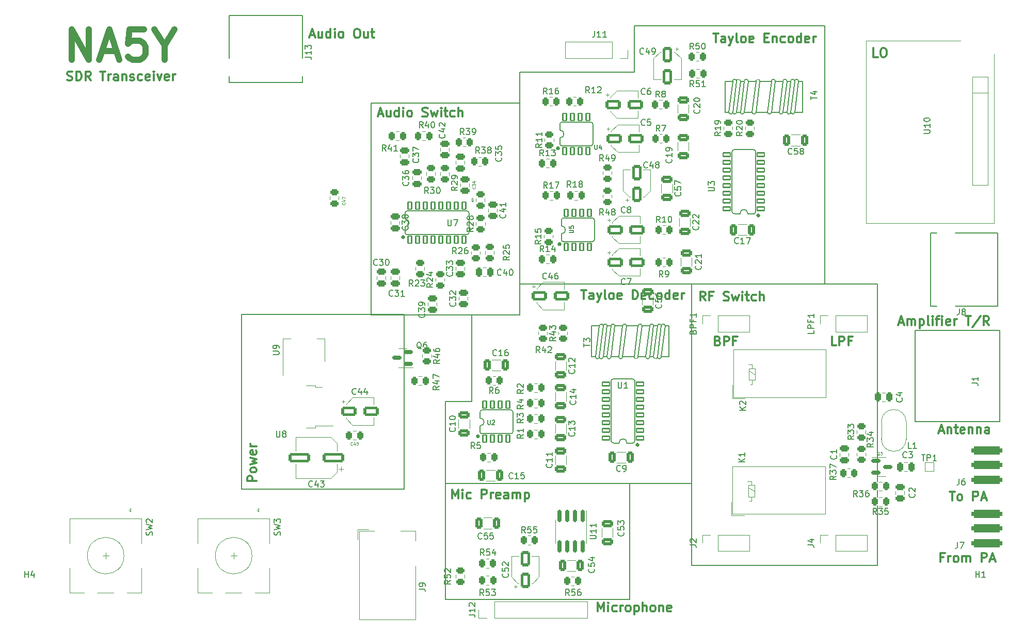
<source format=gto>
G04 #@! TF.GenerationSoftware,KiCad,Pcbnew,6.0.11-2627ca5db0~126~ubuntu20.04.1*
G04 #@! TF.CreationDate,2023-06-25T12:50:40-04:00*
G04 #@! TF.ProjectId,SDR-Transceiver,5344522d-5472-4616-9e73-636569766572,rev?*
G04 #@! TF.SameCoordinates,Original*
G04 #@! TF.FileFunction,Legend,Top*
G04 #@! TF.FilePolarity,Positive*
%FSLAX46Y46*%
G04 Gerber Fmt 4.6, Leading zero omitted, Abs format (unit mm)*
G04 Created by KiCad (PCBNEW 6.0.11-2627ca5db0~126~ubuntu20.04.1) date 2023-06-25 12:50:40*
%MOMM*%
%LPD*%
G01*
G04 APERTURE LIST*
G04 Aperture macros list*
%AMRoundRect*
0 Rectangle with rounded corners*
0 $1 Rounding radius*
0 $2 $3 $4 $5 $6 $7 $8 $9 X,Y pos of 4 corners*
0 Add a 4 corners polygon primitive as box body*
4,1,4,$2,$3,$4,$5,$6,$7,$8,$9,$2,$3,0*
0 Add four circle primitives for the rounded corners*
1,1,$1+$1,$2,$3*
1,1,$1+$1,$4,$5*
1,1,$1+$1,$6,$7*
1,1,$1+$1,$8,$9*
0 Add four rect primitives between the rounded corners*
20,1,$1+$1,$2,$3,$4,$5,0*
20,1,$1+$1,$4,$5,$6,$7,0*
20,1,$1+$1,$6,$7,$8,$9,0*
20,1,$1+$1,$8,$9,$2,$3,0*%
G04 Aperture macros list end*
%ADD10C,0.300000*%
%ADD11C,0.150000*%
%ADD12C,1.000000*%
%ADD13C,0.125000*%
%ADD14C,0.062500*%
%ADD15C,0.120000*%
%ADD16C,0.203200*%
%ADD17C,0.127000*%
%ADD18C,0.660400*%
%ADD19C,0.800000*%
%ADD20C,6.400000*%
%ADD21RoundRect,0.250000X0.450000X-0.262500X0.450000X0.262500X-0.450000X0.262500X-0.450000X-0.262500X0*%
%ADD22RoundRect,0.250000X-0.650000X0.325000X-0.650000X-0.325000X0.650000X-0.325000X0.650000X0.325000X0*%
%ADD23RoundRect,0.250000X0.650000X-0.325000X0.650000X0.325000X-0.650000X0.325000X-0.650000X-0.325000X0*%
%ADD24RoundRect,0.101600X-0.300000X-0.600000X0.300000X-0.600000X0.300000X0.600000X-0.300000X0.600000X0*%
%ADD25RoundRect,0.101600X0.600000X-0.300000X0.600000X0.300000X-0.600000X0.300000X-0.600000X-0.300000X0*%
%ADD26RoundRect,0.250000X-0.262500X-0.450000X0.262500X-0.450000X0.262500X0.450000X-0.262500X0.450000X0*%
%ADD27RoundRect,0.250000X0.262500X0.450000X-0.262500X0.450000X-0.262500X-0.450000X0.262500X-0.450000X0*%
%ADD28RoundRect,0.250000X0.550000X-1.050000X0.550000X1.050000X-0.550000X1.050000X-0.550000X-1.050000X0*%
%ADD29RoundRect,0.250000X-1.050000X-0.550000X1.050000X-0.550000X1.050000X0.550000X-1.050000X0.550000X0*%
%ADD30RoundRect,0.350000X-2.150000X-0.350000X2.150000X-0.350000X2.150000X0.350000X-2.150000X0.350000X0*%
%ADD31RoundRect,0.250000X-0.475000X0.250000X-0.475000X-0.250000X0.475000X-0.250000X0.475000X0.250000X0*%
%ADD32C,1.200000*%
%ADD33C,2.503200*%
%ADD34R,1.700000X1.700000*%
%ADD35O,1.700000X1.700000*%
%ADD36RoundRect,0.250000X-0.450000X0.262500X-0.450000X-0.262500X0.450000X-0.262500X0.450000X0.262500X0*%
%ADD37RoundRect,0.250000X0.325000X0.650000X-0.325000X0.650000X-0.325000X-0.650000X0.325000X-0.650000X0*%
%ADD38R,2.000000X2.000000*%
%ADD39C,2.000000*%
%ADD40C,1.981200*%
%ADD41RoundRect,0.250000X1.500000X0.550000X-1.500000X0.550000X-1.500000X-0.550000X1.500000X-0.550000X0*%
%ADD42R,4.200000X4.200000*%
%ADD43C,4.200000*%
%ADD44C,4.000000*%
%ADD45RoundRect,0.250000X0.475000X-0.250000X0.475000X0.250000X-0.475000X0.250000X-0.475000X-0.250000X0*%
%ADD46R,1.000000X1.000000*%
%ADD47RoundRect,0.250000X-0.250000X-0.475000X0.250000X-0.475000X0.250000X0.475000X-0.250000X0.475000X0*%
%ADD48RoundRect,0.150000X0.587500X0.150000X-0.587500X0.150000X-0.587500X-0.150000X0.587500X-0.150000X0*%
%ADD49R,2.000000X3.200000*%
%ADD50R,2.200000X1.200000*%
%ADD51R,6.400000X5.800000*%
%ADD52RoundRect,0.250000X-0.550000X1.050000X-0.550000X-1.050000X0.550000X-1.050000X0.550000X1.050000X0*%
%ADD53RoundRect,0.150000X-0.587500X-0.150000X0.587500X-0.150000X0.587500X0.150000X-0.587500X0.150000X0*%
%ADD54RoundRect,0.243750X-0.243750X-0.456250X0.243750X-0.456250X0.243750X0.456250X-0.243750X0.456250X0*%
%ADD55RoundRect,0.250000X-0.325000X-0.650000X0.325000X-0.650000X0.325000X0.650000X-0.325000X0.650000X0*%
%ADD56R,1.500000X2.000000*%
%ADD57R,3.800000X2.000000*%
%ADD58C,3.419200*%
%ADD59O,2.819200X1.511200*%
%ADD60RoundRect,0.150000X-0.150000X0.825000X-0.150000X-0.825000X0.150000X-0.825000X0.150000X0.825000X0*%
%ADD61RoundRect,0.250000X0.250000X0.475000X-0.250000X0.475000X-0.250000X-0.475000X0.250000X-0.475000X0*%
%ADD62RoundRect,0.243750X-0.456250X0.243750X-0.456250X-0.243750X0.456250X-0.243750X0.456250X0.243750X0*%
G04 APERTURE END LIST*
D10*
X197163571Y-50843571D02*
X196449285Y-50843571D01*
X196449285Y-49343571D01*
X197949285Y-49343571D02*
X198235000Y-49343571D01*
X198377857Y-49415000D01*
X198520714Y-49557857D01*
X198592142Y-49843571D01*
X198592142Y-50343571D01*
X198520714Y-50629285D01*
X198377857Y-50772142D01*
X198235000Y-50843571D01*
X197949285Y-50843571D01*
X197806428Y-50772142D01*
X197663571Y-50629285D01*
X197592142Y-50343571D01*
X197592142Y-49843571D01*
X197663571Y-49557857D01*
X197806428Y-49415000D01*
X197949285Y-49343571D01*
D11*
X126238000Y-120904000D02*
X126238000Y-107442000D01*
X126238000Y-120904000D02*
X156464000Y-120904000D01*
X156464000Y-120904000D02*
X156464000Y-139954000D01*
X156464000Y-139954000D02*
X126238000Y-139954000D01*
X126238000Y-139954000D02*
X126238000Y-120904000D01*
X130556000Y-93218000D02*
X130556000Y-107442000D01*
X130556000Y-107442000D02*
X126238000Y-107442000D01*
X92791000Y-93125000D02*
X119461000Y-93125000D01*
X119461000Y-93125000D02*
X119461000Y-121827000D01*
X119461000Y-121827000D02*
X92791000Y-121827000D01*
X92791000Y-121827000D02*
X92791000Y-93125000D01*
X188468000Y-45720000D02*
X188468000Y-88138000D01*
X166624000Y-88138000D02*
X197104000Y-88138000D01*
X197104000Y-88138000D02*
X197104000Y-134366000D01*
X197104000Y-134366000D02*
X166624000Y-134366000D01*
X166624000Y-134366000D02*
X166624000Y-88138000D01*
X114046000Y-58420000D02*
X138430000Y-58420000D01*
X138430000Y-58420000D02*
X138430000Y-93218000D01*
X138430000Y-93218000D02*
X114046000Y-93218000D01*
X114046000Y-93218000D02*
X114046000Y-58420000D01*
X166624000Y-88138000D02*
X138430000Y-88138000D01*
X156464000Y-120904000D02*
X166624000Y-120904000D01*
X157226000Y-45720000D02*
X188468000Y-45720000D01*
X138430000Y-53340000D02*
X157226000Y-53340000D01*
X157226000Y-53340000D02*
X157226000Y-45720000D01*
X138430000Y-58420000D02*
X138430000Y-53340000D01*
D10*
X170133428Y-46930571D02*
X170990571Y-46930571D01*
X170562000Y-48430571D02*
X170562000Y-46930571D01*
X172133428Y-48430571D02*
X172133428Y-47644857D01*
X172062000Y-47502000D01*
X171919142Y-47430571D01*
X171633428Y-47430571D01*
X171490571Y-47502000D01*
X172133428Y-48359142D02*
X171990571Y-48430571D01*
X171633428Y-48430571D01*
X171490571Y-48359142D01*
X171419142Y-48216285D01*
X171419142Y-48073428D01*
X171490571Y-47930571D01*
X171633428Y-47859142D01*
X171990571Y-47859142D01*
X172133428Y-47787714D01*
X172704857Y-47430571D02*
X173062000Y-48430571D01*
X173419142Y-47430571D02*
X173062000Y-48430571D01*
X172919142Y-48787714D01*
X172847714Y-48859142D01*
X172704857Y-48930571D01*
X174204857Y-48430571D02*
X174062000Y-48359142D01*
X173990571Y-48216285D01*
X173990571Y-46930571D01*
X174990571Y-48430571D02*
X174847714Y-48359142D01*
X174776285Y-48287714D01*
X174704857Y-48144857D01*
X174704857Y-47716285D01*
X174776285Y-47573428D01*
X174847714Y-47502000D01*
X174990571Y-47430571D01*
X175204857Y-47430571D01*
X175347714Y-47502000D01*
X175419142Y-47573428D01*
X175490571Y-47716285D01*
X175490571Y-48144857D01*
X175419142Y-48287714D01*
X175347714Y-48359142D01*
X175204857Y-48430571D01*
X174990571Y-48430571D01*
X176704857Y-48359142D02*
X176562000Y-48430571D01*
X176276285Y-48430571D01*
X176133428Y-48359142D01*
X176062000Y-48216285D01*
X176062000Y-47644857D01*
X176133428Y-47502000D01*
X176276285Y-47430571D01*
X176562000Y-47430571D01*
X176704857Y-47502000D01*
X176776285Y-47644857D01*
X176776285Y-47787714D01*
X176062000Y-47930571D01*
X178562000Y-47644857D02*
X179062000Y-47644857D01*
X179276285Y-48430571D02*
X178562000Y-48430571D01*
X178562000Y-46930571D01*
X179276285Y-46930571D01*
X179919142Y-47430571D02*
X179919142Y-48430571D01*
X179919142Y-47573428D02*
X179990571Y-47502000D01*
X180133428Y-47430571D01*
X180347714Y-47430571D01*
X180490571Y-47502000D01*
X180562000Y-47644857D01*
X180562000Y-48430571D01*
X181919142Y-48359142D02*
X181776285Y-48430571D01*
X181490571Y-48430571D01*
X181347714Y-48359142D01*
X181276285Y-48287714D01*
X181204857Y-48144857D01*
X181204857Y-47716285D01*
X181276285Y-47573428D01*
X181347714Y-47502000D01*
X181490571Y-47430571D01*
X181776285Y-47430571D01*
X181919142Y-47502000D01*
X182776285Y-48430571D02*
X182633428Y-48359142D01*
X182562000Y-48287714D01*
X182490571Y-48144857D01*
X182490571Y-47716285D01*
X182562000Y-47573428D01*
X182633428Y-47502000D01*
X182776285Y-47430571D01*
X182990571Y-47430571D01*
X183133428Y-47502000D01*
X183204857Y-47573428D01*
X183276285Y-47716285D01*
X183276285Y-48144857D01*
X183204857Y-48287714D01*
X183133428Y-48359142D01*
X182990571Y-48430571D01*
X182776285Y-48430571D01*
X184562000Y-48430571D02*
X184562000Y-46930571D01*
X184562000Y-48359142D02*
X184419142Y-48430571D01*
X184133428Y-48430571D01*
X183990571Y-48359142D01*
X183919142Y-48287714D01*
X183847714Y-48144857D01*
X183847714Y-47716285D01*
X183919142Y-47573428D01*
X183990571Y-47502000D01*
X184133428Y-47430571D01*
X184419142Y-47430571D01*
X184562000Y-47502000D01*
X185847714Y-48359142D02*
X185704857Y-48430571D01*
X185419142Y-48430571D01*
X185276285Y-48359142D01*
X185204857Y-48216285D01*
X185204857Y-47644857D01*
X185276285Y-47502000D01*
X185419142Y-47430571D01*
X185704857Y-47430571D01*
X185847714Y-47502000D01*
X185919142Y-47644857D01*
X185919142Y-47787714D01*
X185204857Y-47930571D01*
X186562000Y-48430571D02*
X186562000Y-47430571D01*
X186562000Y-47716285D02*
X186633428Y-47573428D01*
X186704857Y-47502000D01*
X186847714Y-47430571D01*
X186990571Y-47430571D01*
X127318285Y-123360571D02*
X127318285Y-121860571D01*
X127818285Y-122932000D01*
X128318285Y-121860571D01*
X128318285Y-123360571D01*
X129032571Y-123360571D02*
X129032571Y-122360571D01*
X129032571Y-121860571D02*
X128961142Y-121932000D01*
X129032571Y-122003428D01*
X129104000Y-121932000D01*
X129032571Y-121860571D01*
X129032571Y-122003428D01*
X130389714Y-123289142D02*
X130246857Y-123360571D01*
X129961142Y-123360571D01*
X129818285Y-123289142D01*
X129746857Y-123217714D01*
X129675428Y-123074857D01*
X129675428Y-122646285D01*
X129746857Y-122503428D01*
X129818285Y-122432000D01*
X129961142Y-122360571D01*
X130246857Y-122360571D01*
X130389714Y-122432000D01*
X132175428Y-123360571D02*
X132175428Y-121860571D01*
X132746857Y-121860571D01*
X132889714Y-121932000D01*
X132961142Y-122003428D01*
X133032571Y-122146285D01*
X133032571Y-122360571D01*
X132961142Y-122503428D01*
X132889714Y-122574857D01*
X132746857Y-122646285D01*
X132175428Y-122646285D01*
X133675428Y-123360571D02*
X133675428Y-122360571D01*
X133675428Y-122646285D02*
X133746857Y-122503428D01*
X133818285Y-122432000D01*
X133961142Y-122360571D01*
X134104000Y-122360571D01*
X135175428Y-123289142D02*
X135032571Y-123360571D01*
X134746857Y-123360571D01*
X134604000Y-123289142D01*
X134532571Y-123146285D01*
X134532571Y-122574857D01*
X134604000Y-122432000D01*
X134746857Y-122360571D01*
X135032571Y-122360571D01*
X135175428Y-122432000D01*
X135246857Y-122574857D01*
X135246857Y-122717714D01*
X134532571Y-122860571D01*
X136532571Y-123360571D02*
X136532571Y-122574857D01*
X136461142Y-122432000D01*
X136318285Y-122360571D01*
X136032571Y-122360571D01*
X135889714Y-122432000D01*
X136532571Y-123289142D02*
X136389714Y-123360571D01*
X136032571Y-123360571D01*
X135889714Y-123289142D01*
X135818285Y-123146285D01*
X135818285Y-123003428D01*
X135889714Y-122860571D01*
X136032571Y-122789142D01*
X136389714Y-122789142D01*
X136532571Y-122717714D01*
X137246857Y-123360571D02*
X137246857Y-122360571D01*
X137246857Y-122503428D02*
X137318285Y-122432000D01*
X137461142Y-122360571D01*
X137675428Y-122360571D01*
X137818285Y-122432000D01*
X137889714Y-122574857D01*
X137889714Y-123360571D01*
X137889714Y-122574857D02*
X137961142Y-122432000D01*
X138104000Y-122360571D01*
X138318285Y-122360571D01*
X138461142Y-122432000D01*
X138532571Y-122574857D01*
X138532571Y-123360571D01*
X139246857Y-122360571D02*
X139246857Y-123860571D01*
X139246857Y-122432000D02*
X139389714Y-122360571D01*
X139675428Y-122360571D01*
X139818285Y-122432000D01*
X139889714Y-122503428D01*
X139961142Y-122646285D01*
X139961142Y-123074857D01*
X139889714Y-123217714D01*
X139818285Y-123289142D01*
X139675428Y-123360571D01*
X139389714Y-123360571D01*
X139246857Y-123289142D01*
D12*
X64904761Y-51261904D02*
X64904761Y-46261904D01*
X67761904Y-51261904D01*
X67761904Y-46261904D01*
X69904761Y-49833333D02*
X72285714Y-49833333D01*
X69428571Y-51261904D02*
X71095238Y-46261904D01*
X72761904Y-51261904D01*
X76809523Y-46261904D02*
X74428571Y-46261904D01*
X74190476Y-48642857D01*
X74428571Y-48404761D01*
X74904761Y-48166666D01*
X76095238Y-48166666D01*
X76571428Y-48404761D01*
X76809523Y-48642857D01*
X77047619Y-49119047D01*
X77047619Y-50309523D01*
X76809523Y-50785714D01*
X76571428Y-51023809D01*
X76095238Y-51261904D01*
X74904761Y-51261904D01*
X74428571Y-51023809D01*
X74190476Y-50785714D01*
X80142857Y-48880952D02*
X80142857Y-51261904D01*
X78476190Y-46261904D02*
X80142857Y-48880952D01*
X81809523Y-46261904D01*
D10*
X207943142Y-132988857D02*
X207443142Y-132988857D01*
X207443142Y-133774571D02*
X207443142Y-132274571D01*
X208157428Y-132274571D01*
X208728857Y-133774571D02*
X208728857Y-132774571D01*
X208728857Y-133060285D02*
X208800285Y-132917428D01*
X208871714Y-132846000D01*
X209014571Y-132774571D01*
X209157428Y-132774571D01*
X209871714Y-133774571D02*
X209728857Y-133703142D01*
X209657428Y-133631714D01*
X209586000Y-133488857D01*
X209586000Y-133060285D01*
X209657428Y-132917428D01*
X209728857Y-132846000D01*
X209871714Y-132774571D01*
X210086000Y-132774571D01*
X210228857Y-132846000D01*
X210300285Y-132917428D01*
X210371714Y-133060285D01*
X210371714Y-133488857D01*
X210300285Y-133631714D01*
X210228857Y-133703142D01*
X210086000Y-133774571D01*
X209871714Y-133774571D01*
X211014571Y-133774571D02*
X211014571Y-132774571D01*
X211014571Y-132917428D02*
X211086000Y-132846000D01*
X211228857Y-132774571D01*
X211443142Y-132774571D01*
X211586000Y-132846000D01*
X211657428Y-132988857D01*
X211657428Y-133774571D01*
X211657428Y-132988857D02*
X211728857Y-132846000D01*
X211871714Y-132774571D01*
X212086000Y-132774571D01*
X212228857Y-132846000D01*
X212300285Y-132988857D01*
X212300285Y-133774571D01*
X214157428Y-133774571D02*
X214157428Y-132274571D01*
X214728857Y-132274571D01*
X214871714Y-132346000D01*
X214943142Y-132417428D01*
X215014571Y-132560285D01*
X215014571Y-132774571D01*
X214943142Y-132917428D01*
X214871714Y-132988857D01*
X214728857Y-133060285D01*
X214157428Y-133060285D01*
X215586000Y-133346000D02*
X216300285Y-133346000D01*
X215443142Y-133774571D02*
X215943142Y-132274571D01*
X216443142Y-133774571D01*
X207210542Y-112250000D02*
X207924828Y-112250000D01*
X207067685Y-112678571D02*
X207567685Y-111178571D01*
X208067685Y-112678571D01*
X208567685Y-111678571D02*
X208567685Y-112678571D01*
X208567685Y-111821428D02*
X208639114Y-111750000D01*
X208781971Y-111678571D01*
X208996257Y-111678571D01*
X209139114Y-111750000D01*
X209210542Y-111892857D01*
X209210542Y-112678571D01*
X209710542Y-111678571D02*
X210281971Y-111678571D01*
X209924828Y-111178571D02*
X209924828Y-112464285D01*
X209996257Y-112607142D01*
X210139114Y-112678571D01*
X210281971Y-112678571D01*
X211353400Y-112607142D02*
X211210542Y-112678571D01*
X210924828Y-112678571D01*
X210781971Y-112607142D01*
X210710542Y-112464285D01*
X210710542Y-111892857D01*
X210781971Y-111750000D01*
X210924828Y-111678571D01*
X211210542Y-111678571D01*
X211353400Y-111750000D01*
X211424828Y-111892857D01*
X211424828Y-112035714D01*
X210710542Y-112178571D01*
X212067685Y-111678571D02*
X212067685Y-112678571D01*
X212067685Y-111821428D02*
X212139114Y-111750000D01*
X212281971Y-111678571D01*
X212496257Y-111678571D01*
X212639114Y-111750000D01*
X212710542Y-111892857D01*
X212710542Y-112678571D01*
X213424828Y-111678571D02*
X213424828Y-112678571D01*
X213424828Y-111821428D02*
X213496257Y-111750000D01*
X213639114Y-111678571D01*
X213853400Y-111678571D01*
X213996257Y-111750000D01*
X214067685Y-111892857D01*
X214067685Y-112678571D01*
X215424828Y-112678571D02*
X215424828Y-111892857D01*
X215353400Y-111750000D01*
X215210542Y-111678571D01*
X214924828Y-111678571D01*
X214781971Y-111750000D01*
X215424828Y-112607142D02*
X215281971Y-112678571D01*
X214924828Y-112678571D01*
X214781971Y-112607142D01*
X214710542Y-112464285D01*
X214710542Y-112321428D01*
X214781971Y-112178571D01*
X214924828Y-112107142D01*
X215281971Y-112107142D01*
X215424828Y-112035714D01*
X115245428Y-60194000D02*
X115959714Y-60194000D01*
X115102571Y-60622571D02*
X115602571Y-59122571D01*
X116102571Y-60622571D01*
X117245428Y-59622571D02*
X117245428Y-60622571D01*
X116602571Y-59622571D02*
X116602571Y-60408285D01*
X116674000Y-60551142D01*
X116816857Y-60622571D01*
X117031142Y-60622571D01*
X117174000Y-60551142D01*
X117245428Y-60479714D01*
X118602571Y-60622571D02*
X118602571Y-59122571D01*
X118602571Y-60551142D02*
X118459714Y-60622571D01*
X118174000Y-60622571D01*
X118031142Y-60551142D01*
X117959714Y-60479714D01*
X117888285Y-60336857D01*
X117888285Y-59908285D01*
X117959714Y-59765428D01*
X118031142Y-59694000D01*
X118174000Y-59622571D01*
X118459714Y-59622571D01*
X118602571Y-59694000D01*
X119316857Y-60622571D02*
X119316857Y-59622571D01*
X119316857Y-59122571D02*
X119245428Y-59194000D01*
X119316857Y-59265428D01*
X119388285Y-59194000D01*
X119316857Y-59122571D01*
X119316857Y-59265428D01*
X120245428Y-60622571D02*
X120102571Y-60551142D01*
X120031142Y-60479714D01*
X119959714Y-60336857D01*
X119959714Y-59908285D01*
X120031142Y-59765428D01*
X120102571Y-59694000D01*
X120245428Y-59622571D01*
X120459714Y-59622571D01*
X120602571Y-59694000D01*
X120674000Y-59765428D01*
X120745428Y-59908285D01*
X120745428Y-60336857D01*
X120674000Y-60479714D01*
X120602571Y-60551142D01*
X120459714Y-60622571D01*
X120245428Y-60622571D01*
X122459714Y-60551142D02*
X122674000Y-60622571D01*
X123031142Y-60622571D01*
X123174000Y-60551142D01*
X123245428Y-60479714D01*
X123316857Y-60336857D01*
X123316857Y-60194000D01*
X123245428Y-60051142D01*
X123174000Y-59979714D01*
X123031142Y-59908285D01*
X122745428Y-59836857D01*
X122602571Y-59765428D01*
X122531142Y-59694000D01*
X122459714Y-59551142D01*
X122459714Y-59408285D01*
X122531142Y-59265428D01*
X122602571Y-59194000D01*
X122745428Y-59122571D01*
X123102571Y-59122571D01*
X123316857Y-59194000D01*
X123816857Y-59622571D02*
X124102571Y-60622571D01*
X124388285Y-59908285D01*
X124674000Y-60622571D01*
X124959714Y-59622571D01*
X125531142Y-60622571D02*
X125531142Y-59622571D01*
X125531142Y-59122571D02*
X125459714Y-59194000D01*
X125531142Y-59265428D01*
X125602571Y-59194000D01*
X125531142Y-59122571D01*
X125531142Y-59265428D01*
X126031142Y-59622571D02*
X126602571Y-59622571D01*
X126245428Y-59122571D02*
X126245428Y-60408285D01*
X126316857Y-60551142D01*
X126459714Y-60622571D01*
X126602571Y-60622571D01*
X127745428Y-60551142D02*
X127602571Y-60622571D01*
X127316857Y-60622571D01*
X127174000Y-60551142D01*
X127102571Y-60479714D01*
X127031142Y-60336857D01*
X127031142Y-59908285D01*
X127102571Y-59765428D01*
X127174000Y-59694000D01*
X127316857Y-59622571D01*
X127602571Y-59622571D01*
X127745428Y-59694000D01*
X128388285Y-60622571D02*
X128388285Y-59122571D01*
X129031142Y-60622571D02*
X129031142Y-59836857D01*
X128959714Y-59694000D01*
X128816857Y-59622571D01*
X128602571Y-59622571D01*
X128459714Y-59694000D01*
X128388285Y-59765428D01*
X148507714Y-89094571D02*
X149364857Y-89094571D01*
X148936285Y-90594571D02*
X148936285Y-89094571D01*
X150507714Y-90594571D02*
X150507714Y-89808857D01*
X150436285Y-89666000D01*
X150293428Y-89594571D01*
X150007714Y-89594571D01*
X149864857Y-89666000D01*
X150507714Y-90523142D02*
X150364857Y-90594571D01*
X150007714Y-90594571D01*
X149864857Y-90523142D01*
X149793428Y-90380285D01*
X149793428Y-90237428D01*
X149864857Y-90094571D01*
X150007714Y-90023142D01*
X150364857Y-90023142D01*
X150507714Y-89951714D01*
X151079142Y-89594571D02*
X151436285Y-90594571D01*
X151793428Y-89594571D02*
X151436285Y-90594571D01*
X151293428Y-90951714D01*
X151222000Y-91023142D01*
X151079142Y-91094571D01*
X152579142Y-90594571D02*
X152436285Y-90523142D01*
X152364857Y-90380285D01*
X152364857Y-89094571D01*
X153364857Y-90594571D02*
X153222000Y-90523142D01*
X153150571Y-90451714D01*
X153079142Y-90308857D01*
X153079142Y-89880285D01*
X153150571Y-89737428D01*
X153222000Y-89666000D01*
X153364857Y-89594571D01*
X153579142Y-89594571D01*
X153722000Y-89666000D01*
X153793428Y-89737428D01*
X153864857Y-89880285D01*
X153864857Y-90308857D01*
X153793428Y-90451714D01*
X153722000Y-90523142D01*
X153579142Y-90594571D01*
X153364857Y-90594571D01*
X155079142Y-90523142D02*
X154936285Y-90594571D01*
X154650571Y-90594571D01*
X154507714Y-90523142D01*
X154436285Y-90380285D01*
X154436285Y-89808857D01*
X154507714Y-89666000D01*
X154650571Y-89594571D01*
X154936285Y-89594571D01*
X155079142Y-89666000D01*
X155150571Y-89808857D01*
X155150571Y-89951714D01*
X154436285Y-90094571D01*
X156936285Y-90594571D02*
X156936285Y-89094571D01*
X157293428Y-89094571D01*
X157507714Y-89166000D01*
X157650571Y-89308857D01*
X157722000Y-89451714D01*
X157793428Y-89737428D01*
X157793428Y-89951714D01*
X157722000Y-90237428D01*
X157650571Y-90380285D01*
X157507714Y-90523142D01*
X157293428Y-90594571D01*
X156936285Y-90594571D01*
X159007714Y-90523142D02*
X158864857Y-90594571D01*
X158579142Y-90594571D01*
X158436285Y-90523142D01*
X158364857Y-90380285D01*
X158364857Y-89808857D01*
X158436285Y-89666000D01*
X158579142Y-89594571D01*
X158864857Y-89594571D01*
X159007714Y-89666000D01*
X159079142Y-89808857D01*
X159079142Y-89951714D01*
X158364857Y-90094571D01*
X160364857Y-90523142D02*
X160222000Y-90594571D01*
X159936285Y-90594571D01*
X159793428Y-90523142D01*
X159722000Y-90451714D01*
X159650571Y-90308857D01*
X159650571Y-89880285D01*
X159722000Y-89737428D01*
X159793428Y-89666000D01*
X159936285Y-89594571D01*
X160222000Y-89594571D01*
X160364857Y-89666000D01*
X161222000Y-90594571D02*
X161079142Y-90523142D01*
X161007714Y-90451714D01*
X160936285Y-90308857D01*
X160936285Y-89880285D01*
X161007714Y-89737428D01*
X161079142Y-89666000D01*
X161222000Y-89594571D01*
X161436285Y-89594571D01*
X161579142Y-89666000D01*
X161650571Y-89737428D01*
X161722000Y-89880285D01*
X161722000Y-90308857D01*
X161650571Y-90451714D01*
X161579142Y-90523142D01*
X161436285Y-90594571D01*
X161222000Y-90594571D01*
X163007714Y-90594571D02*
X163007714Y-89094571D01*
X163007714Y-90523142D02*
X162864857Y-90594571D01*
X162579142Y-90594571D01*
X162436285Y-90523142D01*
X162364857Y-90451714D01*
X162293428Y-90308857D01*
X162293428Y-89880285D01*
X162364857Y-89737428D01*
X162436285Y-89666000D01*
X162579142Y-89594571D01*
X162864857Y-89594571D01*
X163007714Y-89666000D01*
X164293428Y-90523142D02*
X164150571Y-90594571D01*
X163864857Y-90594571D01*
X163722000Y-90523142D01*
X163650571Y-90380285D01*
X163650571Y-89808857D01*
X163722000Y-89666000D01*
X163864857Y-89594571D01*
X164150571Y-89594571D01*
X164293428Y-89666000D01*
X164364857Y-89808857D01*
X164364857Y-89951714D01*
X163650571Y-90094571D01*
X165007714Y-90594571D02*
X165007714Y-89594571D01*
X165007714Y-89880285D02*
X165079142Y-89737428D01*
X165150571Y-89666000D01*
X165293428Y-89594571D01*
X165436285Y-89594571D01*
X95247571Y-120473285D02*
X93747571Y-120473285D01*
X93747571Y-119901857D01*
X93819000Y-119759000D01*
X93890428Y-119687571D01*
X94033285Y-119616142D01*
X94247571Y-119616142D01*
X94390428Y-119687571D01*
X94461857Y-119759000D01*
X94533285Y-119901857D01*
X94533285Y-120473285D01*
X95247571Y-118759000D02*
X95176142Y-118901857D01*
X95104714Y-118973285D01*
X94961857Y-119044714D01*
X94533285Y-119044714D01*
X94390428Y-118973285D01*
X94319000Y-118901857D01*
X94247571Y-118759000D01*
X94247571Y-118544714D01*
X94319000Y-118401857D01*
X94390428Y-118330428D01*
X94533285Y-118259000D01*
X94961857Y-118259000D01*
X95104714Y-118330428D01*
X95176142Y-118401857D01*
X95247571Y-118544714D01*
X95247571Y-118759000D01*
X94247571Y-117759000D02*
X95247571Y-117473285D01*
X94533285Y-117187571D01*
X95247571Y-116901857D01*
X94247571Y-116616142D01*
X95176142Y-115473285D02*
X95247571Y-115616142D01*
X95247571Y-115901857D01*
X95176142Y-116044714D01*
X95033285Y-116116142D01*
X94461857Y-116116142D01*
X94319000Y-116044714D01*
X94247571Y-115901857D01*
X94247571Y-115616142D01*
X94319000Y-115473285D01*
X94461857Y-115401857D01*
X94604714Y-115401857D01*
X94747571Y-116116142D01*
X95247571Y-114759000D02*
X94247571Y-114759000D01*
X94533285Y-114759000D02*
X94390428Y-114687571D01*
X94319000Y-114616142D01*
X94247571Y-114473285D01*
X94247571Y-114330428D01*
X208928571Y-122178571D02*
X209785714Y-122178571D01*
X209357142Y-123678571D02*
X209357142Y-122178571D01*
X210500000Y-123678571D02*
X210357142Y-123607142D01*
X210285714Y-123535714D01*
X210214285Y-123392857D01*
X210214285Y-122964285D01*
X210285714Y-122821428D01*
X210357142Y-122750000D01*
X210500000Y-122678571D01*
X210714285Y-122678571D01*
X210857142Y-122750000D01*
X210928571Y-122821428D01*
X211000000Y-122964285D01*
X211000000Y-123392857D01*
X210928571Y-123535714D01*
X210857142Y-123607142D01*
X210714285Y-123678571D01*
X210500000Y-123678571D01*
X212785714Y-123678571D02*
X212785714Y-122178571D01*
X213357142Y-122178571D01*
X213500000Y-122250000D01*
X213571428Y-122321428D01*
X213642857Y-122464285D01*
X213642857Y-122678571D01*
X213571428Y-122821428D01*
X213500000Y-122892857D01*
X213357142Y-122964285D01*
X212785714Y-122964285D01*
X214214285Y-123250000D02*
X214928571Y-123250000D01*
X214071428Y-123678571D02*
X214571428Y-122178571D01*
X215071428Y-123678571D01*
X168870857Y-90848571D02*
X168370857Y-90134285D01*
X168013714Y-90848571D02*
X168013714Y-89348571D01*
X168585142Y-89348571D01*
X168728000Y-89420000D01*
X168799428Y-89491428D01*
X168870857Y-89634285D01*
X168870857Y-89848571D01*
X168799428Y-89991428D01*
X168728000Y-90062857D01*
X168585142Y-90134285D01*
X168013714Y-90134285D01*
X170013714Y-90062857D02*
X169513714Y-90062857D01*
X169513714Y-90848571D02*
X169513714Y-89348571D01*
X170228000Y-89348571D01*
X171870857Y-90777142D02*
X172085142Y-90848571D01*
X172442285Y-90848571D01*
X172585142Y-90777142D01*
X172656571Y-90705714D01*
X172728000Y-90562857D01*
X172728000Y-90420000D01*
X172656571Y-90277142D01*
X172585142Y-90205714D01*
X172442285Y-90134285D01*
X172156571Y-90062857D01*
X172013714Y-89991428D01*
X171942285Y-89920000D01*
X171870857Y-89777142D01*
X171870857Y-89634285D01*
X171942285Y-89491428D01*
X172013714Y-89420000D01*
X172156571Y-89348571D01*
X172513714Y-89348571D01*
X172728000Y-89420000D01*
X173228000Y-89848571D02*
X173513714Y-90848571D01*
X173799428Y-90134285D01*
X174085142Y-90848571D01*
X174370857Y-89848571D01*
X174942285Y-90848571D02*
X174942285Y-89848571D01*
X174942285Y-89348571D02*
X174870857Y-89420000D01*
X174942285Y-89491428D01*
X175013714Y-89420000D01*
X174942285Y-89348571D01*
X174942285Y-89491428D01*
X175442285Y-89848571D02*
X176013714Y-89848571D01*
X175656571Y-89348571D02*
X175656571Y-90634285D01*
X175728000Y-90777142D01*
X175870857Y-90848571D01*
X176013714Y-90848571D01*
X177156571Y-90777142D02*
X177013714Y-90848571D01*
X176728000Y-90848571D01*
X176585142Y-90777142D01*
X176513714Y-90705714D01*
X176442285Y-90562857D01*
X176442285Y-90134285D01*
X176513714Y-89991428D01*
X176585142Y-89920000D01*
X176728000Y-89848571D01*
X177013714Y-89848571D01*
X177156571Y-89920000D01*
X177799428Y-90848571D02*
X177799428Y-89348571D01*
X178442285Y-90848571D02*
X178442285Y-90062857D01*
X178370857Y-89920000D01*
X178228000Y-89848571D01*
X178013714Y-89848571D01*
X177870857Y-89920000D01*
X177799428Y-89991428D01*
X170926285Y-97428857D02*
X171140571Y-97500285D01*
X171212000Y-97571714D01*
X171283428Y-97714571D01*
X171283428Y-97928857D01*
X171212000Y-98071714D01*
X171140571Y-98143142D01*
X170997714Y-98214571D01*
X170426285Y-98214571D01*
X170426285Y-96714571D01*
X170926285Y-96714571D01*
X171069142Y-96786000D01*
X171140571Y-96857428D01*
X171212000Y-97000285D01*
X171212000Y-97143142D01*
X171140571Y-97286000D01*
X171069142Y-97357428D01*
X170926285Y-97428857D01*
X170426285Y-97428857D01*
X171926285Y-98214571D02*
X171926285Y-96714571D01*
X172497714Y-96714571D01*
X172640571Y-96786000D01*
X172712000Y-96857428D01*
X172783428Y-97000285D01*
X172783428Y-97214571D01*
X172712000Y-97357428D01*
X172640571Y-97428857D01*
X172497714Y-97500285D01*
X171926285Y-97500285D01*
X173926285Y-97428857D02*
X173426285Y-97428857D01*
X173426285Y-98214571D02*
X173426285Y-96714571D01*
X174140571Y-96714571D01*
X200642857Y-94460400D02*
X201357142Y-94460400D01*
X200500000Y-94888971D02*
X201000000Y-93388971D01*
X201500000Y-94888971D01*
X202000000Y-94888971D02*
X202000000Y-93888971D01*
X202000000Y-94031828D02*
X202071428Y-93960400D01*
X202214285Y-93888971D01*
X202428571Y-93888971D01*
X202571428Y-93960400D01*
X202642857Y-94103257D01*
X202642857Y-94888971D01*
X202642857Y-94103257D02*
X202714285Y-93960400D01*
X202857142Y-93888971D01*
X203071428Y-93888971D01*
X203214285Y-93960400D01*
X203285714Y-94103257D01*
X203285714Y-94888971D01*
X204000000Y-93888971D02*
X204000000Y-95388971D01*
X204000000Y-93960400D02*
X204142857Y-93888971D01*
X204428571Y-93888971D01*
X204571428Y-93960400D01*
X204642857Y-94031828D01*
X204714285Y-94174685D01*
X204714285Y-94603257D01*
X204642857Y-94746114D01*
X204571428Y-94817542D01*
X204428571Y-94888971D01*
X204142857Y-94888971D01*
X204000000Y-94817542D01*
X205571428Y-94888971D02*
X205428571Y-94817542D01*
X205357142Y-94674685D01*
X205357142Y-93388971D01*
X206142857Y-94888971D02*
X206142857Y-93888971D01*
X206142857Y-93388971D02*
X206071428Y-93460400D01*
X206142857Y-93531828D01*
X206214285Y-93460400D01*
X206142857Y-93388971D01*
X206142857Y-93531828D01*
X206642857Y-93888971D02*
X207214285Y-93888971D01*
X206857142Y-94888971D02*
X206857142Y-93603257D01*
X206928571Y-93460400D01*
X207071428Y-93388971D01*
X207214285Y-93388971D01*
X207714285Y-94888971D02*
X207714285Y-93888971D01*
X207714285Y-93388971D02*
X207642857Y-93460400D01*
X207714285Y-93531828D01*
X207785714Y-93460400D01*
X207714285Y-93388971D01*
X207714285Y-93531828D01*
X209000000Y-94817542D02*
X208857142Y-94888971D01*
X208571428Y-94888971D01*
X208428571Y-94817542D01*
X208357142Y-94674685D01*
X208357142Y-94103257D01*
X208428571Y-93960400D01*
X208571428Y-93888971D01*
X208857142Y-93888971D01*
X209000000Y-93960400D01*
X209071428Y-94103257D01*
X209071428Y-94246114D01*
X208357142Y-94388971D01*
X209714285Y-94888971D02*
X209714285Y-93888971D01*
X209714285Y-94174685D02*
X209785714Y-94031828D01*
X209857142Y-93960400D01*
X210000000Y-93888971D01*
X210142857Y-93888971D01*
X211571428Y-93388971D02*
X212428571Y-93388971D01*
X212000000Y-94888971D02*
X212000000Y-93388971D01*
X214000000Y-93317542D02*
X212714285Y-95246114D01*
X215357142Y-94888971D02*
X214857142Y-94174685D01*
X214500000Y-94888971D02*
X214500000Y-93388971D01*
X215071428Y-93388971D01*
X215214285Y-93460400D01*
X215285714Y-93531828D01*
X215357142Y-93674685D01*
X215357142Y-93888971D01*
X215285714Y-94031828D01*
X215214285Y-94103257D01*
X215071428Y-94174685D01*
X214500000Y-94174685D01*
X64178571Y-54607142D02*
X64392857Y-54678571D01*
X64750000Y-54678571D01*
X64892857Y-54607142D01*
X64964285Y-54535714D01*
X65035714Y-54392857D01*
X65035714Y-54250000D01*
X64964285Y-54107142D01*
X64892857Y-54035714D01*
X64750000Y-53964285D01*
X64464285Y-53892857D01*
X64321428Y-53821428D01*
X64250000Y-53750000D01*
X64178571Y-53607142D01*
X64178571Y-53464285D01*
X64250000Y-53321428D01*
X64321428Y-53250000D01*
X64464285Y-53178571D01*
X64821428Y-53178571D01*
X65035714Y-53250000D01*
X65678571Y-54678571D02*
X65678571Y-53178571D01*
X66035714Y-53178571D01*
X66250000Y-53250000D01*
X66392857Y-53392857D01*
X66464285Y-53535714D01*
X66535714Y-53821428D01*
X66535714Y-54035714D01*
X66464285Y-54321428D01*
X66392857Y-54464285D01*
X66250000Y-54607142D01*
X66035714Y-54678571D01*
X65678571Y-54678571D01*
X68035714Y-54678571D02*
X67535714Y-53964285D01*
X67178571Y-54678571D02*
X67178571Y-53178571D01*
X67750000Y-53178571D01*
X67892857Y-53250000D01*
X67964285Y-53321428D01*
X68035714Y-53464285D01*
X68035714Y-53678571D01*
X67964285Y-53821428D01*
X67892857Y-53892857D01*
X67750000Y-53964285D01*
X67178571Y-53964285D01*
X69607142Y-53178571D02*
X70464285Y-53178571D01*
X70035714Y-54678571D02*
X70035714Y-53178571D01*
X70964285Y-54678571D02*
X70964285Y-53678571D01*
X70964285Y-53964285D02*
X71035714Y-53821428D01*
X71107142Y-53750000D01*
X71250000Y-53678571D01*
X71392857Y-53678571D01*
X72535714Y-54678571D02*
X72535714Y-53892857D01*
X72464285Y-53750000D01*
X72321428Y-53678571D01*
X72035714Y-53678571D01*
X71892857Y-53750000D01*
X72535714Y-54607142D02*
X72392857Y-54678571D01*
X72035714Y-54678571D01*
X71892857Y-54607142D01*
X71821428Y-54464285D01*
X71821428Y-54321428D01*
X71892857Y-54178571D01*
X72035714Y-54107142D01*
X72392857Y-54107142D01*
X72535714Y-54035714D01*
X73250000Y-53678571D02*
X73250000Y-54678571D01*
X73250000Y-53821428D02*
X73321428Y-53750000D01*
X73464285Y-53678571D01*
X73678571Y-53678571D01*
X73821428Y-53750000D01*
X73892857Y-53892857D01*
X73892857Y-54678571D01*
X74535714Y-54607142D02*
X74678571Y-54678571D01*
X74964285Y-54678571D01*
X75107142Y-54607142D01*
X75178571Y-54464285D01*
X75178571Y-54392857D01*
X75107142Y-54250000D01*
X74964285Y-54178571D01*
X74750000Y-54178571D01*
X74607142Y-54107142D01*
X74535714Y-53964285D01*
X74535714Y-53892857D01*
X74607142Y-53750000D01*
X74750000Y-53678571D01*
X74964285Y-53678571D01*
X75107142Y-53750000D01*
X76464285Y-54607142D02*
X76321428Y-54678571D01*
X76035714Y-54678571D01*
X75892857Y-54607142D01*
X75821428Y-54535714D01*
X75750000Y-54392857D01*
X75750000Y-53964285D01*
X75821428Y-53821428D01*
X75892857Y-53750000D01*
X76035714Y-53678571D01*
X76321428Y-53678571D01*
X76464285Y-53750000D01*
X77678571Y-54607142D02*
X77535714Y-54678571D01*
X77250000Y-54678571D01*
X77107142Y-54607142D01*
X77035714Y-54464285D01*
X77035714Y-53892857D01*
X77107142Y-53750000D01*
X77250000Y-53678571D01*
X77535714Y-53678571D01*
X77678571Y-53750000D01*
X77750000Y-53892857D01*
X77750000Y-54035714D01*
X77035714Y-54178571D01*
X78392857Y-54678571D02*
X78392857Y-53678571D01*
X78392857Y-53178571D02*
X78321428Y-53250000D01*
X78392857Y-53321428D01*
X78464285Y-53250000D01*
X78392857Y-53178571D01*
X78392857Y-53321428D01*
X78964285Y-53678571D02*
X79321428Y-54678571D01*
X79678571Y-53678571D01*
X80821428Y-54607142D02*
X80678571Y-54678571D01*
X80392857Y-54678571D01*
X80250000Y-54607142D01*
X80178571Y-54464285D01*
X80178571Y-53892857D01*
X80250000Y-53750000D01*
X80392857Y-53678571D01*
X80678571Y-53678571D01*
X80821428Y-53750000D01*
X80892857Y-53892857D01*
X80892857Y-54035714D01*
X80178571Y-54178571D01*
X81535714Y-54678571D02*
X81535714Y-53678571D01*
X81535714Y-53964285D02*
X81607142Y-53821428D01*
X81678571Y-53750000D01*
X81821428Y-53678571D01*
X81964285Y-53678571D01*
X151226000Y-141902571D02*
X151226000Y-140402571D01*
X151726000Y-141474000D01*
X152226000Y-140402571D01*
X152226000Y-141902571D01*
X152940285Y-141902571D02*
X152940285Y-140902571D01*
X152940285Y-140402571D02*
X152868857Y-140474000D01*
X152940285Y-140545428D01*
X153011714Y-140474000D01*
X152940285Y-140402571D01*
X152940285Y-140545428D01*
X154297428Y-141831142D02*
X154154571Y-141902571D01*
X153868857Y-141902571D01*
X153726000Y-141831142D01*
X153654571Y-141759714D01*
X153583142Y-141616857D01*
X153583142Y-141188285D01*
X153654571Y-141045428D01*
X153726000Y-140974000D01*
X153868857Y-140902571D01*
X154154571Y-140902571D01*
X154297428Y-140974000D01*
X154940285Y-141902571D02*
X154940285Y-140902571D01*
X154940285Y-141188285D02*
X155011714Y-141045428D01*
X155083142Y-140974000D01*
X155226000Y-140902571D01*
X155368857Y-140902571D01*
X156083142Y-141902571D02*
X155940285Y-141831142D01*
X155868857Y-141759714D01*
X155797428Y-141616857D01*
X155797428Y-141188285D01*
X155868857Y-141045428D01*
X155940285Y-140974000D01*
X156083142Y-140902571D01*
X156297428Y-140902571D01*
X156440285Y-140974000D01*
X156511714Y-141045428D01*
X156583142Y-141188285D01*
X156583142Y-141616857D01*
X156511714Y-141759714D01*
X156440285Y-141831142D01*
X156297428Y-141902571D01*
X156083142Y-141902571D01*
X157226000Y-140902571D02*
X157226000Y-142402571D01*
X157226000Y-140974000D02*
X157368857Y-140902571D01*
X157654571Y-140902571D01*
X157797428Y-140974000D01*
X157868857Y-141045428D01*
X157940285Y-141188285D01*
X157940285Y-141616857D01*
X157868857Y-141759714D01*
X157797428Y-141831142D01*
X157654571Y-141902571D01*
X157368857Y-141902571D01*
X157226000Y-141831142D01*
X158583142Y-141902571D02*
X158583142Y-140402571D01*
X159226000Y-141902571D02*
X159226000Y-141116857D01*
X159154571Y-140974000D01*
X159011714Y-140902571D01*
X158797428Y-140902571D01*
X158654571Y-140974000D01*
X158583142Y-141045428D01*
X160154571Y-141902571D02*
X160011714Y-141831142D01*
X159940285Y-141759714D01*
X159868857Y-141616857D01*
X159868857Y-141188285D01*
X159940285Y-141045428D01*
X160011714Y-140974000D01*
X160154571Y-140902571D01*
X160368857Y-140902571D01*
X160511714Y-140974000D01*
X160583142Y-141045428D01*
X160654571Y-141188285D01*
X160654571Y-141616857D01*
X160583142Y-141759714D01*
X160511714Y-141831142D01*
X160368857Y-141902571D01*
X160154571Y-141902571D01*
X161297428Y-140902571D02*
X161297428Y-141902571D01*
X161297428Y-141045428D02*
X161368857Y-140974000D01*
X161511714Y-140902571D01*
X161726000Y-140902571D01*
X161868857Y-140974000D01*
X161940285Y-141116857D01*
X161940285Y-141902571D01*
X163226000Y-141831142D02*
X163083142Y-141902571D01*
X162797428Y-141902571D01*
X162654571Y-141831142D01*
X162583142Y-141688285D01*
X162583142Y-141116857D01*
X162654571Y-140974000D01*
X162797428Y-140902571D01*
X163083142Y-140902571D01*
X163226000Y-140974000D01*
X163297428Y-141116857D01*
X163297428Y-141259714D01*
X162583142Y-141402571D01*
X104005714Y-47240000D02*
X104720000Y-47240000D01*
X103862857Y-47668571D02*
X104362857Y-46168571D01*
X104862857Y-47668571D01*
X106005714Y-46668571D02*
X106005714Y-47668571D01*
X105362857Y-46668571D02*
X105362857Y-47454285D01*
X105434285Y-47597142D01*
X105577142Y-47668571D01*
X105791428Y-47668571D01*
X105934285Y-47597142D01*
X106005714Y-47525714D01*
X107362857Y-47668571D02*
X107362857Y-46168571D01*
X107362857Y-47597142D02*
X107220000Y-47668571D01*
X106934285Y-47668571D01*
X106791428Y-47597142D01*
X106720000Y-47525714D01*
X106648571Y-47382857D01*
X106648571Y-46954285D01*
X106720000Y-46811428D01*
X106791428Y-46740000D01*
X106934285Y-46668571D01*
X107220000Y-46668571D01*
X107362857Y-46740000D01*
X108077142Y-47668571D02*
X108077142Y-46668571D01*
X108077142Y-46168571D02*
X108005714Y-46240000D01*
X108077142Y-46311428D01*
X108148571Y-46240000D01*
X108077142Y-46168571D01*
X108077142Y-46311428D01*
X109005714Y-47668571D02*
X108862857Y-47597142D01*
X108791428Y-47525714D01*
X108720000Y-47382857D01*
X108720000Y-46954285D01*
X108791428Y-46811428D01*
X108862857Y-46740000D01*
X109005714Y-46668571D01*
X109220000Y-46668571D01*
X109362857Y-46740000D01*
X109434285Y-46811428D01*
X109505714Y-46954285D01*
X109505714Y-47382857D01*
X109434285Y-47525714D01*
X109362857Y-47597142D01*
X109220000Y-47668571D01*
X109005714Y-47668571D01*
X111577142Y-46168571D02*
X111862857Y-46168571D01*
X112005714Y-46240000D01*
X112148571Y-46382857D01*
X112220000Y-46668571D01*
X112220000Y-47168571D01*
X112148571Y-47454285D01*
X112005714Y-47597142D01*
X111862857Y-47668571D01*
X111577142Y-47668571D01*
X111434285Y-47597142D01*
X111291428Y-47454285D01*
X111220000Y-47168571D01*
X111220000Y-46668571D01*
X111291428Y-46382857D01*
X111434285Y-46240000D01*
X111577142Y-46168571D01*
X113505714Y-46668571D02*
X113505714Y-47668571D01*
X112862857Y-46668571D02*
X112862857Y-47454285D01*
X112934285Y-47597142D01*
X113077142Y-47668571D01*
X113291428Y-47668571D01*
X113434285Y-47597142D01*
X113505714Y-47525714D01*
X114005714Y-46668571D02*
X114577142Y-46668571D01*
X114220000Y-46168571D02*
X114220000Y-47454285D01*
X114291428Y-47597142D01*
X114434285Y-47668571D01*
X114577142Y-47668571D01*
X190333428Y-98214571D02*
X189619142Y-98214571D01*
X189619142Y-96714571D01*
X190833428Y-98214571D02*
X190833428Y-96714571D01*
X191404857Y-96714571D01*
X191547714Y-96786000D01*
X191619142Y-96857428D01*
X191690571Y-97000285D01*
X191690571Y-97214571D01*
X191619142Y-97357428D01*
X191547714Y-97428857D01*
X191404857Y-97500285D01*
X190833428Y-97500285D01*
X192833428Y-97428857D02*
X192333428Y-97428857D01*
X192333428Y-98214571D02*
X192333428Y-96714571D01*
X193047714Y-96714571D01*
D11*
X174951380Y-63150357D02*
X174475190Y-63483690D01*
X174951380Y-63721785D02*
X173951380Y-63721785D01*
X173951380Y-63340833D01*
X173999000Y-63245595D01*
X174046619Y-63197976D01*
X174141857Y-63150357D01*
X174284714Y-63150357D01*
X174379952Y-63197976D01*
X174427571Y-63245595D01*
X174475190Y-63340833D01*
X174475190Y-63721785D01*
X174046619Y-62769404D02*
X173999000Y-62721785D01*
X173951380Y-62626547D01*
X173951380Y-62388452D01*
X173999000Y-62293214D01*
X174046619Y-62245595D01*
X174141857Y-62197976D01*
X174237095Y-62197976D01*
X174379952Y-62245595D01*
X174951380Y-62817023D01*
X174951380Y-62197976D01*
X173951380Y-61578928D02*
X173951380Y-61483690D01*
X173999000Y-61388452D01*
X174046619Y-61340833D01*
X174141857Y-61293214D01*
X174332333Y-61245595D01*
X174570428Y-61245595D01*
X174760904Y-61293214D01*
X174856142Y-61340833D01*
X174903761Y-61388452D01*
X174951380Y-61483690D01*
X174951380Y-61578928D01*
X174903761Y-61674166D01*
X174856142Y-61721785D01*
X174760904Y-61769404D01*
X174570428Y-61817023D01*
X174332333Y-61817023D01*
X174141857Y-61769404D01*
X174046619Y-61721785D01*
X173999000Y-61674166D01*
X173951380Y-61578928D01*
X167870142Y-59443857D02*
X167917761Y-59491476D01*
X167965380Y-59634333D01*
X167965380Y-59729571D01*
X167917761Y-59872428D01*
X167822523Y-59967666D01*
X167727285Y-60015285D01*
X167536809Y-60062904D01*
X167393952Y-60062904D01*
X167203476Y-60015285D01*
X167108238Y-59967666D01*
X167013000Y-59872428D01*
X166965380Y-59729571D01*
X166965380Y-59634333D01*
X167013000Y-59491476D01*
X167060619Y-59443857D01*
X167060619Y-59062904D02*
X167013000Y-59015285D01*
X166965380Y-58920047D01*
X166965380Y-58681952D01*
X167013000Y-58586714D01*
X167060619Y-58539095D01*
X167155857Y-58491476D01*
X167251095Y-58491476D01*
X167393952Y-58539095D01*
X167965380Y-59110523D01*
X167965380Y-58491476D01*
X166965380Y-57872428D02*
X166965380Y-57777190D01*
X167013000Y-57681952D01*
X167060619Y-57634333D01*
X167155857Y-57586714D01*
X167346333Y-57539095D01*
X167584428Y-57539095D01*
X167774904Y-57586714D01*
X167870142Y-57634333D01*
X167917761Y-57681952D01*
X167965380Y-57777190D01*
X167965380Y-57872428D01*
X167917761Y-57967666D01*
X167870142Y-58015285D01*
X167774904Y-58062904D01*
X167584428Y-58110523D01*
X167346333Y-58110523D01*
X167155857Y-58062904D01*
X167060619Y-58015285D01*
X167013000Y-57967666D01*
X166965380Y-57872428D01*
X163298142Y-67571857D02*
X163345761Y-67619476D01*
X163393380Y-67762333D01*
X163393380Y-67857571D01*
X163345761Y-68000428D01*
X163250523Y-68095666D01*
X163155285Y-68143285D01*
X162964809Y-68190904D01*
X162821952Y-68190904D01*
X162631476Y-68143285D01*
X162536238Y-68095666D01*
X162441000Y-68000428D01*
X162393380Y-67857571D01*
X162393380Y-67762333D01*
X162441000Y-67619476D01*
X162488619Y-67571857D01*
X163393380Y-66619476D02*
X163393380Y-67190904D01*
X163393380Y-66905190D02*
X162393380Y-66905190D01*
X162536238Y-67000428D01*
X162631476Y-67095666D01*
X162679095Y-67190904D01*
X163393380Y-66143285D02*
X163393380Y-65952809D01*
X163345761Y-65857571D01*
X163298142Y-65809952D01*
X163155285Y-65714714D01*
X162964809Y-65667095D01*
X162583857Y-65667095D01*
X162488619Y-65714714D01*
X162441000Y-65762333D01*
X162393380Y-65857571D01*
X162393380Y-66048047D01*
X162441000Y-66143285D01*
X162488619Y-66190904D01*
X162583857Y-66238523D01*
X162821952Y-66238523D01*
X162917190Y-66190904D01*
X162964809Y-66143285D01*
X163012428Y-66048047D01*
X163012428Y-65857571D01*
X162964809Y-65762333D01*
X162917190Y-65714714D01*
X162821952Y-65667095D01*
X133197666Y-110487666D02*
X133197666Y-111054333D01*
X133231000Y-111121000D01*
X133264333Y-111154333D01*
X133331000Y-111187666D01*
X133464333Y-111187666D01*
X133531000Y-111154333D01*
X133564333Y-111121000D01*
X133597666Y-111054333D01*
X133597666Y-110487666D01*
X133897666Y-110554333D02*
X133931000Y-110521000D01*
X133997666Y-110487666D01*
X134164333Y-110487666D01*
X134231000Y-110521000D01*
X134264333Y-110554333D01*
X134297666Y-110621000D01*
X134297666Y-110687666D01*
X134264333Y-110787666D01*
X133864333Y-111187666D01*
X134297666Y-111187666D01*
X120896142Y-88463380D02*
X120562809Y-87987190D01*
X120324714Y-88463380D02*
X120324714Y-87463380D01*
X120705666Y-87463380D01*
X120800904Y-87511000D01*
X120848523Y-87558619D01*
X120896142Y-87653857D01*
X120896142Y-87796714D01*
X120848523Y-87891952D01*
X120800904Y-87939571D01*
X120705666Y-87987190D01*
X120324714Y-87987190D01*
X121277095Y-87558619D02*
X121324714Y-87511000D01*
X121419952Y-87463380D01*
X121658047Y-87463380D01*
X121753285Y-87511000D01*
X121800904Y-87558619D01*
X121848523Y-87653857D01*
X121848523Y-87749095D01*
X121800904Y-87891952D01*
X121229476Y-88463380D01*
X121848523Y-88463380D01*
X122181857Y-87463380D02*
X122800904Y-87463380D01*
X122467571Y-87844333D01*
X122610428Y-87844333D01*
X122705666Y-87891952D01*
X122753285Y-87939571D01*
X122800904Y-88034809D01*
X122800904Y-88272904D01*
X122753285Y-88368142D01*
X122705666Y-88415761D01*
X122610428Y-88463380D01*
X122324714Y-88463380D01*
X122229476Y-88415761D01*
X122181857Y-88368142D01*
X154559095Y-104227380D02*
X154559095Y-105036904D01*
X154606714Y-105132142D01*
X154654333Y-105179761D01*
X154749571Y-105227380D01*
X154940047Y-105227380D01*
X155035285Y-105179761D01*
X155082904Y-105132142D01*
X155130523Y-105036904D01*
X155130523Y-104227380D01*
X156130523Y-105227380D02*
X155559095Y-105227380D01*
X155844809Y-105227380D02*
X155844809Y-104227380D01*
X155749571Y-104370238D01*
X155654333Y-104465476D01*
X155559095Y-104513095D01*
X146550142Y-139263380D02*
X146216809Y-138787190D01*
X145978714Y-139263380D02*
X145978714Y-138263380D01*
X146359666Y-138263380D01*
X146454904Y-138311000D01*
X146502523Y-138358619D01*
X146550142Y-138453857D01*
X146550142Y-138596714D01*
X146502523Y-138691952D01*
X146454904Y-138739571D01*
X146359666Y-138787190D01*
X145978714Y-138787190D01*
X147454904Y-138263380D02*
X146978714Y-138263380D01*
X146931095Y-138739571D01*
X146978714Y-138691952D01*
X147073952Y-138644333D01*
X147312047Y-138644333D01*
X147407285Y-138691952D01*
X147454904Y-138739571D01*
X147502523Y-138834809D01*
X147502523Y-139072904D01*
X147454904Y-139168142D01*
X147407285Y-139215761D01*
X147312047Y-139263380D01*
X147073952Y-139263380D01*
X146978714Y-139215761D01*
X146931095Y-139168142D01*
X148359666Y-138263380D02*
X148169190Y-138263380D01*
X148073952Y-138311000D01*
X148026333Y-138358619D01*
X147931095Y-138501476D01*
X147883476Y-138691952D01*
X147883476Y-139072904D01*
X147931095Y-139168142D01*
X147978714Y-139215761D01*
X148073952Y-139263380D01*
X148264428Y-139263380D01*
X148359666Y-139215761D01*
X148407285Y-139168142D01*
X148454904Y-139072904D01*
X148454904Y-138834809D01*
X148407285Y-138739571D01*
X148359666Y-138691952D01*
X148264428Y-138644333D01*
X148073952Y-138644333D01*
X147978714Y-138691952D01*
X147931095Y-138739571D01*
X147883476Y-138834809D01*
X131024333Y-115133380D02*
X130691000Y-114657190D01*
X130452904Y-115133380D02*
X130452904Y-114133380D01*
X130833857Y-114133380D01*
X130929095Y-114181000D01*
X130976714Y-114228619D01*
X131024333Y-114323857D01*
X131024333Y-114466714D01*
X130976714Y-114561952D01*
X130929095Y-114609571D01*
X130833857Y-114657190D01*
X130452904Y-114657190D01*
X131929095Y-114133380D02*
X131452904Y-114133380D01*
X131405285Y-114609571D01*
X131452904Y-114561952D01*
X131548142Y-114514333D01*
X131786238Y-114514333D01*
X131881476Y-114561952D01*
X131929095Y-114609571D01*
X131976714Y-114704809D01*
X131976714Y-114942904D01*
X131929095Y-115038142D01*
X131881476Y-115085761D01*
X131786238Y-115133380D01*
X131548142Y-115133380D01*
X131452904Y-115085761D01*
X131405285Y-115038142D01*
X171395380Y-63150357D02*
X170919190Y-63483690D01*
X171395380Y-63721785D02*
X170395380Y-63721785D01*
X170395380Y-63340833D01*
X170443000Y-63245595D01*
X170490619Y-63197976D01*
X170585857Y-63150357D01*
X170728714Y-63150357D01*
X170823952Y-63197976D01*
X170871571Y-63245595D01*
X170919190Y-63340833D01*
X170919190Y-63721785D01*
X171395380Y-62197976D02*
X171395380Y-62769404D01*
X171395380Y-62483690D02*
X170395380Y-62483690D01*
X170538238Y-62578928D01*
X170633476Y-62674166D01*
X170681095Y-62769404D01*
X171395380Y-61721785D02*
X171395380Y-61531309D01*
X171347761Y-61436071D01*
X171300142Y-61388452D01*
X171157285Y-61293214D01*
X170966809Y-61245595D01*
X170585857Y-61245595D01*
X170490619Y-61293214D01*
X170443000Y-61340833D01*
X170395380Y-61436071D01*
X170395380Y-61626547D01*
X170443000Y-61721785D01*
X170490619Y-61769404D01*
X170585857Y-61817023D01*
X170823952Y-61817023D01*
X170919190Y-61769404D01*
X170966809Y-61721785D01*
X171014428Y-61626547D01*
X171014428Y-61436071D01*
X170966809Y-61340833D01*
X170919190Y-61293214D01*
X170823952Y-61245595D01*
X136476142Y-135665857D02*
X136523761Y-135713476D01*
X136571380Y-135856333D01*
X136571380Y-135951571D01*
X136523761Y-136094428D01*
X136428523Y-136189666D01*
X136333285Y-136237285D01*
X136142809Y-136284904D01*
X135999952Y-136284904D01*
X135809476Y-136237285D01*
X135714238Y-136189666D01*
X135619000Y-136094428D01*
X135571380Y-135951571D01*
X135571380Y-135856333D01*
X135619000Y-135713476D01*
X135666619Y-135665857D01*
X135571380Y-134761095D02*
X135571380Y-135237285D01*
X136047571Y-135284904D01*
X135999952Y-135237285D01*
X135952333Y-135142047D01*
X135952333Y-134903952D01*
X135999952Y-134808714D01*
X136047571Y-134761095D01*
X136142809Y-134713476D01*
X136380904Y-134713476D01*
X136476142Y-134761095D01*
X136523761Y-134808714D01*
X136571380Y-134903952D01*
X136571380Y-135142047D01*
X136523761Y-135237285D01*
X136476142Y-135284904D01*
X135666619Y-134332523D02*
X135619000Y-134284904D01*
X135571380Y-134189666D01*
X135571380Y-133951571D01*
X135619000Y-133856333D01*
X135666619Y-133808714D01*
X135761857Y-133761095D01*
X135857095Y-133761095D01*
X135999952Y-133808714D01*
X136571380Y-134380142D01*
X136571380Y-133761095D01*
X125183380Y-104896857D02*
X124707190Y-105230190D01*
X125183380Y-105468285D02*
X124183380Y-105468285D01*
X124183380Y-105087333D01*
X124231000Y-104992095D01*
X124278619Y-104944476D01*
X124373857Y-104896857D01*
X124516714Y-104896857D01*
X124611952Y-104944476D01*
X124659571Y-104992095D01*
X124707190Y-105087333D01*
X124707190Y-105468285D01*
X124516714Y-104039714D02*
X125183380Y-104039714D01*
X124135761Y-104277809D02*
X124850047Y-104515904D01*
X124850047Y-103896857D01*
X124183380Y-103611142D02*
X124183380Y-102944476D01*
X125183380Y-103373047D01*
X111557142Y-106157142D02*
X111509523Y-106204761D01*
X111366666Y-106252380D01*
X111271428Y-106252380D01*
X111128571Y-106204761D01*
X111033333Y-106109523D01*
X110985714Y-106014285D01*
X110938095Y-105823809D01*
X110938095Y-105680952D01*
X110985714Y-105490476D01*
X111033333Y-105395238D01*
X111128571Y-105300000D01*
X111271428Y-105252380D01*
X111366666Y-105252380D01*
X111509523Y-105300000D01*
X111557142Y-105347619D01*
X112414285Y-105585714D02*
X112414285Y-106252380D01*
X112176190Y-105204761D02*
X111938095Y-105919047D01*
X112557142Y-105919047D01*
X113366666Y-105585714D02*
X113366666Y-106252380D01*
X113128571Y-105204761D02*
X112890476Y-105919047D01*
X113509523Y-105919047D01*
X166973642Y-55697380D02*
X166640309Y-55221190D01*
X166402214Y-55697380D02*
X166402214Y-54697380D01*
X166783166Y-54697380D01*
X166878404Y-54745000D01*
X166926023Y-54792619D01*
X166973642Y-54887857D01*
X166973642Y-55030714D01*
X166926023Y-55125952D01*
X166878404Y-55173571D01*
X166783166Y-55221190D01*
X166402214Y-55221190D01*
X167878404Y-54697380D02*
X167402214Y-54697380D01*
X167354595Y-55173571D01*
X167402214Y-55125952D01*
X167497452Y-55078333D01*
X167735547Y-55078333D01*
X167830785Y-55125952D01*
X167878404Y-55173571D01*
X167926023Y-55268809D01*
X167926023Y-55506904D01*
X167878404Y-55602142D01*
X167830785Y-55649761D01*
X167735547Y-55697380D01*
X167497452Y-55697380D01*
X167402214Y-55649761D01*
X167354595Y-55602142D01*
X168878404Y-55697380D02*
X168306976Y-55697380D01*
X168592690Y-55697380D02*
X168592690Y-54697380D01*
X168497452Y-54840238D01*
X168402214Y-54935476D01*
X168306976Y-54983095D01*
X193796942Y-123027880D02*
X193463609Y-122551690D01*
X193225514Y-123027880D02*
X193225514Y-122027880D01*
X193606466Y-122027880D01*
X193701704Y-122075500D01*
X193749323Y-122123119D01*
X193796942Y-122218357D01*
X193796942Y-122361214D01*
X193749323Y-122456452D01*
X193701704Y-122504071D01*
X193606466Y-122551690D01*
X193225514Y-122551690D01*
X194130276Y-122027880D02*
X194749323Y-122027880D01*
X194415990Y-122408833D01*
X194558847Y-122408833D01*
X194654085Y-122456452D01*
X194701704Y-122504071D01*
X194749323Y-122599309D01*
X194749323Y-122837404D01*
X194701704Y-122932642D01*
X194654085Y-122980261D01*
X194558847Y-123027880D01*
X194273133Y-123027880D01*
X194177895Y-122980261D01*
X194130276Y-122932642D01*
X195606466Y-122027880D02*
X195415990Y-122027880D01*
X195320752Y-122075500D01*
X195273133Y-122123119D01*
X195177895Y-122265976D01*
X195130276Y-122456452D01*
X195130276Y-122837404D01*
X195177895Y-122932642D01*
X195225514Y-122980261D01*
X195320752Y-123027880D01*
X195511228Y-123027880D01*
X195606466Y-122980261D01*
X195654085Y-122932642D01*
X195701704Y-122837404D01*
X195701704Y-122599309D01*
X195654085Y-122504071D01*
X195606466Y-122456452D01*
X195511228Y-122408833D01*
X195320752Y-122408833D01*
X195225514Y-122456452D01*
X195177895Y-122504071D01*
X195130276Y-122599309D01*
X142344142Y-82796380D02*
X142010809Y-82320190D01*
X141772714Y-82796380D02*
X141772714Y-81796380D01*
X142153666Y-81796380D01*
X142248904Y-81844000D01*
X142296523Y-81891619D01*
X142344142Y-81986857D01*
X142344142Y-82129714D01*
X142296523Y-82224952D01*
X142248904Y-82272571D01*
X142153666Y-82320190D01*
X141772714Y-82320190D01*
X143296523Y-82796380D02*
X142725095Y-82796380D01*
X143010809Y-82796380D02*
X143010809Y-81796380D01*
X142915571Y-81939238D01*
X142820333Y-82034476D01*
X142725095Y-82082095D01*
X144153666Y-82129714D02*
X144153666Y-82796380D01*
X143915571Y-81748761D02*
X143677476Y-82463047D01*
X144296523Y-82463047D01*
X210232666Y-130516380D02*
X210232666Y-131230666D01*
X210185047Y-131373523D01*
X210089809Y-131468761D01*
X209946952Y-131516380D01*
X209851714Y-131516380D01*
X210613619Y-130516380D02*
X211280285Y-130516380D01*
X210851714Y-131516380D01*
X155424142Y-128885605D02*
X155471761Y-128933224D01*
X155519380Y-129076081D01*
X155519380Y-129171319D01*
X155471761Y-129314176D01*
X155376523Y-129409414D01*
X155281285Y-129457033D01*
X155090809Y-129504652D01*
X154947952Y-129504652D01*
X154757476Y-129457033D01*
X154662238Y-129409414D01*
X154567000Y-129314176D01*
X154519380Y-129171319D01*
X154519380Y-129076081D01*
X154567000Y-128933224D01*
X154614619Y-128885605D01*
X154519380Y-127980843D02*
X154519380Y-128457033D01*
X154995571Y-128504652D01*
X154947952Y-128457033D01*
X154900333Y-128361795D01*
X154900333Y-128123700D01*
X154947952Y-128028462D01*
X154995571Y-127980843D01*
X155090809Y-127933224D01*
X155328904Y-127933224D01*
X155424142Y-127980843D01*
X155471761Y-128028462D01*
X155519380Y-128123700D01*
X155519380Y-128361795D01*
X155471761Y-128457033D01*
X155424142Y-128504652D01*
X154519380Y-127599890D02*
X154519380Y-126980843D01*
X154900333Y-127314176D01*
X154900333Y-127171319D01*
X154947952Y-127076081D01*
X154995571Y-127028462D01*
X155090809Y-126980843D01*
X155328904Y-126980843D01*
X155424142Y-127028462D01*
X155471761Y-127076081D01*
X155519380Y-127171319D01*
X155519380Y-127457033D01*
X155471761Y-127552271D01*
X155424142Y-127599890D01*
X121769142Y-67518605D02*
X121816761Y-67566224D01*
X121864380Y-67709081D01*
X121864380Y-67804319D01*
X121816761Y-67947176D01*
X121721523Y-68042414D01*
X121626285Y-68090033D01*
X121435809Y-68137652D01*
X121292952Y-68137652D01*
X121102476Y-68090033D01*
X121007238Y-68042414D01*
X120912000Y-67947176D01*
X120864380Y-67804319D01*
X120864380Y-67709081D01*
X120912000Y-67566224D01*
X120959619Y-67518605D01*
X120864380Y-67185271D02*
X120864380Y-66566224D01*
X121245333Y-66899557D01*
X121245333Y-66756700D01*
X121292952Y-66661462D01*
X121340571Y-66613843D01*
X121435809Y-66566224D01*
X121673904Y-66566224D01*
X121769142Y-66613843D01*
X121816761Y-66661462D01*
X121864380Y-66756700D01*
X121864380Y-67042414D01*
X121816761Y-67137652D01*
X121769142Y-67185271D01*
X120864380Y-66232890D02*
X120864380Y-65566224D01*
X121864380Y-65994795D01*
X210520066Y-92162780D02*
X210520066Y-92877066D01*
X210472447Y-93019923D01*
X210377209Y-93115161D01*
X210234352Y-93162780D01*
X210139114Y-93162780D01*
X211139114Y-92591352D02*
X211043876Y-92543733D01*
X210996257Y-92496114D01*
X210948638Y-92400876D01*
X210948638Y-92353257D01*
X210996257Y-92258019D01*
X211043876Y-92210400D01*
X211139114Y-92162780D01*
X211329590Y-92162780D01*
X211424828Y-92210400D01*
X211472447Y-92258019D01*
X211520066Y-92353257D01*
X211520066Y-92400876D01*
X211472447Y-92496114D01*
X211424828Y-92543733D01*
X211329590Y-92591352D01*
X211139114Y-92591352D01*
X211043876Y-92638971D01*
X210996257Y-92686590D01*
X210948638Y-92781828D01*
X210948638Y-92972304D01*
X210996257Y-93067542D01*
X211043876Y-93115161D01*
X211139114Y-93162780D01*
X211329590Y-93162780D01*
X211424828Y-93115161D01*
X211472447Y-93067542D01*
X211520066Y-92972304D01*
X211520066Y-92781828D01*
X211472447Y-92686590D01*
X211424828Y-92638971D01*
X211329590Y-92591352D01*
X139009380Y-105449666D02*
X138533190Y-105783000D01*
X139009380Y-106021095D02*
X138009380Y-106021095D01*
X138009380Y-105640142D01*
X138057000Y-105544904D01*
X138104619Y-105497285D01*
X138199857Y-105449666D01*
X138342714Y-105449666D01*
X138437952Y-105497285D01*
X138485571Y-105544904D01*
X138533190Y-105640142D01*
X138533190Y-106021095D01*
X138104619Y-105068714D02*
X138057000Y-105021095D01*
X138009380Y-104925857D01*
X138009380Y-104687761D01*
X138057000Y-104592523D01*
X138104619Y-104544904D01*
X138199857Y-104497285D01*
X138295095Y-104497285D01*
X138437952Y-104544904D01*
X139009380Y-105116333D01*
X139009380Y-104497285D01*
X150701476Y-46569380D02*
X150701476Y-47283666D01*
X150653857Y-47426523D01*
X150558619Y-47521761D01*
X150415761Y-47569380D01*
X150320523Y-47569380D01*
X151701476Y-47569380D02*
X151130047Y-47569380D01*
X151415761Y-47569380D02*
X151415761Y-46569380D01*
X151320523Y-46712238D01*
X151225285Y-46807476D01*
X151130047Y-46855095D01*
X152653857Y-47569380D02*
X152082428Y-47569380D01*
X152368142Y-47569380D02*
X152368142Y-46569380D01*
X152272904Y-46712238D01*
X152177666Y-46807476D01*
X152082428Y-46855095D01*
X141724142Y-99385380D02*
X141390809Y-98909190D01*
X141152714Y-99385380D02*
X141152714Y-98385380D01*
X141533666Y-98385380D01*
X141628904Y-98433000D01*
X141676523Y-98480619D01*
X141724142Y-98575857D01*
X141724142Y-98718714D01*
X141676523Y-98813952D01*
X141628904Y-98861571D01*
X141533666Y-98909190D01*
X141152714Y-98909190D01*
X142581285Y-98718714D02*
X142581285Y-99385380D01*
X142343190Y-98337761D02*
X142105095Y-99052047D01*
X142724142Y-99052047D01*
X143057476Y-98480619D02*
X143105095Y-98433000D01*
X143200333Y-98385380D01*
X143438428Y-98385380D01*
X143533666Y-98433000D01*
X143581285Y-98480619D01*
X143628904Y-98575857D01*
X143628904Y-98671095D01*
X143581285Y-98813952D01*
X143009857Y-99385380D01*
X143628904Y-99385380D01*
X141931380Y-80930357D02*
X141455190Y-81263690D01*
X141931380Y-81501785D02*
X140931380Y-81501785D01*
X140931380Y-81120833D01*
X140979000Y-81025595D01*
X141026619Y-80977976D01*
X141121857Y-80930357D01*
X141264714Y-80930357D01*
X141359952Y-80977976D01*
X141407571Y-81025595D01*
X141455190Y-81120833D01*
X141455190Y-81501785D01*
X141931380Y-79977976D02*
X141931380Y-80549404D01*
X141931380Y-80263690D02*
X140931380Y-80263690D01*
X141074238Y-80358928D01*
X141169476Y-80454166D01*
X141217095Y-80549404D01*
X140931380Y-79073214D02*
X140931380Y-79549404D01*
X141407571Y-79597023D01*
X141359952Y-79549404D01*
X141312333Y-79454166D01*
X141312333Y-79216071D01*
X141359952Y-79120833D01*
X141407571Y-79073214D01*
X141502809Y-79025595D01*
X141740904Y-79025595D01*
X141836142Y-79073214D01*
X141883761Y-79120833D01*
X141931380Y-79216071D01*
X141931380Y-79454166D01*
X141883761Y-79549404D01*
X141836142Y-79597023D01*
X137279142Y-119991142D02*
X137231523Y-120038761D01*
X137088666Y-120086380D01*
X136993428Y-120086380D01*
X136850571Y-120038761D01*
X136755333Y-119943523D01*
X136707714Y-119848285D01*
X136660095Y-119657809D01*
X136660095Y-119514952D01*
X136707714Y-119324476D01*
X136755333Y-119229238D01*
X136850571Y-119134000D01*
X136993428Y-119086380D01*
X137088666Y-119086380D01*
X137231523Y-119134000D01*
X137279142Y-119181619D01*
X138231523Y-120086380D02*
X137660095Y-120086380D01*
X137945809Y-120086380D02*
X137945809Y-119086380D01*
X137850571Y-119229238D01*
X137755333Y-119324476D01*
X137660095Y-119372095D01*
X139136285Y-119086380D02*
X138660095Y-119086380D01*
X138612476Y-119562571D01*
X138660095Y-119514952D01*
X138755333Y-119467333D01*
X138993428Y-119467333D01*
X139088666Y-119514952D01*
X139136285Y-119562571D01*
X139183904Y-119657809D01*
X139183904Y-119895904D01*
X139136285Y-119991142D01*
X139088666Y-120038761D01*
X138993428Y-120086380D01*
X138755333Y-120086380D01*
X138660095Y-120038761D01*
X138612476Y-119991142D01*
X147550142Y-107264451D02*
X147597761Y-107312070D01*
X147645380Y-107454927D01*
X147645380Y-107550165D01*
X147597761Y-107693022D01*
X147502523Y-107788260D01*
X147407285Y-107835879D01*
X147216809Y-107883498D01*
X147073952Y-107883498D01*
X146883476Y-107835879D01*
X146788238Y-107788260D01*
X146693000Y-107693022D01*
X146645380Y-107550165D01*
X146645380Y-107454927D01*
X146693000Y-107312070D01*
X146740619Y-107264451D01*
X147645380Y-106312070D02*
X147645380Y-106883498D01*
X147645380Y-106597784D02*
X146645380Y-106597784D01*
X146788238Y-106693022D01*
X146883476Y-106788260D01*
X146931095Y-106883498D01*
X146978714Y-105454927D02*
X147645380Y-105454927D01*
X146597761Y-105693022D02*
X147312047Y-105931117D01*
X147312047Y-105312070D01*
X193242180Y-113029857D02*
X192765990Y-113363190D01*
X193242180Y-113601285D02*
X192242180Y-113601285D01*
X192242180Y-113220333D01*
X192289800Y-113125095D01*
X192337419Y-113077476D01*
X192432657Y-113029857D01*
X192575514Y-113029857D01*
X192670752Y-113077476D01*
X192718371Y-113125095D01*
X192765990Y-113220333D01*
X192765990Y-113601285D01*
X192242180Y-112696523D02*
X192242180Y-112077476D01*
X192623133Y-112410809D01*
X192623133Y-112267952D01*
X192670752Y-112172714D01*
X192718371Y-112125095D01*
X192813609Y-112077476D01*
X193051704Y-112077476D01*
X193146942Y-112125095D01*
X193194561Y-112172714D01*
X193242180Y-112267952D01*
X193242180Y-112553666D01*
X193194561Y-112648904D01*
X193146942Y-112696523D01*
X192242180Y-111744142D02*
X192242180Y-111125095D01*
X192623133Y-111458428D01*
X192623133Y-111315571D01*
X192670752Y-111220333D01*
X192718371Y-111172714D01*
X192813609Y-111125095D01*
X193051704Y-111125095D01*
X193146942Y-111172714D01*
X193194561Y-111220333D01*
X193242180Y-111315571D01*
X193242180Y-111601285D01*
X193194561Y-111696523D01*
X193146942Y-111744142D01*
X144315380Y-96836357D02*
X143839190Y-97169690D01*
X144315380Y-97407785D02*
X143315380Y-97407785D01*
X143315380Y-97026833D01*
X143363000Y-96931595D01*
X143410619Y-96883976D01*
X143505857Y-96836357D01*
X143648714Y-96836357D01*
X143743952Y-96883976D01*
X143791571Y-96931595D01*
X143839190Y-97026833D01*
X143839190Y-97407785D01*
X143648714Y-95979214D02*
X144315380Y-95979214D01*
X143267761Y-96217309D02*
X143982047Y-96455404D01*
X143982047Y-95836357D01*
X143315380Y-95550642D02*
X143315380Y-94931595D01*
X143696333Y-95264928D01*
X143696333Y-95122071D01*
X143743952Y-95026833D01*
X143791571Y-94979214D01*
X143886809Y-94931595D01*
X144124904Y-94931595D01*
X144220142Y-94979214D01*
X144267761Y-95026833D01*
X144315380Y-95122071D01*
X144315380Y-95407785D01*
X144267761Y-95503023D01*
X144220142Y-95550642D01*
X175334180Y-117339595D02*
X174334180Y-117339595D01*
X175334180Y-116768166D02*
X174762752Y-117196738D01*
X174334180Y-116768166D02*
X174905609Y-117339595D01*
X175334180Y-115815785D02*
X175334180Y-116387214D01*
X175334180Y-116101500D02*
X174334180Y-116101500D01*
X174477038Y-116196738D01*
X174572276Y-116291976D01*
X174619895Y-116387214D01*
X139334642Y-128977380D02*
X139001309Y-128501190D01*
X138763214Y-128977380D02*
X138763214Y-127977380D01*
X139144166Y-127977380D01*
X139239404Y-128025000D01*
X139287023Y-128072619D01*
X139334642Y-128167857D01*
X139334642Y-128310714D01*
X139287023Y-128405952D01*
X139239404Y-128453571D01*
X139144166Y-128501190D01*
X138763214Y-128501190D01*
X140239404Y-127977380D02*
X139763214Y-127977380D01*
X139715595Y-128453571D01*
X139763214Y-128405952D01*
X139858452Y-128358333D01*
X140096547Y-128358333D01*
X140191785Y-128405952D01*
X140239404Y-128453571D01*
X140287023Y-128548809D01*
X140287023Y-128786904D01*
X140239404Y-128882142D01*
X140191785Y-128929761D01*
X140096547Y-128977380D01*
X139858452Y-128977380D01*
X139763214Y-128929761D01*
X139715595Y-128882142D01*
X141191785Y-127977380D02*
X140715595Y-127977380D01*
X140667976Y-128453571D01*
X140715595Y-128405952D01*
X140810833Y-128358333D01*
X141048928Y-128358333D01*
X141144166Y-128405952D01*
X141191785Y-128453571D01*
X141239404Y-128548809D01*
X141239404Y-128786904D01*
X141191785Y-128882142D01*
X141144166Y-128929761D01*
X141048928Y-128977380D01*
X140810833Y-128977380D01*
X140715595Y-128929761D01*
X140667976Y-128882142D01*
D13*
X131115571Y-72147928D02*
X131139380Y-72171738D01*
X131163190Y-72243166D01*
X131163190Y-72290785D01*
X131139380Y-72362214D01*
X131091761Y-72409833D01*
X131044142Y-72433642D01*
X130948904Y-72457452D01*
X130877476Y-72457452D01*
X130782238Y-72433642D01*
X130734619Y-72409833D01*
X130687000Y-72362214D01*
X130663190Y-72290785D01*
X130663190Y-72243166D01*
X130687000Y-72171738D01*
X130710809Y-72147928D01*
X130663190Y-71981261D02*
X130663190Y-71671738D01*
X130853666Y-71838404D01*
X130853666Y-71766976D01*
X130877476Y-71719357D01*
X130901285Y-71695547D01*
X130948904Y-71671738D01*
X131067952Y-71671738D01*
X131115571Y-71695547D01*
X131139380Y-71719357D01*
X131163190Y-71766976D01*
X131163190Y-71909833D01*
X131139380Y-71957452D01*
X131115571Y-71981261D01*
X130829857Y-71243166D02*
X131163190Y-71243166D01*
X130639380Y-71362214D02*
X130996523Y-71481261D01*
X130996523Y-71171738D01*
D11*
X152138142Y-76779380D02*
X151804809Y-76303190D01*
X151566714Y-76779380D02*
X151566714Y-75779380D01*
X151947666Y-75779380D01*
X152042904Y-75827000D01*
X152090523Y-75874619D01*
X152138142Y-75969857D01*
X152138142Y-76112714D01*
X152090523Y-76207952D01*
X152042904Y-76255571D01*
X151947666Y-76303190D01*
X151566714Y-76303190D01*
X152995285Y-76112714D02*
X152995285Y-76779380D01*
X152757190Y-75731761D02*
X152519095Y-76446047D01*
X153138142Y-76446047D01*
X153661952Y-76207952D02*
X153566714Y-76160333D01*
X153519095Y-76112714D01*
X153471476Y-76017476D01*
X153471476Y-75969857D01*
X153519095Y-75874619D01*
X153566714Y-75827000D01*
X153661952Y-75779380D01*
X153852428Y-75779380D01*
X153947666Y-75827000D01*
X153995285Y-75874619D01*
X154042904Y-75969857D01*
X154042904Y-76017476D01*
X153995285Y-76112714D01*
X153947666Y-76160333D01*
X153852428Y-76207952D01*
X153661952Y-76207952D01*
X153566714Y-76255571D01*
X153519095Y-76303190D01*
X153471476Y-76398428D01*
X153471476Y-76588904D01*
X153519095Y-76684142D01*
X153566714Y-76731761D01*
X153661952Y-76779380D01*
X153852428Y-76779380D01*
X153947666Y-76731761D01*
X153995285Y-76684142D01*
X154042904Y-76588904D01*
X154042904Y-76398428D01*
X153995285Y-76303190D01*
X153947666Y-76255571D01*
X153852428Y-76207952D01*
X167688142Y-78589857D02*
X167735761Y-78637476D01*
X167783380Y-78780333D01*
X167783380Y-78875571D01*
X167735761Y-79018428D01*
X167640523Y-79113666D01*
X167545285Y-79161285D01*
X167354809Y-79208904D01*
X167211952Y-79208904D01*
X167021476Y-79161285D01*
X166926238Y-79113666D01*
X166831000Y-79018428D01*
X166783380Y-78875571D01*
X166783380Y-78780333D01*
X166831000Y-78637476D01*
X166878619Y-78589857D01*
X166878619Y-78208904D02*
X166831000Y-78161285D01*
X166783380Y-78066047D01*
X166783380Y-77827952D01*
X166831000Y-77732714D01*
X166878619Y-77685095D01*
X166973857Y-77637476D01*
X167069095Y-77637476D01*
X167211952Y-77685095D01*
X167783380Y-78256523D01*
X167783380Y-77637476D01*
X166878619Y-77256523D02*
X166831000Y-77208904D01*
X166783380Y-77113666D01*
X166783380Y-76875571D01*
X166831000Y-76780333D01*
X166878619Y-76732714D01*
X166973857Y-76685095D01*
X167069095Y-76685095D01*
X167211952Y-76732714D01*
X167783380Y-77304142D01*
X167783380Y-76685095D01*
X149852142Y-56713380D02*
X149518809Y-56237190D01*
X149280714Y-56713380D02*
X149280714Y-55713380D01*
X149661666Y-55713380D01*
X149756904Y-55761000D01*
X149804523Y-55808619D01*
X149852142Y-55903857D01*
X149852142Y-56046714D01*
X149804523Y-56141952D01*
X149756904Y-56189571D01*
X149661666Y-56237190D01*
X149280714Y-56237190D01*
X150804523Y-56713380D02*
X150233095Y-56713380D01*
X150518809Y-56713380D02*
X150518809Y-55713380D01*
X150423571Y-55856238D01*
X150328333Y-55951476D01*
X150233095Y-55999095D01*
X151185476Y-55808619D02*
X151233095Y-55761000D01*
X151328333Y-55713380D01*
X151566428Y-55713380D01*
X151661666Y-55761000D01*
X151709285Y-55808619D01*
X151756904Y-55903857D01*
X151756904Y-55999095D01*
X151709285Y-56141952D01*
X151137857Y-56713380D01*
X151756904Y-56713380D01*
X190317380Y-119641857D02*
X189841190Y-119975190D01*
X190317380Y-120213285D02*
X189317380Y-120213285D01*
X189317380Y-119832333D01*
X189365000Y-119737095D01*
X189412619Y-119689476D01*
X189507857Y-119641857D01*
X189650714Y-119641857D01*
X189745952Y-119689476D01*
X189793571Y-119737095D01*
X189841190Y-119832333D01*
X189841190Y-120213285D01*
X189317380Y-119308523D02*
X189317380Y-118689476D01*
X189698333Y-119022809D01*
X189698333Y-118879952D01*
X189745952Y-118784714D01*
X189793571Y-118737095D01*
X189888809Y-118689476D01*
X190126904Y-118689476D01*
X190222142Y-118737095D01*
X190269761Y-118784714D01*
X190317380Y-118879952D01*
X190317380Y-119165666D01*
X190269761Y-119260904D01*
X190222142Y-119308523D01*
X189317380Y-118356142D02*
X189317380Y-117689476D01*
X190317380Y-118118047D01*
X148931380Y-98424904D02*
X148931380Y-97853476D01*
X149931380Y-98139190D02*
X148931380Y-98139190D01*
X148931380Y-97615380D02*
X148931380Y-96996333D01*
X149312333Y-97329666D01*
X149312333Y-97186809D01*
X149359952Y-97091571D01*
X149407571Y-97043952D01*
X149502809Y-96996333D01*
X149740904Y-96996333D01*
X149836142Y-97043952D01*
X149883761Y-97091571D01*
X149931380Y-97186809D01*
X149931380Y-97472523D01*
X149883761Y-97567761D01*
X149836142Y-97615380D01*
X132580142Y-132659380D02*
X132246809Y-132183190D01*
X132008714Y-132659380D02*
X132008714Y-131659380D01*
X132389666Y-131659380D01*
X132484904Y-131707000D01*
X132532523Y-131754619D01*
X132580142Y-131849857D01*
X132580142Y-131992714D01*
X132532523Y-132087952D01*
X132484904Y-132135571D01*
X132389666Y-132183190D01*
X132008714Y-132183190D01*
X133484904Y-131659380D02*
X133008714Y-131659380D01*
X132961095Y-132135571D01*
X133008714Y-132087952D01*
X133103952Y-132040333D01*
X133342047Y-132040333D01*
X133437285Y-132087952D01*
X133484904Y-132135571D01*
X133532523Y-132230809D01*
X133532523Y-132468904D01*
X133484904Y-132564142D01*
X133437285Y-132611761D01*
X133342047Y-132659380D01*
X133103952Y-132659380D01*
X133008714Y-132611761D01*
X132961095Y-132564142D01*
X134389666Y-131992714D02*
X134389666Y-132659380D01*
X134151571Y-131611761D02*
X133913476Y-132326047D01*
X134532523Y-132326047D01*
X57238095Y-136252380D02*
X57238095Y-135252380D01*
X57238095Y-135728571D02*
X57809523Y-135728571D01*
X57809523Y-136252380D02*
X57809523Y-135252380D01*
X58714285Y-135585714D02*
X58714285Y-136252380D01*
X58476190Y-135204761D02*
X58238095Y-135919047D01*
X58857142Y-135919047D01*
X146786376Y-72207380D02*
X146453043Y-71731190D01*
X146214948Y-72207380D02*
X146214948Y-71207380D01*
X146595900Y-71207380D01*
X146691138Y-71255000D01*
X146738757Y-71302619D01*
X146786376Y-71397857D01*
X146786376Y-71540714D01*
X146738757Y-71635952D01*
X146691138Y-71683571D01*
X146595900Y-71731190D01*
X146214948Y-71731190D01*
X147738757Y-72207380D02*
X147167329Y-72207380D01*
X147453043Y-72207380D02*
X147453043Y-71207380D01*
X147357805Y-71350238D01*
X147262567Y-71445476D01*
X147167329Y-71493095D01*
X148310186Y-71635952D02*
X148214948Y-71588333D01*
X148167329Y-71540714D01*
X148119710Y-71445476D01*
X148119710Y-71397857D01*
X148167329Y-71302619D01*
X148214948Y-71255000D01*
X148310186Y-71207380D01*
X148500662Y-71207380D01*
X148595900Y-71255000D01*
X148643519Y-71302619D01*
X148691138Y-71397857D01*
X148691138Y-71445476D01*
X148643519Y-71540714D01*
X148595900Y-71588333D01*
X148500662Y-71635952D01*
X148310186Y-71635952D01*
X148214948Y-71683571D01*
X148167329Y-71731190D01*
X148119710Y-71826428D01*
X148119710Y-72016904D01*
X148167329Y-72112142D01*
X148214948Y-72159761D01*
X148310186Y-72207380D01*
X148500662Y-72207380D01*
X148595900Y-72159761D01*
X148643519Y-72112142D01*
X148691138Y-72016904D01*
X148691138Y-71826428D01*
X148643519Y-71731190D01*
X148595900Y-71683571D01*
X148500662Y-71635952D01*
D14*
X130796095Y-74447214D02*
X130677047Y-74530547D01*
X130796095Y-74590071D02*
X130546095Y-74590071D01*
X130546095Y-74494833D01*
X130558000Y-74471023D01*
X130569904Y-74459119D01*
X130593714Y-74447214D01*
X130629428Y-74447214D01*
X130653238Y-74459119D01*
X130665142Y-74471023D01*
X130677047Y-74494833D01*
X130677047Y-74590071D01*
X130569904Y-74351976D02*
X130558000Y-74340071D01*
X130546095Y-74316261D01*
X130546095Y-74256738D01*
X130558000Y-74232928D01*
X130569904Y-74221023D01*
X130593714Y-74209119D01*
X130617523Y-74209119D01*
X130653238Y-74221023D01*
X130796095Y-74363880D01*
X130796095Y-74209119D01*
X130546095Y-74125785D02*
X130546095Y-73959119D01*
X130796095Y-74066261D01*
D11*
X161900333Y-86939380D02*
X161567000Y-86463190D01*
X161328904Y-86939380D02*
X161328904Y-85939380D01*
X161709857Y-85939380D01*
X161805095Y-85987000D01*
X161852714Y-86034619D01*
X161900333Y-86129857D01*
X161900333Y-86272714D01*
X161852714Y-86367952D01*
X161805095Y-86415571D01*
X161709857Y-86463190D01*
X161328904Y-86463190D01*
X162376523Y-86939380D02*
X162567000Y-86939380D01*
X162662238Y-86891761D01*
X162709857Y-86844142D01*
X162805095Y-86701285D01*
X162852714Y-86510809D01*
X162852714Y-86129857D01*
X162805095Y-86034619D01*
X162757476Y-85987000D01*
X162662238Y-85939380D01*
X162471761Y-85939380D01*
X162376523Y-85987000D01*
X162328904Y-86034619D01*
X162281285Y-86129857D01*
X162281285Y-86367952D01*
X162328904Y-86463190D01*
X162376523Y-86510809D01*
X162471761Y-86558428D01*
X162662238Y-86558428D01*
X162757476Y-86510809D01*
X162805095Y-86463190D01*
X162852714Y-86367952D01*
X204702380Y-63342695D02*
X205511904Y-63342695D01*
X205607142Y-63295076D01*
X205654761Y-63247457D01*
X205702380Y-63152219D01*
X205702380Y-62961742D01*
X205654761Y-62866504D01*
X205607142Y-62818885D01*
X205511904Y-62771266D01*
X204702380Y-62771266D01*
X205702380Y-61771266D02*
X205702380Y-62342695D01*
X205702380Y-62056980D02*
X204702380Y-62056980D01*
X204845238Y-62152219D01*
X204940476Y-62247457D01*
X204988095Y-62342695D01*
X204702380Y-61152219D02*
X204702380Y-61056980D01*
X204750000Y-60961742D01*
X204797619Y-60914123D01*
X204892857Y-60866504D01*
X205083333Y-60818885D01*
X205321428Y-60818885D01*
X205511904Y-60866504D01*
X205607142Y-60914123D01*
X205654761Y-60961742D01*
X205702380Y-61056980D01*
X205702380Y-61152219D01*
X205654761Y-61247457D01*
X205607142Y-61295076D01*
X205511904Y-61342695D01*
X205321428Y-61390314D01*
X205083333Y-61390314D01*
X204892857Y-61342695D01*
X204797619Y-61295076D01*
X204750000Y-61247457D01*
X204702380Y-61152219D01*
X120118142Y-71335857D02*
X120165761Y-71383476D01*
X120213380Y-71526333D01*
X120213380Y-71621571D01*
X120165761Y-71764428D01*
X120070523Y-71859666D01*
X119975285Y-71907285D01*
X119784809Y-71954904D01*
X119641952Y-71954904D01*
X119451476Y-71907285D01*
X119356238Y-71859666D01*
X119261000Y-71764428D01*
X119213380Y-71621571D01*
X119213380Y-71526333D01*
X119261000Y-71383476D01*
X119308619Y-71335857D01*
X119213380Y-71002523D02*
X119213380Y-70383476D01*
X119594333Y-70716809D01*
X119594333Y-70573952D01*
X119641952Y-70478714D01*
X119689571Y-70431095D01*
X119784809Y-70383476D01*
X120022904Y-70383476D01*
X120118142Y-70431095D01*
X120165761Y-70478714D01*
X120213380Y-70573952D01*
X120213380Y-70859666D01*
X120165761Y-70954904D01*
X120118142Y-71002523D01*
X119213380Y-69526333D02*
X119213380Y-69716809D01*
X119261000Y-69812047D01*
X119308619Y-69859666D01*
X119451476Y-69954904D01*
X119641952Y-70002523D01*
X120022904Y-70002523D01*
X120118142Y-69954904D01*
X120165761Y-69907285D01*
X120213380Y-69812047D01*
X120213380Y-69621571D01*
X120165761Y-69526333D01*
X120118142Y-69478714D01*
X120022904Y-69431095D01*
X119784809Y-69431095D01*
X119689571Y-69478714D01*
X119641952Y-69526333D01*
X119594333Y-69621571D01*
X119594333Y-69812047D01*
X119641952Y-69907285D01*
X119689571Y-69954904D01*
X119784809Y-70002523D01*
X128213380Y-72143857D02*
X127737190Y-72477190D01*
X128213380Y-72715285D02*
X127213380Y-72715285D01*
X127213380Y-72334333D01*
X127261000Y-72239095D01*
X127308619Y-72191476D01*
X127403857Y-72143857D01*
X127546714Y-72143857D01*
X127641952Y-72191476D01*
X127689571Y-72239095D01*
X127737190Y-72334333D01*
X127737190Y-72715285D01*
X127308619Y-71762904D02*
X127261000Y-71715285D01*
X127213380Y-71620047D01*
X127213380Y-71381952D01*
X127261000Y-71286714D01*
X127308619Y-71239095D01*
X127403857Y-71191476D01*
X127499095Y-71191476D01*
X127641952Y-71239095D01*
X128213380Y-71810523D01*
X128213380Y-71191476D01*
X128213380Y-70715285D02*
X128213380Y-70524809D01*
X128165761Y-70429571D01*
X128118142Y-70381952D01*
X127975285Y-70286714D01*
X127784809Y-70239095D01*
X127403857Y-70239095D01*
X127308619Y-70286714D01*
X127261000Y-70334333D01*
X127213380Y-70429571D01*
X127213380Y-70620047D01*
X127261000Y-70715285D01*
X127308619Y-70762904D01*
X127403857Y-70810523D01*
X127641952Y-70810523D01*
X127737190Y-70762904D01*
X127784809Y-70715285D01*
X127832428Y-70620047D01*
X127832428Y-70429571D01*
X127784809Y-70334333D01*
X127737190Y-70286714D01*
X127641952Y-70239095D01*
X142058380Y-65078857D02*
X141582190Y-65412190D01*
X142058380Y-65650285D02*
X141058380Y-65650285D01*
X141058380Y-65269333D01*
X141106000Y-65174095D01*
X141153619Y-65126476D01*
X141248857Y-65078857D01*
X141391714Y-65078857D01*
X141486952Y-65126476D01*
X141534571Y-65174095D01*
X141582190Y-65269333D01*
X141582190Y-65650285D01*
X142058380Y-64126476D02*
X142058380Y-64697904D01*
X142058380Y-64412190D02*
X141058380Y-64412190D01*
X141201238Y-64507428D01*
X141296476Y-64602666D01*
X141344095Y-64697904D01*
X142058380Y-63174095D02*
X142058380Y-63745523D01*
X142058380Y-63459809D02*
X141058380Y-63459809D01*
X141201238Y-63555047D01*
X141296476Y-63650285D01*
X141344095Y-63745523D01*
X104420142Y-121332142D02*
X104372523Y-121379761D01*
X104229666Y-121427380D01*
X104134428Y-121427380D01*
X103991571Y-121379761D01*
X103896333Y-121284523D01*
X103848714Y-121189285D01*
X103801095Y-120998809D01*
X103801095Y-120855952D01*
X103848714Y-120665476D01*
X103896333Y-120570238D01*
X103991571Y-120475000D01*
X104134428Y-120427380D01*
X104229666Y-120427380D01*
X104372523Y-120475000D01*
X104420142Y-120522619D01*
X105277285Y-120760714D02*
X105277285Y-121427380D01*
X105039190Y-120379761D02*
X104801095Y-121094047D01*
X105420142Y-121094047D01*
X105705857Y-120427380D02*
X106324904Y-120427380D01*
X105991571Y-120808333D01*
X106134428Y-120808333D01*
X106229666Y-120855952D01*
X106277285Y-120903571D01*
X106324904Y-120998809D01*
X106324904Y-121236904D01*
X106277285Y-121332142D01*
X106229666Y-121379761D01*
X106134428Y-121427380D01*
X105848714Y-121427380D01*
X105753476Y-121379761D01*
X105705857Y-121332142D01*
X142335642Y-67048380D02*
X142002309Y-66572190D01*
X141764214Y-67048380D02*
X141764214Y-66048380D01*
X142145166Y-66048380D01*
X142240404Y-66096000D01*
X142288023Y-66143619D01*
X142335642Y-66238857D01*
X142335642Y-66381714D01*
X142288023Y-66476952D01*
X142240404Y-66524571D01*
X142145166Y-66572190D01*
X141764214Y-66572190D01*
X143288023Y-67048380D02*
X142716595Y-67048380D01*
X143002309Y-67048380D02*
X143002309Y-66048380D01*
X142907071Y-66191238D01*
X142811833Y-66286476D01*
X142716595Y-66334095D01*
X143621357Y-66048380D02*
X144240404Y-66048380D01*
X143907071Y-66429333D01*
X144049928Y-66429333D01*
X144145166Y-66476952D01*
X144192785Y-66524571D01*
X144240404Y-66619809D01*
X144240404Y-66857904D01*
X144192785Y-66953142D01*
X144145166Y-67000761D01*
X144049928Y-67048380D01*
X143764214Y-67048380D01*
X143668976Y-67000761D01*
X143621357Y-66953142D01*
X202652333Y-115133380D02*
X202176142Y-115133380D01*
X202176142Y-114133380D01*
X203509476Y-115133380D02*
X202938047Y-115133380D01*
X203223761Y-115133380D02*
X203223761Y-114133380D01*
X203128523Y-114276238D01*
X203033285Y-114371476D01*
X202938047Y-114419095D01*
X134044897Y-106068974D02*
X133711564Y-105592784D01*
X133473468Y-106068974D02*
X133473468Y-105068974D01*
X133854421Y-105068974D01*
X133949659Y-105116594D01*
X133997278Y-105164213D01*
X134044897Y-105259451D01*
X134044897Y-105402308D01*
X133997278Y-105497546D01*
X133949659Y-105545165D01*
X133854421Y-105592784D01*
X133473468Y-105592784D01*
X134902040Y-105068974D02*
X134711564Y-105068974D01*
X134616325Y-105116594D01*
X134568706Y-105164213D01*
X134473468Y-105307070D01*
X134425849Y-105497546D01*
X134425849Y-105878498D01*
X134473468Y-105973736D01*
X134521087Y-106021355D01*
X134616325Y-106068974D01*
X134806802Y-106068974D01*
X134902040Y-106021355D01*
X134949659Y-105973736D01*
X134997278Y-105878498D01*
X134997278Y-105640403D01*
X134949659Y-105545165D01*
X134902040Y-105497546D01*
X134806802Y-105449927D01*
X134616325Y-105449927D01*
X134521087Y-105497546D01*
X134473468Y-105545165D01*
X134425849Y-105640403D01*
X132508642Y-139263380D02*
X132175309Y-138787190D01*
X131937214Y-139263380D02*
X131937214Y-138263380D01*
X132318166Y-138263380D01*
X132413404Y-138311000D01*
X132461023Y-138358619D01*
X132508642Y-138453857D01*
X132508642Y-138596714D01*
X132461023Y-138691952D01*
X132413404Y-138739571D01*
X132318166Y-138787190D01*
X131937214Y-138787190D01*
X133413404Y-138263380D02*
X132937214Y-138263380D01*
X132889595Y-138739571D01*
X132937214Y-138691952D01*
X133032452Y-138644333D01*
X133270547Y-138644333D01*
X133365785Y-138691952D01*
X133413404Y-138739571D01*
X133461023Y-138834809D01*
X133461023Y-139072904D01*
X133413404Y-139168142D01*
X133365785Y-139215761D01*
X133270547Y-139263380D01*
X133032452Y-139263380D01*
X132937214Y-139215761D01*
X132889595Y-139168142D01*
X133794357Y-138263380D02*
X134413404Y-138263380D01*
X134080071Y-138644333D01*
X134222928Y-138644333D01*
X134318166Y-138691952D01*
X134365785Y-138739571D01*
X134413404Y-138834809D01*
X134413404Y-139072904D01*
X134365785Y-139168142D01*
X134318166Y-139215761D01*
X134222928Y-139263380D01*
X133937214Y-139263380D01*
X133841976Y-139215761D01*
X133794357Y-139168142D01*
X136723380Y-83573857D02*
X136247190Y-83907190D01*
X136723380Y-84145285D02*
X135723380Y-84145285D01*
X135723380Y-83764333D01*
X135771000Y-83669095D01*
X135818619Y-83621476D01*
X135913857Y-83573857D01*
X136056714Y-83573857D01*
X136151952Y-83621476D01*
X136199571Y-83669095D01*
X136247190Y-83764333D01*
X136247190Y-84145285D01*
X135818619Y-83192904D02*
X135771000Y-83145285D01*
X135723380Y-83050047D01*
X135723380Y-82811952D01*
X135771000Y-82716714D01*
X135818619Y-82669095D01*
X135913857Y-82621476D01*
X136009095Y-82621476D01*
X136151952Y-82669095D01*
X136723380Y-83240523D01*
X136723380Y-82621476D01*
X135723380Y-81716714D02*
X135723380Y-82192904D01*
X136199571Y-82240523D01*
X136151952Y-82192904D01*
X136104333Y-82097666D01*
X136104333Y-81859571D01*
X136151952Y-81764333D01*
X136199571Y-81716714D01*
X136294809Y-81669095D01*
X136532904Y-81669095D01*
X136628142Y-81716714D01*
X136675761Y-81764333D01*
X136723380Y-81859571D01*
X136723380Y-82097666D01*
X136675761Y-82192904D01*
X136628142Y-82240523D01*
X135358142Y-67317857D02*
X135405761Y-67365476D01*
X135453380Y-67508333D01*
X135453380Y-67603571D01*
X135405761Y-67746428D01*
X135310523Y-67841666D01*
X135215285Y-67889285D01*
X135024809Y-67936904D01*
X134881952Y-67936904D01*
X134691476Y-67889285D01*
X134596238Y-67841666D01*
X134501000Y-67746428D01*
X134453380Y-67603571D01*
X134453380Y-67508333D01*
X134501000Y-67365476D01*
X134548619Y-67317857D01*
X134453380Y-66984523D02*
X134453380Y-66365476D01*
X134834333Y-66698809D01*
X134834333Y-66555952D01*
X134881952Y-66460714D01*
X134929571Y-66413095D01*
X135024809Y-66365476D01*
X135262904Y-66365476D01*
X135358142Y-66413095D01*
X135405761Y-66460714D01*
X135453380Y-66555952D01*
X135453380Y-66841666D01*
X135405761Y-66936904D01*
X135358142Y-66984523D01*
X134453380Y-65460714D02*
X134453380Y-65936904D01*
X134929571Y-65984523D01*
X134881952Y-65936904D01*
X134834333Y-65841666D01*
X134834333Y-65603571D01*
X134881952Y-65508333D01*
X134929571Y-65460714D01*
X135024809Y-65413095D01*
X135262904Y-65413095D01*
X135358142Y-65460714D01*
X135405761Y-65508333D01*
X135453380Y-65603571D01*
X135453380Y-65841666D01*
X135405761Y-65936904D01*
X135358142Y-65984523D01*
X174285142Y-81375142D02*
X174237523Y-81422761D01*
X174094666Y-81470380D01*
X173999428Y-81470380D01*
X173856571Y-81422761D01*
X173761333Y-81327523D01*
X173713714Y-81232285D01*
X173666095Y-81041809D01*
X173666095Y-80898952D01*
X173713714Y-80708476D01*
X173761333Y-80613238D01*
X173856571Y-80518000D01*
X173999428Y-80470380D01*
X174094666Y-80470380D01*
X174237523Y-80518000D01*
X174285142Y-80565619D01*
X175237523Y-81470380D02*
X174666095Y-81470380D01*
X174951809Y-81470380D02*
X174951809Y-80470380D01*
X174856571Y-80613238D01*
X174761333Y-80708476D01*
X174666095Y-80756095D01*
X175570857Y-80470380D02*
X176237523Y-80470380D01*
X175808952Y-81470380D01*
X121915380Y-138196333D02*
X122629666Y-138196333D01*
X122772523Y-138243952D01*
X122867761Y-138339190D01*
X122915380Y-138482047D01*
X122915380Y-138577285D01*
X122915380Y-137672523D02*
X122915380Y-137482047D01*
X122867761Y-137386809D01*
X122820142Y-137339190D01*
X122677285Y-137243952D01*
X122486809Y-137196333D01*
X122105857Y-137196333D01*
X122010619Y-137243952D01*
X121963000Y-137291571D01*
X121915380Y-137386809D01*
X121915380Y-137577285D01*
X121963000Y-137672523D01*
X122010619Y-137720142D01*
X122105857Y-137767761D01*
X122343952Y-137767761D01*
X122439190Y-137720142D01*
X122486809Y-137672523D01*
X122534428Y-137577285D01*
X122534428Y-137386809D01*
X122486809Y-137291571D01*
X122439190Y-137243952D01*
X122343952Y-137196333D01*
X150598142Y-134881857D02*
X150645761Y-134929476D01*
X150693380Y-135072333D01*
X150693380Y-135167571D01*
X150645761Y-135310428D01*
X150550523Y-135405666D01*
X150455285Y-135453285D01*
X150264809Y-135500904D01*
X150121952Y-135500904D01*
X149931476Y-135453285D01*
X149836238Y-135405666D01*
X149741000Y-135310428D01*
X149693380Y-135167571D01*
X149693380Y-135072333D01*
X149741000Y-134929476D01*
X149788619Y-134881857D01*
X149693380Y-133977095D02*
X149693380Y-134453285D01*
X150169571Y-134500904D01*
X150121952Y-134453285D01*
X150074333Y-134358047D01*
X150074333Y-134119952D01*
X150121952Y-134024714D01*
X150169571Y-133977095D01*
X150264809Y-133929476D01*
X150502904Y-133929476D01*
X150598142Y-133977095D01*
X150645761Y-134024714D01*
X150693380Y-134119952D01*
X150693380Y-134358047D01*
X150645761Y-134453285D01*
X150598142Y-134500904D01*
X150026714Y-133072333D02*
X150693380Y-133072333D01*
X149645761Y-133310428D02*
X150360047Y-133548523D01*
X150360047Y-132929476D01*
X134612142Y-99798142D02*
X134564523Y-99845761D01*
X134421666Y-99893380D01*
X134326428Y-99893380D01*
X134183571Y-99845761D01*
X134088333Y-99750523D01*
X134040714Y-99655285D01*
X133993095Y-99464809D01*
X133993095Y-99321952D01*
X134040714Y-99131476D01*
X134088333Y-99036238D01*
X134183571Y-98941000D01*
X134326428Y-98893380D01*
X134421666Y-98893380D01*
X134564523Y-98941000D01*
X134612142Y-98988619D01*
X135564523Y-99893380D02*
X134993095Y-99893380D01*
X135278809Y-99893380D02*
X135278809Y-98893380D01*
X135183571Y-99036238D01*
X135088333Y-99131476D01*
X134993095Y-99179095D01*
X136421666Y-98893380D02*
X136231190Y-98893380D01*
X136135952Y-98941000D01*
X136088333Y-98988619D01*
X135993095Y-99131476D01*
X135945476Y-99321952D01*
X135945476Y-99702904D01*
X135993095Y-99798142D01*
X136040714Y-99845761D01*
X136135952Y-99893380D01*
X136326428Y-99893380D01*
X136421666Y-99845761D01*
X136469285Y-99798142D01*
X136516904Y-99702904D01*
X136516904Y-99464809D01*
X136469285Y-99369571D01*
X136421666Y-99321952D01*
X136326428Y-99274333D01*
X136135952Y-99274333D01*
X136040714Y-99321952D01*
X135993095Y-99369571D01*
X135945476Y-99464809D01*
X185676680Y-130958333D02*
X186390966Y-130958333D01*
X186533823Y-131005952D01*
X186629061Y-131101190D01*
X186676680Y-131244047D01*
X186676680Y-131339285D01*
X186010014Y-130053571D02*
X186676680Y-130053571D01*
X185629061Y-130291666D02*
X186343347Y-130529761D01*
X186343347Y-129910714D01*
X166372680Y-130958333D02*
X167086966Y-130958333D01*
X167229823Y-131005952D01*
X167325061Y-131101190D01*
X167372680Y-131244047D01*
X167372680Y-131339285D01*
X166467919Y-130529761D02*
X166420300Y-130482142D01*
X166372680Y-130386904D01*
X166372680Y-130148809D01*
X166420300Y-130053571D01*
X166467919Y-130005952D01*
X166563157Y-129958333D01*
X166658395Y-129958333D01*
X166801252Y-130005952D01*
X167372680Y-130577380D01*
X167372680Y-129958333D01*
X146555666Y-79654333D02*
X147122333Y-79654333D01*
X147189000Y-79621000D01*
X147222333Y-79587666D01*
X147255666Y-79521000D01*
X147255666Y-79387666D01*
X147222333Y-79321000D01*
X147189000Y-79287666D01*
X147122333Y-79254333D01*
X146555666Y-79254333D01*
X146555666Y-78587666D02*
X146555666Y-78921000D01*
X146889000Y-78954333D01*
X146855666Y-78921000D01*
X146822333Y-78854333D01*
X146822333Y-78687666D01*
X146855666Y-78621000D01*
X146889000Y-78587666D01*
X146955666Y-78554333D01*
X147122333Y-78554333D01*
X147189000Y-78587666D01*
X147222333Y-78621000D01*
X147255666Y-78687666D01*
X147255666Y-78854333D01*
X147222333Y-78921000D01*
X147189000Y-78954333D01*
X147344142Y-102184451D02*
X147391761Y-102232070D01*
X147439380Y-102374927D01*
X147439380Y-102470165D01*
X147391761Y-102613022D01*
X147296523Y-102708260D01*
X147201285Y-102755879D01*
X147010809Y-102803498D01*
X146867952Y-102803498D01*
X146677476Y-102755879D01*
X146582238Y-102708260D01*
X146487000Y-102613022D01*
X146439380Y-102470165D01*
X146439380Y-102374927D01*
X146487000Y-102232070D01*
X146534619Y-102184451D01*
X147439380Y-101232070D02*
X147439380Y-101803498D01*
X147439380Y-101517784D02*
X146439380Y-101517784D01*
X146582238Y-101613022D01*
X146677476Y-101708260D01*
X146725095Y-101803498D01*
X146534619Y-100851117D02*
X146487000Y-100803498D01*
X146439380Y-100708260D01*
X146439380Y-100470165D01*
X146487000Y-100374927D01*
X146534619Y-100327308D01*
X146629857Y-100279689D01*
X146725095Y-100279689D01*
X146867952Y-100327308D01*
X147439380Y-100898736D01*
X147439380Y-100279689D01*
X213238095Y-136252380D02*
X213238095Y-135252380D01*
X213238095Y-135728571D02*
X213809523Y-135728571D01*
X213809523Y-136252380D02*
X213809523Y-135252380D01*
X214809523Y-136252380D02*
X214238095Y-136252380D01*
X214523809Y-136252380D02*
X214523809Y-135252380D01*
X214428571Y-135395238D01*
X214333333Y-135490476D01*
X214238095Y-135538095D01*
X127769142Y-111709451D02*
X127816761Y-111757070D01*
X127864380Y-111899927D01*
X127864380Y-111995165D01*
X127816761Y-112138022D01*
X127721523Y-112233260D01*
X127626285Y-112280879D01*
X127435809Y-112328498D01*
X127292952Y-112328498D01*
X127102476Y-112280879D01*
X127007238Y-112233260D01*
X126912000Y-112138022D01*
X126864380Y-111995165D01*
X126864380Y-111899927D01*
X126912000Y-111757070D01*
X126959619Y-111709451D01*
X127864380Y-110757070D02*
X127864380Y-111328498D01*
X127864380Y-111042784D02*
X126864380Y-111042784D01*
X127007238Y-111138022D01*
X127102476Y-111233260D01*
X127150095Y-111328498D01*
X126864380Y-110138022D02*
X126864380Y-110042784D01*
X126912000Y-109947546D01*
X126959619Y-109899927D01*
X127054857Y-109852308D01*
X127245333Y-109804689D01*
X127483428Y-109804689D01*
X127673904Y-109852308D01*
X127769142Y-109899927D01*
X127816761Y-109947546D01*
X127864380Y-110042784D01*
X127864380Y-110138022D01*
X127816761Y-110233260D01*
X127769142Y-110280879D01*
X127673904Y-110328498D01*
X127483428Y-110376117D01*
X127245333Y-110376117D01*
X127054857Y-110328498D01*
X126959619Y-110280879D01*
X126912000Y-110233260D01*
X126864380Y-110138022D01*
X120037142Y-78635857D02*
X120084761Y-78683476D01*
X120132380Y-78826333D01*
X120132380Y-78921571D01*
X120084761Y-79064428D01*
X119989523Y-79159666D01*
X119894285Y-79207285D01*
X119703809Y-79254904D01*
X119560952Y-79254904D01*
X119370476Y-79207285D01*
X119275238Y-79159666D01*
X119180000Y-79064428D01*
X119132380Y-78921571D01*
X119132380Y-78826333D01*
X119180000Y-78683476D01*
X119227619Y-78635857D01*
X119132380Y-78302523D02*
X119132380Y-77683476D01*
X119513333Y-78016809D01*
X119513333Y-77873952D01*
X119560952Y-77778714D01*
X119608571Y-77731095D01*
X119703809Y-77683476D01*
X119941904Y-77683476D01*
X120037142Y-77731095D01*
X120084761Y-77778714D01*
X120132380Y-77873952D01*
X120132380Y-78159666D01*
X120084761Y-78254904D01*
X120037142Y-78302523D01*
X119560952Y-77112047D02*
X119513333Y-77207285D01*
X119465714Y-77254904D01*
X119370476Y-77302523D01*
X119322857Y-77302523D01*
X119227619Y-77254904D01*
X119180000Y-77207285D01*
X119132380Y-77112047D01*
X119132380Y-76921571D01*
X119180000Y-76826333D01*
X119227619Y-76778714D01*
X119322857Y-76731095D01*
X119370476Y-76731095D01*
X119465714Y-76778714D01*
X119513333Y-76826333D01*
X119560952Y-76921571D01*
X119560952Y-77112047D01*
X119608571Y-77207285D01*
X119656190Y-77254904D01*
X119751428Y-77302523D01*
X119941904Y-77302523D01*
X120037142Y-77254904D01*
X120084761Y-77207285D01*
X120132380Y-77112047D01*
X120132380Y-76921571D01*
X120084761Y-76826333D01*
X120037142Y-76778714D01*
X119941904Y-76731095D01*
X119751428Y-76731095D01*
X119656190Y-76778714D01*
X119608571Y-76826333D01*
X119560952Y-76921571D01*
X139009380Y-107989666D02*
X138533190Y-108323000D01*
X139009380Y-108561095D02*
X138009380Y-108561095D01*
X138009380Y-108180142D01*
X138057000Y-108084904D01*
X138104619Y-108037285D01*
X138199857Y-107989666D01*
X138342714Y-107989666D01*
X138437952Y-108037285D01*
X138485571Y-108084904D01*
X138533190Y-108180142D01*
X138533190Y-108561095D01*
X138342714Y-107132523D02*
X139009380Y-107132523D01*
X137961761Y-107370619D02*
X138676047Y-107608714D01*
X138676047Y-106989666D01*
X147344142Y-112493199D02*
X147391761Y-112540818D01*
X147439380Y-112683675D01*
X147439380Y-112778913D01*
X147391761Y-112921770D01*
X147296523Y-113017008D01*
X147201285Y-113064627D01*
X147010809Y-113112246D01*
X146867952Y-113112246D01*
X146677476Y-113064627D01*
X146582238Y-113017008D01*
X146487000Y-112921770D01*
X146439380Y-112778913D01*
X146439380Y-112683675D01*
X146487000Y-112540818D01*
X146534619Y-112493199D01*
X147439380Y-111540818D02*
X147439380Y-112112246D01*
X147439380Y-111826532D02*
X146439380Y-111826532D01*
X146582238Y-111921770D01*
X146677476Y-112017008D01*
X146725095Y-112112246D01*
X146439380Y-111207484D02*
X146439380Y-110588437D01*
X146820333Y-110921770D01*
X146820333Y-110778913D01*
X146867952Y-110683675D01*
X146915571Y-110636056D01*
X147010809Y-110588437D01*
X147248904Y-110588437D01*
X147344142Y-110636056D01*
X147391761Y-110683675D01*
X147439380Y-110778913D01*
X147439380Y-111064627D01*
X147391761Y-111159865D01*
X147344142Y-111207484D01*
X115054142Y-84933142D02*
X115006523Y-84980761D01*
X114863666Y-85028380D01*
X114768428Y-85028380D01*
X114625571Y-84980761D01*
X114530333Y-84885523D01*
X114482714Y-84790285D01*
X114435095Y-84599809D01*
X114435095Y-84456952D01*
X114482714Y-84266476D01*
X114530333Y-84171238D01*
X114625571Y-84076000D01*
X114768428Y-84028380D01*
X114863666Y-84028380D01*
X115006523Y-84076000D01*
X115054142Y-84123619D01*
X115387476Y-84028380D02*
X116006523Y-84028380D01*
X115673190Y-84409333D01*
X115816047Y-84409333D01*
X115911285Y-84456952D01*
X115958904Y-84504571D01*
X116006523Y-84599809D01*
X116006523Y-84837904D01*
X115958904Y-84933142D01*
X115911285Y-84980761D01*
X115816047Y-85028380D01*
X115530333Y-85028380D01*
X115435095Y-84980761D01*
X115387476Y-84933142D01*
X116625571Y-84028380D02*
X116720809Y-84028380D01*
X116816047Y-84076000D01*
X116863666Y-84123619D01*
X116911285Y-84218857D01*
X116958904Y-84409333D01*
X116958904Y-84647428D01*
X116911285Y-84837904D01*
X116863666Y-84933142D01*
X116816047Y-84980761D01*
X116720809Y-85028380D01*
X116625571Y-85028380D01*
X116530333Y-84980761D01*
X116482714Y-84933142D01*
X116435095Y-84837904D01*
X116387476Y-84647428D01*
X116387476Y-84409333D01*
X116435095Y-84218857D01*
X116482714Y-84123619D01*
X116530333Y-84076000D01*
X116625571Y-84028380D01*
X128008142Y-83129380D02*
X127674809Y-82653190D01*
X127436714Y-83129380D02*
X127436714Y-82129380D01*
X127817666Y-82129380D01*
X127912904Y-82177000D01*
X127960523Y-82224619D01*
X128008142Y-82319857D01*
X128008142Y-82462714D01*
X127960523Y-82557952D01*
X127912904Y-82605571D01*
X127817666Y-82653190D01*
X127436714Y-82653190D01*
X128389095Y-82224619D02*
X128436714Y-82177000D01*
X128531952Y-82129380D01*
X128770047Y-82129380D01*
X128865285Y-82177000D01*
X128912904Y-82224619D01*
X128960523Y-82319857D01*
X128960523Y-82415095D01*
X128912904Y-82557952D01*
X128341476Y-83129380D01*
X128960523Y-83129380D01*
X129817666Y-82129380D02*
X129627190Y-82129380D01*
X129531952Y-82177000D01*
X129484333Y-82224619D01*
X129389095Y-82367476D01*
X129341476Y-82557952D01*
X129341476Y-82938904D01*
X129389095Y-83034142D01*
X129436714Y-83081761D01*
X129531952Y-83129380D01*
X129722428Y-83129380D01*
X129817666Y-83081761D01*
X129865285Y-83034142D01*
X129912904Y-82938904D01*
X129912904Y-82700809D01*
X129865285Y-82605571D01*
X129817666Y-82557952D01*
X129722428Y-82510333D01*
X129531952Y-82510333D01*
X129436714Y-82557952D01*
X129389095Y-82605571D01*
X129341476Y-82700809D01*
X103236980Y-50809523D02*
X103951266Y-50809523D01*
X104094123Y-50857142D01*
X104189361Y-50952380D01*
X104236980Y-51095238D01*
X104236980Y-51190476D01*
X104236980Y-49809523D02*
X104236980Y-50380952D01*
X104236980Y-50095238D02*
X103236980Y-50095238D01*
X103379838Y-50190476D01*
X103475076Y-50285714D01*
X103522695Y-50380952D01*
X103236980Y-49476190D02*
X103236980Y-48857142D01*
X103617933Y-49190476D01*
X103617933Y-49047619D01*
X103665552Y-48952380D01*
X103713171Y-48904761D01*
X103808409Y-48857142D01*
X104046504Y-48857142D01*
X104141742Y-48904761D01*
X104189361Y-48952380D01*
X104236980Y-49047619D01*
X104236980Y-49333333D01*
X104189361Y-49428571D01*
X104141742Y-49476190D01*
X204353895Y-116129880D02*
X204925323Y-116129880D01*
X204639609Y-117129880D02*
X204639609Y-116129880D01*
X205258657Y-117129880D02*
X205258657Y-116129880D01*
X205639609Y-116129880D01*
X205734847Y-116177500D01*
X205782466Y-116225119D01*
X205830085Y-116320357D01*
X205830085Y-116463214D01*
X205782466Y-116558452D01*
X205734847Y-116606071D01*
X205639609Y-116653690D01*
X205258657Y-116653690D01*
X206782466Y-117129880D02*
X206211038Y-117129880D01*
X206496752Y-117129880D02*
X206496752Y-116129880D01*
X206401514Y-116272738D01*
X206306276Y-116367976D01*
X206211038Y-116415595D01*
X161400833Y-62984380D02*
X161067500Y-62508190D01*
X160829404Y-62984380D02*
X160829404Y-61984380D01*
X161210357Y-61984380D01*
X161305595Y-62032000D01*
X161353214Y-62079619D01*
X161400833Y-62174857D01*
X161400833Y-62317714D01*
X161353214Y-62412952D01*
X161305595Y-62460571D01*
X161210357Y-62508190D01*
X160829404Y-62508190D01*
X161734166Y-61984380D02*
X162400833Y-61984380D01*
X161972261Y-62984380D01*
X201890333Y-116562142D02*
X201842714Y-116609761D01*
X201699857Y-116657380D01*
X201604619Y-116657380D01*
X201461761Y-116609761D01*
X201366523Y-116514523D01*
X201318904Y-116419285D01*
X201271285Y-116228809D01*
X201271285Y-116085952D01*
X201318904Y-115895476D01*
X201366523Y-115800238D01*
X201461761Y-115705000D01*
X201604619Y-115657380D01*
X201699857Y-115657380D01*
X201842714Y-115705000D01*
X201890333Y-115752619D01*
X202223666Y-115657380D02*
X202842714Y-115657380D01*
X202509380Y-116038333D01*
X202652238Y-116038333D01*
X202747476Y-116085952D01*
X202795095Y-116133571D01*
X202842714Y-116228809D01*
X202842714Y-116466904D01*
X202795095Y-116562142D01*
X202747476Y-116609761D01*
X202652238Y-116657380D01*
X202366523Y-116657380D01*
X202271285Y-116609761D01*
X202223666Y-116562142D01*
X161353833Y-57396380D02*
X161020500Y-56920190D01*
X160782404Y-57396380D02*
X160782404Y-56396380D01*
X161163357Y-56396380D01*
X161258595Y-56444000D01*
X161306214Y-56491619D01*
X161353833Y-56586857D01*
X161353833Y-56729714D01*
X161306214Y-56824952D01*
X161258595Y-56872571D01*
X161163357Y-56920190D01*
X160782404Y-56920190D01*
X161925261Y-56824952D02*
X161830023Y-56777333D01*
X161782404Y-56729714D01*
X161734785Y-56634476D01*
X161734785Y-56586857D01*
X161782404Y-56491619D01*
X161830023Y-56444000D01*
X161925261Y-56396380D01*
X162115738Y-56396380D01*
X162210976Y-56444000D01*
X162258595Y-56491619D01*
X162306214Y-56586857D01*
X162306214Y-56634476D01*
X162258595Y-56729714D01*
X162210976Y-56777333D01*
X162115738Y-56824952D01*
X161925261Y-56824952D01*
X161830023Y-56872571D01*
X161782404Y-56920190D01*
X161734785Y-57015428D01*
X161734785Y-57205904D01*
X161782404Y-57301142D01*
X161830023Y-57348761D01*
X161925261Y-57396380D01*
X162115738Y-57396380D01*
X162210976Y-57348761D01*
X162258595Y-57301142D01*
X162306214Y-57205904D01*
X162306214Y-57015428D01*
X162258595Y-56920190D01*
X162210976Y-56872571D01*
X162115738Y-56824952D01*
X210486666Y-120102380D02*
X210486666Y-120816666D01*
X210439047Y-120959523D01*
X210343809Y-121054761D01*
X210200952Y-121102380D01*
X210105714Y-121102380D01*
X211391428Y-120102380D02*
X211200952Y-120102380D01*
X211105714Y-120150000D01*
X211058095Y-120197619D01*
X210962857Y-120340476D01*
X210915238Y-120530952D01*
X210915238Y-120911904D01*
X210962857Y-121007142D01*
X211010476Y-121054761D01*
X211105714Y-121102380D01*
X211296190Y-121102380D01*
X211391428Y-121054761D01*
X211439047Y-121007142D01*
X211486666Y-120911904D01*
X211486666Y-120673809D01*
X211439047Y-120578571D01*
X211391428Y-120530952D01*
X211296190Y-120483333D01*
X211105714Y-120483333D01*
X211010476Y-120530952D01*
X210962857Y-120578571D01*
X210915238Y-120673809D01*
X122285761Y-98753619D02*
X122190523Y-98706000D01*
X122095285Y-98610761D01*
X121952428Y-98467904D01*
X121857190Y-98420285D01*
X121761952Y-98420285D01*
X121809571Y-98658380D02*
X121714333Y-98610761D01*
X121619095Y-98515523D01*
X121571476Y-98325047D01*
X121571476Y-97991714D01*
X121619095Y-97801238D01*
X121714333Y-97706000D01*
X121809571Y-97658380D01*
X122000047Y-97658380D01*
X122095285Y-97706000D01*
X122190523Y-97801238D01*
X122238142Y-97991714D01*
X122238142Y-98325047D01*
X122190523Y-98515523D01*
X122095285Y-98610761D01*
X122000047Y-98658380D01*
X121809571Y-98658380D01*
X123095285Y-97658380D02*
X122904809Y-97658380D01*
X122809571Y-97706000D01*
X122761952Y-97753619D01*
X122666714Y-97896476D01*
X122619095Y-98086952D01*
X122619095Y-98467904D01*
X122666714Y-98563142D01*
X122714333Y-98610761D01*
X122809571Y-98658380D01*
X123000047Y-98658380D01*
X123095285Y-98610761D01*
X123142904Y-98563142D01*
X123190523Y-98467904D01*
X123190523Y-98229809D01*
X123142904Y-98134571D01*
X123095285Y-98086952D01*
X123000047Y-98039333D01*
X122809571Y-98039333D01*
X122714333Y-98086952D01*
X122666714Y-98134571D01*
X122619095Y-98229809D01*
X125277380Y-100555357D02*
X124801190Y-100888690D01*
X125277380Y-101126785D02*
X124277380Y-101126785D01*
X124277380Y-100745833D01*
X124325000Y-100650595D01*
X124372619Y-100602976D01*
X124467857Y-100555357D01*
X124610714Y-100555357D01*
X124705952Y-100602976D01*
X124753571Y-100650595D01*
X124801190Y-100745833D01*
X124801190Y-101126785D01*
X124610714Y-99698214D02*
X125277380Y-99698214D01*
X124229761Y-99936309D02*
X124944047Y-100174404D01*
X124944047Y-99555357D01*
X124277380Y-98745833D02*
X124277380Y-98936309D01*
X124325000Y-99031547D01*
X124372619Y-99079166D01*
X124515476Y-99174404D01*
X124705952Y-99222023D01*
X125086904Y-99222023D01*
X125182142Y-99174404D01*
X125229761Y-99126785D01*
X125277380Y-99031547D01*
X125277380Y-98841071D01*
X125229761Y-98745833D01*
X125182142Y-98698214D01*
X125086904Y-98650595D01*
X124848809Y-98650595D01*
X124753571Y-98698214D01*
X124705952Y-98745833D01*
X124658333Y-98841071D01*
X124658333Y-99031547D01*
X124705952Y-99126785D01*
X124753571Y-99174404D01*
X124848809Y-99222023D01*
X159377142Y-68937142D02*
X159329523Y-68984761D01*
X159186666Y-69032380D01*
X159091428Y-69032380D01*
X158948571Y-68984761D01*
X158853333Y-68889523D01*
X158805714Y-68794285D01*
X158758095Y-68603809D01*
X158758095Y-68460952D01*
X158805714Y-68270476D01*
X158853333Y-68175238D01*
X158948571Y-68080000D01*
X159091428Y-68032380D01*
X159186666Y-68032380D01*
X159329523Y-68080000D01*
X159377142Y-68127619D01*
X160234285Y-68365714D02*
X160234285Y-69032380D01*
X159996190Y-67984761D02*
X159758095Y-68699047D01*
X160377142Y-68699047D01*
X160900952Y-68460952D02*
X160805714Y-68413333D01*
X160758095Y-68365714D01*
X160710476Y-68270476D01*
X160710476Y-68222857D01*
X160758095Y-68127619D01*
X160805714Y-68080000D01*
X160900952Y-68032380D01*
X161091428Y-68032380D01*
X161186666Y-68080000D01*
X161234285Y-68127619D01*
X161281904Y-68222857D01*
X161281904Y-68270476D01*
X161234285Y-68365714D01*
X161186666Y-68413333D01*
X161091428Y-68460952D01*
X160900952Y-68460952D01*
X160805714Y-68508571D01*
X160758095Y-68556190D01*
X160710476Y-68651428D01*
X160710476Y-68841904D01*
X160758095Y-68937142D01*
X160805714Y-68984761D01*
X160900952Y-69032380D01*
X161091428Y-69032380D01*
X161186666Y-68984761D01*
X161234285Y-68937142D01*
X161281904Y-68841904D01*
X161281904Y-68651428D01*
X161234285Y-68556190D01*
X161186666Y-68508571D01*
X161091428Y-68460952D01*
X99104761Y-129355333D02*
X99152380Y-129212476D01*
X99152380Y-128974380D01*
X99104761Y-128879142D01*
X99057142Y-128831523D01*
X98961904Y-128783904D01*
X98866666Y-128783904D01*
X98771428Y-128831523D01*
X98723809Y-128879142D01*
X98676190Y-128974380D01*
X98628571Y-129164857D01*
X98580952Y-129260095D01*
X98533333Y-129307714D01*
X98438095Y-129355333D01*
X98342857Y-129355333D01*
X98247619Y-129307714D01*
X98200000Y-129260095D01*
X98152380Y-129164857D01*
X98152380Y-128926761D01*
X98200000Y-128783904D01*
X98152380Y-128450571D02*
X99152380Y-128212476D01*
X98438095Y-128022000D01*
X99152380Y-127831523D01*
X98152380Y-127593428D01*
X98152380Y-127307714D02*
X98152380Y-126688666D01*
X98533333Y-127022000D01*
X98533333Y-126879142D01*
X98580952Y-126783904D01*
X98628571Y-126736285D01*
X98723809Y-126688666D01*
X98961904Y-126688666D01*
X99057142Y-126736285D01*
X99104761Y-126783904D01*
X99152380Y-126879142D01*
X99152380Y-127164857D01*
X99104761Y-127260095D01*
X99057142Y-127307714D01*
X166926642Y-49522380D02*
X166593309Y-49046190D01*
X166355214Y-49522380D02*
X166355214Y-48522380D01*
X166736166Y-48522380D01*
X166831404Y-48570000D01*
X166879023Y-48617619D01*
X166926642Y-48712857D01*
X166926642Y-48855714D01*
X166879023Y-48950952D01*
X166831404Y-48998571D01*
X166736166Y-49046190D01*
X166355214Y-49046190D01*
X167831404Y-48522380D02*
X167355214Y-48522380D01*
X167307595Y-48998571D01*
X167355214Y-48950952D01*
X167450452Y-48903333D01*
X167688547Y-48903333D01*
X167783785Y-48950952D01*
X167831404Y-48998571D01*
X167879023Y-49093809D01*
X167879023Y-49331904D01*
X167831404Y-49427142D01*
X167783785Y-49474761D01*
X167688547Y-49522380D01*
X167450452Y-49522380D01*
X167355214Y-49474761D01*
X167307595Y-49427142D01*
X168498071Y-48522380D02*
X168593309Y-48522380D01*
X168688547Y-48570000D01*
X168736166Y-48617619D01*
X168783785Y-48712857D01*
X168831404Y-48903333D01*
X168831404Y-49141428D01*
X168783785Y-49331904D01*
X168736166Y-49427142D01*
X168688547Y-49474761D01*
X168593309Y-49522380D01*
X168498071Y-49522380D01*
X168402833Y-49474761D01*
X168355214Y-49427142D01*
X168307595Y-49331904D01*
X168259976Y-49141428D01*
X168259976Y-48903333D01*
X168307595Y-48712857D01*
X168355214Y-48617619D01*
X168402833Y-48570000D01*
X168498071Y-48522380D01*
X126619095Y-77557380D02*
X126619095Y-78366904D01*
X126666714Y-78462142D01*
X126714333Y-78509761D01*
X126809571Y-78557380D01*
X127000047Y-78557380D01*
X127095285Y-78509761D01*
X127142904Y-78462142D01*
X127190523Y-78366904D01*
X127190523Y-77557380D01*
X127571476Y-77557380D02*
X128238142Y-77557380D01*
X127809571Y-78557380D01*
X98506095Y-112262380D02*
X98506095Y-113071904D01*
X98553714Y-113167142D01*
X98601333Y-113214761D01*
X98696571Y-113262380D01*
X98887047Y-113262380D01*
X98982285Y-113214761D01*
X99029904Y-113167142D01*
X99077523Y-113071904D01*
X99077523Y-112262380D01*
X99696571Y-112690952D02*
X99601333Y-112643333D01*
X99553714Y-112595714D01*
X99506095Y-112500476D01*
X99506095Y-112452857D01*
X99553714Y-112357619D01*
X99601333Y-112310000D01*
X99696571Y-112262380D01*
X99887047Y-112262380D01*
X99982285Y-112310000D01*
X100029904Y-112357619D01*
X100077523Y-112452857D01*
X100077523Y-112500476D01*
X100029904Y-112595714D01*
X99982285Y-112643333D01*
X99887047Y-112690952D01*
X99696571Y-112690952D01*
X99601333Y-112738571D01*
X99553714Y-112786190D01*
X99506095Y-112881428D01*
X99506095Y-113071904D01*
X99553714Y-113167142D01*
X99601333Y-113214761D01*
X99696571Y-113262380D01*
X99887047Y-113262380D01*
X99982285Y-113214761D01*
X100029904Y-113167142D01*
X100077523Y-113071904D01*
X100077523Y-112881428D01*
X100029904Y-112786190D01*
X99982285Y-112738571D01*
X99887047Y-112690952D01*
X158742142Y-50268142D02*
X158694523Y-50315761D01*
X158551666Y-50363380D01*
X158456428Y-50363380D01*
X158313571Y-50315761D01*
X158218333Y-50220523D01*
X158170714Y-50125285D01*
X158123095Y-49934809D01*
X158123095Y-49791952D01*
X158170714Y-49601476D01*
X158218333Y-49506238D01*
X158313571Y-49411000D01*
X158456428Y-49363380D01*
X158551666Y-49363380D01*
X158694523Y-49411000D01*
X158742142Y-49458619D01*
X159599285Y-49696714D02*
X159599285Y-50363380D01*
X159361190Y-49315761D02*
X159123095Y-50030047D01*
X159742142Y-50030047D01*
X160170714Y-50363380D02*
X160361190Y-50363380D01*
X160456428Y-50315761D01*
X160504047Y-50268142D01*
X160599285Y-50125285D01*
X160646904Y-49934809D01*
X160646904Y-49553857D01*
X160599285Y-49458619D01*
X160551666Y-49411000D01*
X160456428Y-49363380D01*
X160265952Y-49363380D01*
X160170714Y-49411000D01*
X160123095Y-49458619D01*
X160075476Y-49553857D01*
X160075476Y-49791952D01*
X160123095Y-49887190D01*
X160170714Y-49934809D01*
X160265952Y-49982428D01*
X160456428Y-49982428D01*
X160551666Y-49934809D01*
X160599285Y-49887190D01*
X160646904Y-49791952D01*
X136037142Y-76642857D02*
X136084761Y-76690476D01*
X136132380Y-76833333D01*
X136132380Y-76928571D01*
X136084761Y-77071428D01*
X135989523Y-77166666D01*
X135894285Y-77214285D01*
X135703809Y-77261904D01*
X135560952Y-77261904D01*
X135370476Y-77214285D01*
X135275238Y-77166666D01*
X135180000Y-77071428D01*
X135132380Y-76928571D01*
X135132380Y-76833333D01*
X135180000Y-76690476D01*
X135227619Y-76642857D01*
X135465714Y-75785714D02*
X136132380Y-75785714D01*
X135084761Y-76023809D02*
X135799047Y-76261904D01*
X135799047Y-75642857D01*
X136132380Y-74738095D02*
X136132380Y-75309523D01*
X136132380Y-75023809D02*
X135132380Y-75023809D01*
X135275238Y-75119047D01*
X135370476Y-75214285D01*
X135418095Y-75309523D01*
X131818142Y-66619380D02*
X131484809Y-66143190D01*
X131246714Y-66619380D02*
X131246714Y-65619380D01*
X131627666Y-65619380D01*
X131722904Y-65667000D01*
X131770523Y-65714619D01*
X131818142Y-65809857D01*
X131818142Y-65952714D01*
X131770523Y-66047952D01*
X131722904Y-66095571D01*
X131627666Y-66143190D01*
X131246714Y-66143190D01*
X132151476Y-65619380D02*
X132770523Y-65619380D01*
X132437190Y-66000333D01*
X132580047Y-66000333D01*
X132675285Y-66047952D01*
X132722904Y-66095571D01*
X132770523Y-66190809D01*
X132770523Y-66428904D01*
X132722904Y-66524142D01*
X132675285Y-66571761D01*
X132580047Y-66619380D01*
X132294333Y-66619380D01*
X132199095Y-66571761D01*
X132151476Y-66524142D01*
X133341952Y-66047952D02*
X133246714Y-66000333D01*
X133199095Y-65952714D01*
X133151476Y-65857476D01*
X133151476Y-65809857D01*
X133199095Y-65714619D01*
X133246714Y-65667000D01*
X133341952Y-65619380D01*
X133532428Y-65619380D01*
X133627666Y-65667000D01*
X133675285Y-65714619D01*
X133722904Y-65809857D01*
X133722904Y-65857476D01*
X133675285Y-65952714D01*
X133627666Y-66000333D01*
X133532428Y-66047952D01*
X133341952Y-66047952D01*
X133246714Y-66095571D01*
X133199095Y-66143190D01*
X133151476Y-66238428D01*
X133151476Y-66428904D01*
X133199095Y-66524142D01*
X133246714Y-66571761D01*
X133341952Y-66619380D01*
X133532428Y-66619380D01*
X133627666Y-66571761D01*
X133675285Y-66524142D01*
X133722904Y-66428904D01*
X133722904Y-66238428D01*
X133675285Y-66143190D01*
X133627666Y-66095571D01*
X133532428Y-66047952D01*
X130091380Y-142414523D02*
X130805666Y-142414523D01*
X130948523Y-142462142D01*
X131043761Y-142557380D01*
X131091380Y-142700238D01*
X131091380Y-142795476D01*
X131091380Y-141414523D02*
X131091380Y-141985952D01*
X131091380Y-141700238D02*
X130091380Y-141700238D01*
X130234238Y-141795476D01*
X130329476Y-141890714D01*
X130377095Y-141985952D01*
X130186619Y-141033571D02*
X130139000Y-140985952D01*
X130091380Y-140890714D01*
X130091380Y-140652619D01*
X130139000Y-140557380D01*
X130186619Y-140509761D01*
X130281857Y-140462142D01*
X130377095Y-140462142D01*
X130519952Y-140509761D01*
X131091380Y-141081190D01*
X131091380Y-140462142D01*
X166848871Y-95958333D02*
X166896490Y-95815476D01*
X166944109Y-95767857D01*
X167039347Y-95720238D01*
X167182204Y-95720238D01*
X167277442Y-95767857D01*
X167325061Y-95815476D01*
X167372680Y-95910714D01*
X167372680Y-96291666D01*
X166372680Y-96291666D01*
X166372680Y-95958333D01*
X166420300Y-95863095D01*
X166467919Y-95815476D01*
X166563157Y-95767857D01*
X166658395Y-95767857D01*
X166753633Y-95815476D01*
X166801252Y-95863095D01*
X166848871Y-95958333D01*
X166848871Y-96291666D01*
X167372680Y-95291666D02*
X166372680Y-95291666D01*
X166372680Y-94910714D01*
X166420300Y-94815476D01*
X166467919Y-94767857D01*
X166563157Y-94720238D01*
X166706014Y-94720238D01*
X166801252Y-94767857D01*
X166848871Y-94815476D01*
X166896490Y-94910714D01*
X166896490Y-95291666D01*
X166848871Y-93958333D02*
X166848871Y-94291666D01*
X167372680Y-94291666D02*
X166372680Y-94291666D01*
X166372680Y-93815476D01*
X167372680Y-92910714D02*
X167372680Y-93482142D01*
X167372680Y-93196428D02*
X166372680Y-93196428D01*
X166515538Y-93291666D01*
X166610776Y-93386904D01*
X166658395Y-93482142D01*
X154925333Y-118783736D02*
X154877714Y-118831355D01*
X154734857Y-118878974D01*
X154639619Y-118878974D01*
X154496761Y-118831355D01*
X154401523Y-118736117D01*
X154353904Y-118640879D01*
X154306285Y-118450403D01*
X154306285Y-118307546D01*
X154353904Y-118117070D01*
X154401523Y-118021832D01*
X154496761Y-117926594D01*
X154639619Y-117878974D01*
X154734857Y-117878974D01*
X154877714Y-117926594D01*
X154925333Y-117974213D01*
X155401523Y-118878974D02*
X155592000Y-118878974D01*
X155687238Y-118831355D01*
X155734857Y-118783736D01*
X155830095Y-118640879D01*
X155877714Y-118450403D01*
X155877714Y-118069451D01*
X155830095Y-117974213D01*
X155782476Y-117926594D01*
X155687238Y-117878974D01*
X155496761Y-117878974D01*
X155401523Y-117926594D01*
X155353904Y-117974213D01*
X155306285Y-118069451D01*
X155306285Y-118307546D01*
X155353904Y-118402784D01*
X155401523Y-118450403D01*
X155496761Y-118498022D01*
X155687238Y-118498022D01*
X155782476Y-118450403D01*
X155830095Y-118402784D01*
X155877714Y-118307546D01*
X158964333Y-61952142D02*
X158916714Y-61999761D01*
X158773857Y-62047380D01*
X158678619Y-62047380D01*
X158535761Y-61999761D01*
X158440523Y-61904523D01*
X158392904Y-61809285D01*
X158345285Y-61618809D01*
X158345285Y-61475952D01*
X158392904Y-61285476D01*
X158440523Y-61190238D01*
X158535761Y-61095000D01*
X158678619Y-61047380D01*
X158773857Y-61047380D01*
X158916714Y-61095000D01*
X158964333Y-61142619D01*
X159869095Y-61047380D02*
X159392904Y-61047380D01*
X159345285Y-61523571D01*
X159392904Y-61475952D01*
X159488142Y-61428333D01*
X159726238Y-61428333D01*
X159821476Y-61475952D01*
X159869095Y-61523571D01*
X159916714Y-61618809D01*
X159916714Y-61856904D01*
X159869095Y-61952142D01*
X159821476Y-61999761D01*
X159726238Y-62047380D01*
X159488142Y-62047380D01*
X159392904Y-61999761D01*
X159345285Y-61952142D01*
X183065890Y-66702142D02*
X183018271Y-66749761D01*
X182875414Y-66797380D01*
X182780176Y-66797380D01*
X182637319Y-66749761D01*
X182542081Y-66654523D01*
X182494462Y-66559285D01*
X182446843Y-66368809D01*
X182446843Y-66225952D01*
X182494462Y-66035476D01*
X182542081Y-65940238D01*
X182637319Y-65845000D01*
X182780176Y-65797380D01*
X182875414Y-65797380D01*
X183018271Y-65845000D01*
X183065890Y-65892619D01*
X183970652Y-65797380D02*
X183494462Y-65797380D01*
X183446843Y-66273571D01*
X183494462Y-66225952D01*
X183589700Y-66178333D01*
X183827795Y-66178333D01*
X183923033Y-66225952D01*
X183970652Y-66273571D01*
X184018271Y-66368809D01*
X184018271Y-66606904D01*
X183970652Y-66702142D01*
X183923033Y-66749761D01*
X183827795Y-66797380D01*
X183589700Y-66797380D01*
X183494462Y-66749761D01*
X183446843Y-66702142D01*
X184589700Y-66225952D02*
X184494462Y-66178333D01*
X184446843Y-66130714D01*
X184399224Y-66035476D01*
X184399224Y-65987857D01*
X184446843Y-65892619D01*
X184494462Y-65845000D01*
X184589700Y-65797380D01*
X184780176Y-65797380D01*
X184875414Y-65845000D01*
X184923033Y-65892619D01*
X184970652Y-65987857D01*
X184970652Y-66035476D01*
X184923033Y-66130714D01*
X184875414Y-66178333D01*
X184780176Y-66225952D01*
X184589700Y-66225952D01*
X184494462Y-66273571D01*
X184446843Y-66321190D01*
X184399224Y-66416428D01*
X184399224Y-66606904D01*
X184446843Y-66702142D01*
X184494462Y-66749761D01*
X184589700Y-66797380D01*
X184780176Y-66797380D01*
X184875414Y-66749761D01*
X184923033Y-66702142D01*
X184970652Y-66606904D01*
X184970652Y-66416428D01*
X184923033Y-66321190D01*
X184875414Y-66273571D01*
X184780176Y-66225952D01*
X126087142Y-63507857D02*
X126134761Y-63555476D01*
X126182380Y-63698333D01*
X126182380Y-63793571D01*
X126134761Y-63936428D01*
X126039523Y-64031666D01*
X125944285Y-64079285D01*
X125753809Y-64126904D01*
X125610952Y-64126904D01*
X125420476Y-64079285D01*
X125325238Y-64031666D01*
X125230000Y-63936428D01*
X125182380Y-63793571D01*
X125182380Y-63698333D01*
X125230000Y-63555476D01*
X125277619Y-63507857D01*
X125515714Y-62650714D02*
X126182380Y-62650714D01*
X125134761Y-62888809D02*
X125849047Y-63126904D01*
X125849047Y-62507857D01*
X125277619Y-62174523D02*
X125230000Y-62126904D01*
X125182380Y-62031666D01*
X125182380Y-61793571D01*
X125230000Y-61698333D01*
X125277619Y-61650714D01*
X125372857Y-61603095D01*
X125468095Y-61603095D01*
X125610952Y-61650714D01*
X126182380Y-62222142D01*
X126182380Y-61603095D01*
X150723666Y-65275666D02*
X150723666Y-65842333D01*
X150757000Y-65909000D01*
X150790333Y-65942333D01*
X150857000Y-65975666D01*
X150990333Y-65975666D01*
X151057000Y-65942333D01*
X151090333Y-65909000D01*
X151123666Y-65842333D01*
X151123666Y-65275666D01*
X151757000Y-65509000D02*
X151757000Y-65975666D01*
X151590333Y-65242333D02*
X151423666Y-65742333D01*
X151857000Y-65742333D01*
D13*
X197437380Y-116224809D02*
X197389761Y-116201000D01*
X197342142Y-116153380D01*
X197270714Y-116081952D01*
X197223095Y-116058142D01*
X197175476Y-116058142D01*
X197199285Y-116177190D02*
X197151666Y-116153380D01*
X197104047Y-116105761D01*
X197080238Y-116010523D01*
X197080238Y-115843857D01*
X197104047Y-115748619D01*
X197151666Y-115701000D01*
X197199285Y-115677190D01*
X197294523Y-115677190D01*
X197342142Y-115701000D01*
X197389761Y-115748619D01*
X197413571Y-115843857D01*
X197413571Y-116010523D01*
X197389761Y-116105761D01*
X197342142Y-116153380D01*
X197294523Y-116177190D01*
X197199285Y-116177190D01*
X197580238Y-115677190D02*
X197889761Y-115677190D01*
X197723095Y-115867666D01*
X197794523Y-115867666D01*
X197842142Y-115891476D01*
X197865952Y-115915285D01*
X197889761Y-115962904D01*
X197889761Y-116081952D01*
X197865952Y-116129571D01*
X197842142Y-116153380D01*
X197794523Y-116177190D01*
X197651666Y-116177190D01*
X197604047Y-116153380D01*
X197580238Y-116129571D01*
D11*
X186676680Y-95720238D02*
X186676680Y-96196428D01*
X185676680Y-96196428D01*
X186676680Y-95386904D02*
X185676680Y-95386904D01*
X185676680Y-95005952D01*
X185724300Y-94910714D01*
X185771919Y-94863095D01*
X185867157Y-94815476D01*
X186010014Y-94815476D01*
X186105252Y-94863095D01*
X186152871Y-94910714D01*
X186200490Y-95005952D01*
X186200490Y-95386904D01*
X186152871Y-94053571D02*
X186152871Y-94386904D01*
X186676680Y-94386904D02*
X185676680Y-94386904D01*
X185676680Y-93910714D01*
X186676680Y-93005952D02*
X186676680Y-93577380D01*
X186676680Y-93291666D02*
X185676680Y-93291666D01*
X185819538Y-93386904D01*
X185914776Y-93482142D01*
X185962395Y-93577380D01*
X175476680Y-108839095D02*
X174476680Y-108839095D01*
X175476680Y-108267666D02*
X174905252Y-108696238D01*
X174476680Y-108267666D02*
X175048109Y-108839095D01*
X174571919Y-107886714D02*
X174524300Y-107839095D01*
X174476680Y-107743857D01*
X174476680Y-107505761D01*
X174524300Y-107410523D01*
X174571919Y-107362904D01*
X174667157Y-107315285D01*
X174762395Y-107315285D01*
X174905252Y-107362904D01*
X175476680Y-107934333D01*
X175476680Y-107315285D01*
X161592142Y-91447857D02*
X161639761Y-91495476D01*
X161687380Y-91638333D01*
X161687380Y-91733571D01*
X161639761Y-91876428D01*
X161544523Y-91971666D01*
X161449285Y-92019285D01*
X161258809Y-92066904D01*
X161115952Y-92066904D01*
X160925476Y-92019285D01*
X160830238Y-91971666D01*
X160735000Y-91876428D01*
X160687380Y-91733571D01*
X160687380Y-91638333D01*
X160735000Y-91495476D01*
X160782619Y-91447857D01*
X160687380Y-90543095D02*
X160687380Y-91019285D01*
X161163571Y-91066904D01*
X161115952Y-91019285D01*
X161068333Y-90924047D01*
X161068333Y-90685952D01*
X161115952Y-90590714D01*
X161163571Y-90543095D01*
X161258809Y-90495476D01*
X161496904Y-90495476D01*
X161592142Y-90543095D01*
X161639761Y-90590714D01*
X161687380Y-90685952D01*
X161687380Y-90924047D01*
X161639761Y-91019285D01*
X161592142Y-91066904D01*
X160687380Y-89638333D02*
X160687380Y-89828809D01*
X160735000Y-89924047D01*
X160782619Y-89971666D01*
X160925476Y-90066904D01*
X161115952Y-90114523D01*
X161496904Y-90114523D01*
X161592142Y-90066904D01*
X161639761Y-90019285D01*
X161687380Y-89924047D01*
X161687380Y-89733571D01*
X161639761Y-89638333D01*
X161592142Y-89590714D01*
X161496904Y-89543095D01*
X161258809Y-89543095D01*
X161163571Y-89590714D01*
X161115952Y-89638333D01*
X161068333Y-89733571D01*
X161068333Y-89924047D01*
X161115952Y-90019285D01*
X161163571Y-90066904D01*
X161258809Y-90114523D01*
X127328142Y-86189857D02*
X127375761Y-86237476D01*
X127423380Y-86380333D01*
X127423380Y-86475571D01*
X127375761Y-86618428D01*
X127280523Y-86713666D01*
X127185285Y-86761285D01*
X126994809Y-86808904D01*
X126851952Y-86808904D01*
X126661476Y-86761285D01*
X126566238Y-86713666D01*
X126471000Y-86618428D01*
X126423380Y-86475571D01*
X126423380Y-86380333D01*
X126471000Y-86237476D01*
X126518619Y-86189857D01*
X126423380Y-85856523D02*
X126423380Y-85237476D01*
X126804333Y-85570809D01*
X126804333Y-85427952D01*
X126851952Y-85332714D01*
X126899571Y-85285095D01*
X126994809Y-85237476D01*
X127232904Y-85237476D01*
X127328142Y-85285095D01*
X127375761Y-85332714D01*
X127423380Y-85427952D01*
X127423380Y-85713666D01*
X127375761Y-85808904D01*
X127328142Y-85856523D01*
X126423380Y-84904142D02*
X126423380Y-84285095D01*
X126804333Y-84618428D01*
X126804333Y-84475571D01*
X126851952Y-84380333D01*
X126899571Y-84332714D01*
X126994809Y-84285095D01*
X127232904Y-84285095D01*
X127328142Y-84332714D01*
X127375761Y-84380333D01*
X127423380Y-84475571D01*
X127423380Y-84761285D01*
X127375761Y-84856523D01*
X127328142Y-84904142D01*
D13*
X110992571Y-114512571D02*
X110968761Y-114536380D01*
X110897333Y-114560190D01*
X110849714Y-114560190D01*
X110778285Y-114536380D01*
X110730666Y-114488761D01*
X110706857Y-114441142D01*
X110683047Y-114345904D01*
X110683047Y-114274476D01*
X110706857Y-114179238D01*
X110730666Y-114131619D01*
X110778285Y-114084000D01*
X110849714Y-114060190D01*
X110897333Y-114060190D01*
X110968761Y-114084000D01*
X110992571Y-114107809D01*
X111421142Y-114226857D02*
X111421142Y-114560190D01*
X111302095Y-114036380D02*
X111183047Y-114393523D01*
X111492571Y-114393523D01*
X111921142Y-114060190D02*
X111683047Y-114060190D01*
X111659238Y-114298285D01*
X111683047Y-114274476D01*
X111730666Y-114250666D01*
X111849714Y-114250666D01*
X111897333Y-114274476D01*
X111921142Y-114298285D01*
X111944952Y-114345904D01*
X111944952Y-114464952D01*
X111921142Y-114512571D01*
X111897333Y-114536380D01*
X111849714Y-114560190D01*
X111730666Y-114560190D01*
X111683047Y-114536380D01*
X111659238Y-114512571D01*
D11*
X201093642Y-106843866D02*
X201141261Y-106891485D01*
X201188880Y-107034342D01*
X201188880Y-107129580D01*
X201141261Y-107272438D01*
X201046023Y-107367676D01*
X200950785Y-107415295D01*
X200760309Y-107462914D01*
X200617452Y-107462914D01*
X200426976Y-107415295D01*
X200331738Y-107367676D01*
X200236500Y-107272438D01*
X200188880Y-107129580D01*
X200188880Y-107034342D01*
X200236500Y-106891485D01*
X200284119Y-106843866D01*
X200522214Y-105986723D02*
X201188880Y-105986723D01*
X200141261Y-106224819D02*
X200855547Y-106462914D01*
X200855547Y-105843866D01*
X161432642Y-77970380D02*
X161099309Y-77494190D01*
X160861214Y-77970380D02*
X160861214Y-76970380D01*
X161242166Y-76970380D01*
X161337404Y-77018000D01*
X161385023Y-77065619D01*
X161432642Y-77160857D01*
X161432642Y-77303714D01*
X161385023Y-77398952D01*
X161337404Y-77446571D01*
X161242166Y-77494190D01*
X160861214Y-77494190D01*
X162385023Y-77970380D02*
X161813595Y-77970380D01*
X162099309Y-77970380D02*
X162099309Y-76970380D01*
X162004071Y-77113238D01*
X161908833Y-77208476D01*
X161813595Y-77256095D01*
X163004071Y-76970380D02*
X163099309Y-76970380D01*
X163194547Y-77018000D01*
X163242166Y-77065619D01*
X163289785Y-77160857D01*
X163337404Y-77351333D01*
X163337404Y-77589428D01*
X163289785Y-77779904D01*
X163242166Y-77875142D01*
X163194547Y-77922761D01*
X163099309Y-77970380D01*
X163004071Y-77970380D01*
X162908833Y-77922761D01*
X162861214Y-77875142D01*
X162813595Y-77779904D01*
X162765976Y-77589428D01*
X162765976Y-77351333D01*
X162813595Y-77160857D01*
X162861214Y-77065619D01*
X162908833Y-77018000D01*
X163004071Y-76970380D01*
X129278142Y-63571380D02*
X128944809Y-63095190D01*
X128706714Y-63571380D02*
X128706714Y-62571380D01*
X129087666Y-62571380D01*
X129182904Y-62619000D01*
X129230523Y-62666619D01*
X129278142Y-62761857D01*
X129278142Y-62904714D01*
X129230523Y-62999952D01*
X129182904Y-63047571D01*
X129087666Y-63095190D01*
X128706714Y-63095190D01*
X129611476Y-62571380D02*
X130230523Y-62571380D01*
X129897190Y-62952333D01*
X130040047Y-62952333D01*
X130135285Y-62999952D01*
X130182904Y-63047571D01*
X130230523Y-63142809D01*
X130230523Y-63380904D01*
X130182904Y-63476142D01*
X130135285Y-63523761D01*
X130040047Y-63571380D01*
X129754333Y-63571380D01*
X129659095Y-63523761D01*
X129611476Y-63476142D01*
X130706714Y-63571380D02*
X130897190Y-63571380D01*
X130992428Y-63523761D01*
X131040047Y-63476142D01*
X131135285Y-63333285D01*
X131182904Y-63142809D01*
X131182904Y-62761857D01*
X131135285Y-62666619D01*
X131087666Y-62619000D01*
X130992428Y-62571380D01*
X130801952Y-62571380D01*
X130706714Y-62619000D01*
X130659095Y-62666619D01*
X130611476Y-62761857D01*
X130611476Y-62999952D01*
X130659095Y-63095190D01*
X130706714Y-63142809D01*
X130801952Y-63190428D01*
X130992428Y-63190428D01*
X131087666Y-63142809D01*
X131135285Y-63095190D01*
X131182904Y-62999952D01*
X132199142Y-129897142D02*
X132151523Y-129944761D01*
X132008666Y-129992380D01*
X131913428Y-129992380D01*
X131770571Y-129944761D01*
X131675333Y-129849523D01*
X131627714Y-129754285D01*
X131580095Y-129563809D01*
X131580095Y-129420952D01*
X131627714Y-129230476D01*
X131675333Y-129135238D01*
X131770571Y-129040000D01*
X131913428Y-128992380D01*
X132008666Y-128992380D01*
X132151523Y-129040000D01*
X132199142Y-129087619D01*
X133103904Y-128992380D02*
X132627714Y-128992380D01*
X132580095Y-129468571D01*
X132627714Y-129420952D01*
X132722952Y-129373333D01*
X132961047Y-129373333D01*
X133056285Y-129420952D01*
X133103904Y-129468571D01*
X133151523Y-129563809D01*
X133151523Y-129801904D01*
X133103904Y-129897142D01*
X133056285Y-129944761D01*
X132961047Y-129992380D01*
X132722952Y-129992380D01*
X132627714Y-129944761D01*
X132580095Y-129897142D01*
X134056285Y-128992380D02*
X133580095Y-128992380D01*
X133532476Y-129468571D01*
X133580095Y-129420952D01*
X133675333Y-129373333D01*
X133913428Y-129373333D01*
X134008666Y-129420952D01*
X134056285Y-129468571D01*
X134103904Y-129563809D01*
X134103904Y-129801904D01*
X134056285Y-129897142D01*
X134008666Y-129944761D01*
X133913428Y-129992380D01*
X133675333Y-129992380D01*
X133580095Y-129944761D01*
X133532476Y-129897142D01*
X186157380Y-57815904D02*
X186157380Y-57244476D01*
X187157380Y-57530190D02*
X186157380Y-57530190D01*
X186490714Y-56482571D02*
X187157380Y-56482571D01*
X186109761Y-56720666D02*
X186824047Y-56958761D01*
X186824047Y-56339714D01*
X143644142Y-117649451D02*
X143691761Y-117697070D01*
X143739380Y-117839927D01*
X143739380Y-117935165D01*
X143691761Y-118078022D01*
X143596523Y-118173260D01*
X143501285Y-118220879D01*
X143310809Y-118268498D01*
X143167952Y-118268498D01*
X142977476Y-118220879D01*
X142882238Y-118173260D01*
X142787000Y-118078022D01*
X142739380Y-117935165D01*
X142739380Y-117839927D01*
X142787000Y-117697070D01*
X142834619Y-117649451D01*
X143739380Y-116697070D02*
X143739380Y-117268498D01*
X143739380Y-116982784D02*
X142739380Y-116982784D01*
X142882238Y-117078022D01*
X142977476Y-117173260D01*
X143025095Y-117268498D01*
X143739380Y-115744689D02*
X143739380Y-116316117D01*
X143739380Y-116030403D02*
X142739380Y-116030403D01*
X142882238Y-116125641D01*
X142977476Y-116220879D01*
X143025095Y-116316117D01*
X97929380Y-99708904D02*
X98738904Y-99708904D01*
X98834142Y-99661285D01*
X98881761Y-99613666D01*
X98929380Y-99518428D01*
X98929380Y-99327952D01*
X98881761Y-99232714D01*
X98834142Y-99185095D01*
X98738904Y-99137476D01*
X97929380Y-99137476D01*
X98929380Y-98613666D02*
X98929380Y-98423190D01*
X98881761Y-98327952D01*
X98834142Y-98280333D01*
X98691285Y-98185095D01*
X98500809Y-98137476D01*
X98119857Y-98137476D01*
X98024619Y-98185095D01*
X97977000Y-98232714D01*
X97929380Y-98327952D01*
X97929380Y-98518428D01*
X97977000Y-98613666D01*
X98024619Y-98661285D01*
X98119857Y-98708904D01*
X98357952Y-98708904D01*
X98453190Y-98661285D01*
X98500809Y-98613666D01*
X98548428Y-98518428D01*
X98548428Y-98327952D01*
X98500809Y-98232714D01*
X98453190Y-98185095D01*
X98357952Y-98137476D01*
X168124142Y-85095857D02*
X168171761Y-85143476D01*
X168219380Y-85286333D01*
X168219380Y-85381571D01*
X168171761Y-85524428D01*
X168076523Y-85619666D01*
X167981285Y-85667285D01*
X167790809Y-85714904D01*
X167647952Y-85714904D01*
X167457476Y-85667285D01*
X167362238Y-85619666D01*
X167267000Y-85524428D01*
X167219380Y-85381571D01*
X167219380Y-85286333D01*
X167267000Y-85143476D01*
X167314619Y-85095857D01*
X167314619Y-84714904D02*
X167267000Y-84667285D01*
X167219380Y-84572047D01*
X167219380Y-84333952D01*
X167267000Y-84238714D01*
X167314619Y-84191095D01*
X167409857Y-84143476D01*
X167505095Y-84143476D01*
X167647952Y-84191095D01*
X168219380Y-84762523D01*
X168219380Y-84143476D01*
X168219380Y-83191095D02*
X168219380Y-83762523D01*
X168219380Y-83476809D02*
X167219380Y-83476809D01*
X167362238Y-83572047D01*
X167457476Y-83667285D01*
X167505095Y-83762523D01*
X212600380Y-104384333D02*
X213314666Y-104384333D01*
X213457523Y-104431952D01*
X213552761Y-104527190D01*
X213600380Y-104670047D01*
X213600380Y-104765285D01*
X213600380Y-103384333D02*
X213600380Y-103955761D01*
X213600380Y-103670047D02*
X212600380Y-103670047D01*
X212743238Y-103765285D01*
X212838476Y-103860523D01*
X212886095Y-103955761D01*
X164767142Y-73032857D02*
X164814761Y-73080476D01*
X164862380Y-73223333D01*
X164862380Y-73318571D01*
X164814761Y-73461428D01*
X164719523Y-73556666D01*
X164624285Y-73604285D01*
X164433809Y-73651904D01*
X164290952Y-73651904D01*
X164100476Y-73604285D01*
X164005238Y-73556666D01*
X163910000Y-73461428D01*
X163862380Y-73318571D01*
X163862380Y-73223333D01*
X163910000Y-73080476D01*
X163957619Y-73032857D01*
X163862380Y-72128095D02*
X163862380Y-72604285D01*
X164338571Y-72651904D01*
X164290952Y-72604285D01*
X164243333Y-72509047D01*
X164243333Y-72270952D01*
X164290952Y-72175714D01*
X164338571Y-72128095D01*
X164433809Y-72080476D01*
X164671904Y-72080476D01*
X164767142Y-72128095D01*
X164814761Y-72175714D01*
X164862380Y-72270952D01*
X164862380Y-72509047D01*
X164814761Y-72604285D01*
X164767142Y-72651904D01*
X163862380Y-71747142D02*
X163862380Y-71080476D01*
X164862380Y-71509047D01*
X149947380Y-129954095D02*
X150756904Y-129954095D01*
X150852142Y-129906476D01*
X150899761Y-129858857D01*
X150947380Y-129763619D01*
X150947380Y-129573142D01*
X150899761Y-129477904D01*
X150852142Y-129430285D01*
X150756904Y-129382666D01*
X149947380Y-129382666D01*
X150947380Y-128382666D02*
X150947380Y-128954095D01*
X150947380Y-128668380D02*
X149947380Y-128668380D01*
X150090238Y-128763619D01*
X150185476Y-128858857D01*
X150233095Y-128954095D01*
X150947380Y-127430285D02*
X150947380Y-128001714D01*
X150947380Y-127716000D02*
X149947380Y-127716000D01*
X150090238Y-127811238D01*
X150185476Y-127906476D01*
X150233095Y-128001714D01*
X142816142Y-87200142D02*
X142768523Y-87247761D01*
X142625666Y-87295380D01*
X142530428Y-87295380D01*
X142387571Y-87247761D01*
X142292333Y-87152523D01*
X142244714Y-87057285D01*
X142197095Y-86866809D01*
X142197095Y-86723952D01*
X142244714Y-86533476D01*
X142292333Y-86438238D01*
X142387571Y-86343000D01*
X142530428Y-86295380D01*
X142625666Y-86295380D01*
X142768523Y-86343000D01*
X142816142Y-86390619D01*
X143673285Y-86628714D02*
X143673285Y-87295380D01*
X143435190Y-86247761D02*
X143197095Y-86962047D01*
X143816142Y-86962047D01*
X144625666Y-86295380D02*
X144435190Y-86295380D01*
X144339952Y-86343000D01*
X144292333Y-86390619D01*
X144197095Y-86533476D01*
X144149476Y-86723952D01*
X144149476Y-87104904D01*
X144197095Y-87200142D01*
X144244714Y-87247761D01*
X144339952Y-87295380D01*
X144530428Y-87295380D01*
X144625666Y-87247761D01*
X144673285Y-87200142D01*
X144720904Y-87104904D01*
X144720904Y-86866809D01*
X144673285Y-86771571D01*
X144625666Y-86723952D01*
X144530428Y-86676333D01*
X144339952Y-86676333D01*
X144244714Y-86723952D01*
X144197095Y-86771571D01*
X144149476Y-86866809D01*
X130802380Y-78851357D02*
X130326190Y-79184690D01*
X130802380Y-79422785D02*
X129802380Y-79422785D01*
X129802380Y-79041833D01*
X129850000Y-78946595D01*
X129897619Y-78898976D01*
X129992857Y-78851357D01*
X130135714Y-78851357D01*
X130230952Y-78898976D01*
X130278571Y-78946595D01*
X130326190Y-79041833D01*
X130326190Y-79422785D01*
X129897619Y-78470404D02*
X129850000Y-78422785D01*
X129802380Y-78327547D01*
X129802380Y-78089452D01*
X129850000Y-77994214D01*
X129897619Y-77946595D01*
X129992857Y-77898976D01*
X130088095Y-77898976D01*
X130230952Y-77946595D01*
X130802380Y-78518023D01*
X130802380Y-77898976D01*
X130230952Y-77327547D02*
X130183333Y-77422785D01*
X130135714Y-77470404D01*
X130040476Y-77518023D01*
X129992857Y-77518023D01*
X129897619Y-77470404D01*
X129850000Y-77422785D01*
X129802380Y-77327547D01*
X129802380Y-77137071D01*
X129850000Y-77041833D01*
X129897619Y-76994214D01*
X129992857Y-76946595D01*
X130040476Y-76946595D01*
X130135714Y-76994214D01*
X130183333Y-77041833D01*
X130230952Y-77137071D01*
X130230952Y-77327547D01*
X130278571Y-77422785D01*
X130326190Y-77470404D01*
X130421428Y-77518023D01*
X130611904Y-77518023D01*
X130707142Y-77470404D01*
X130754761Y-77422785D01*
X130802380Y-77327547D01*
X130802380Y-77137071D01*
X130754761Y-77041833D01*
X130707142Y-76994214D01*
X130611904Y-76946595D01*
X130421428Y-76946595D01*
X130326190Y-76994214D01*
X130278571Y-77041833D01*
X130230952Y-77137071D01*
X155684333Y-88114142D02*
X155636714Y-88161761D01*
X155493857Y-88209380D01*
X155398619Y-88209380D01*
X155255761Y-88161761D01*
X155160523Y-88066523D01*
X155112904Y-87971285D01*
X155065285Y-87780809D01*
X155065285Y-87637952D01*
X155112904Y-87447476D01*
X155160523Y-87352238D01*
X155255761Y-87257000D01*
X155398619Y-87209380D01*
X155493857Y-87209380D01*
X155636714Y-87257000D01*
X155684333Y-87304619D01*
X156017666Y-87209380D02*
X156684333Y-87209380D01*
X156255761Y-88209380D01*
X190322942Y-116260166D02*
X190370561Y-116307785D01*
X190418180Y-116450642D01*
X190418180Y-116545880D01*
X190370561Y-116688738D01*
X190275323Y-116783976D01*
X190180085Y-116831595D01*
X189989609Y-116879214D01*
X189846752Y-116879214D01*
X189656276Y-116831595D01*
X189561038Y-116783976D01*
X189465800Y-116688738D01*
X189418180Y-116545880D01*
X189418180Y-116450642D01*
X189465800Y-116307785D01*
X189513419Y-116260166D01*
X190418180Y-115307785D02*
X190418180Y-115879214D01*
X190418180Y-115593500D02*
X189418180Y-115593500D01*
X189561038Y-115688738D01*
X189656276Y-115783976D01*
X189703895Y-115879214D01*
X123436142Y-73223380D02*
X123102809Y-72747190D01*
X122864714Y-73223380D02*
X122864714Y-72223380D01*
X123245666Y-72223380D01*
X123340904Y-72271000D01*
X123388523Y-72318619D01*
X123436142Y-72413857D01*
X123436142Y-72556714D01*
X123388523Y-72651952D01*
X123340904Y-72699571D01*
X123245666Y-72747190D01*
X122864714Y-72747190D01*
X123769476Y-72223380D02*
X124388523Y-72223380D01*
X124055190Y-72604333D01*
X124198047Y-72604333D01*
X124293285Y-72651952D01*
X124340904Y-72699571D01*
X124388523Y-72794809D01*
X124388523Y-73032904D01*
X124340904Y-73128142D01*
X124293285Y-73175761D01*
X124198047Y-73223380D01*
X123912333Y-73223380D01*
X123817095Y-73175761D01*
X123769476Y-73128142D01*
X125007571Y-72223380D02*
X125102809Y-72223380D01*
X125198047Y-72271000D01*
X125245666Y-72318619D01*
X125293285Y-72413857D01*
X125340904Y-72604333D01*
X125340904Y-72842428D01*
X125293285Y-73032904D01*
X125245666Y-73128142D01*
X125198047Y-73175761D01*
X125102809Y-73223380D01*
X125007571Y-73223380D01*
X124912333Y-73175761D01*
X124864714Y-73128142D01*
X124817095Y-73032904D01*
X124769476Y-72842428D01*
X124769476Y-72604333D01*
X124817095Y-72413857D01*
X124864714Y-72318619D01*
X124912333Y-72271000D01*
X125007571Y-72223380D01*
X139009380Y-110275666D02*
X138533190Y-110609000D01*
X139009380Y-110847095D02*
X138009380Y-110847095D01*
X138009380Y-110466142D01*
X138057000Y-110370904D01*
X138104619Y-110323285D01*
X138199857Y-110275666D01*
X138342714Y-110275666D01*
X138437952Y-110323285D01*
X138485571Y-110370904D01*
X138533190Y-110466142D01*
X138533190Y-110847095D01*
X138009380Y-109942333D02*
X138009380Y-109323285D01*
X138390333Y-109656619D01*
X138390333Y-109513761D01*
X138437952Y-109418523D01*
X138485571Y-109370904D01*
X138580809Y-109323285D01*
X138818904Y-109323285D01*
X138914142Y-109370904D01*
X138961761Y-109418523D01*
X139009380Y-109513761D01*
X139009380Y-109799476D01*
X138961761Y-109894714D01*
X138914142Y-109942333D01*
X117594142Y-90013142D02*
X117546523Y-90060761D01*
X117403666Y-90108380D01*
X117308428Y-90108380D01*
X117165571Y-90060761D01*
X117070333Y-89965523D01*
X117022714Y-89870285D01*
X116975095Y-89679809D01*
X116975095Y-89536952D01*
X117022714Y-89346476D01*
X117070333Y-89251238D01*
X117165571Y-89156000D01*
X117308428Y-89108380D01*
X117403666Y-89108380D01*
X117546523Y-89156000D01*
X117594142Y-89203619D01*
X117927476Y-89108380D02*
X118546523Y-89108380D01*
X118213190Y-89489333D01*
X118356047Y-89489333D01*
X118451285Y-89536952D01*
X118498904Y-89584571D01*
X118546523Y-89679809D01*
X118546523Y-89917904D01*
X118498904Y-90013142D01*
X118451285Y-90060761D01*
X118356047Y-90108380D01*
X118070333Y-90108380D01*
X117975095Y-90060761D01*
X117927476Y-90013142D01*
X119498904Y-90108380D02*
X118927476Y-90108380D01*
X119213190Y-90108380D02*
X119213190Y-89108380D01*
X119117952Y-89251238D01*
X119022714Y-89346476D01*
X118927476Y-89394095D01*
X122547142Y-62428380D02*
X122213809Y-61952190D01*
X121975714Y-62428380D02*
X121975714Y-61428380D01*
X122356666Y-61428380D01*
X122451904Y-61476000D01*
X122499523Y-61523619D01*
X122547142Y-61618857D01*
X122547142Y-61761714D01*
X122499523Y-61856952D01*
X122451904Y-61904571D01*
X122356666Y-61952190D01*
X121975714Y-61952190D01*
X123404285Y-61761714D02*
X123404285Y-62428380D01*
X123166190Y-61380761D02*
X122928095Y-62095047D01*
X123547142Y-62095047D01*
X124118571Y-61428380D02*
X124213809Y-61428380D01*
X124309047Y-61476000D01*
X124356666Y-61523619D01*
X124404285Y-61618857D01*
X124451904Y-61809333D01*
X124451904Y-62047428D01*
X124404285Y-62237904D01*
X124356666Y-62333142D01*
X124309047Y-62380761D01*
X124213809Y-62428380D01*
X124118571Y-62428380D01*
X124023333Y-62380761D01*
X123975714Y-62333142D01*
X123928095Y-62237904D01*
X123880476Y-62047428D01*
X123880476Y-61809333D01*
X123928095Y-61618857D01*
X123975714Y-61523619D01*
X124023333Y-61476000D01*
X124118571Y-61428380D01*
X169365380Y-72804606D02*
X170174904Y-72804606D01*
X170270142Y-72756987D01*
X170317761Y-72709368D01*
X170365380Y-72614130D01*
X170365380Y-72423654D01*
X170317761Y-72328416D01*
X170270142Y-72280797D01*
X170174904Y-72233178D01*
X169365380Y-72233178D01*
X169365380Y-71852225D02*
X169365380Y-71233178D01*
X169746333Y-71566511D01*
X169746333Y-71423654D01*
X169793952Y-71328416D01*
X169841571Y-71280797D01*
X169936809Y-71233178D01*
X170174904Y-71233178D01*
X170270142Y-71280797D01*
X170317761Y-71328416D01*
X170365380Y-71423654D01*
X170365380Y-71709368D01*
X170317761Y-71804606D01*
X170270142Y-71852225D01*
X135374142Y-86590142D02*
X135326523Y-86637761D01*
X135183666Y-86685380D01*
X135088428Y-86685380D01*
X134945571Y-86637761D01*
X134850333Y-86542523D01*
X134802714Y-86447285D01*
X134755095Y-86256809D01*
X134755095Y-86113952D01*
X134802714Y-85923476D01*
X134850333Y-85828238D01*
X134945571Y-85733000D01*
X135088428Y-85685380D01*
X135183666Y-85685380D01*
X135326523Y-85733000D01*
X135374142Y-85780619D01*
X136231285Y-86018714D02*
X136231285Y-86685380D01*
X135993190Y-85637761D02*
X135755095Y-86352047D01*
X136374142Y-86352047D01*
X136945571Y-85685380D02*
X137040809Y-85685380D01*
X137136047Y-85733000D01*
X137183666Y-85780619D01*
X137231285Y-85875857D01*
X137278904Y-86066333D01*
X137278904Y-86304428D01*
X137231285Y-86494904D01*
X137183666Y-86590142D01*
X137136047Y-86637761D01*
X137040809Y-86685380D01*
X136945571Y-86685380D01*
X136850333Y-86637761D01*
X136802714Y-86590142D01*
X136755095Y-86494904D01*
X136707476Y-86304428D01*
X136707476Y-86066333D01*
X136755095Y-85875857D01*
X136802714Y-85780619D01*
X136850333Y-85733000D01*
X136945571Y-85685380D01*
X139009380Y-112815666D02*
X138533190Y-113149000D01*
X139009380Y-113387095D02*
X138009380Y-113387095D01*
X138009380Y-113006142D01*
X138057000Y-112910904D01*
X138104619Y-112863285D01*
X138199857Y-112815666D01*
X138342714Y-112815666D01*
X138437952Y-112863285D01*
X138485571Y-112910904D01*
X138533190Y-113006142D01*
X138533190Y-113387095D01*
X139009380Y-111863285D02*
X139009380Y-112434714D01*
X139009380Y-112149000D02*
X138009380Y-112149000D01*
X138152238Y-112244238D01*
X138247476Y-112339476D01*
X138295095Y-112434714D01*
X124151380Y-88042357D02*
X123675190Y-88375690D01*
X124151380Y-88613785D02*
X123151380Y-88613785D01*
X123151380Y-88232833D01*
X123199000Y-88137595D01*
X123246619Y-88089976D01*
X123341857Y-88042357D01*
X123484714Y-88042357D01*
X123579952Y-88089976D01*
X123627571Y-88137595D01*
X123675190Y-88232833D01*
X123675190Y-88613785D01*
X123246619Y-87661404D02*
X123199000Y-87613785D01*
X123151380Y-87518547D01*
X123151380Y-87280452D01*
X123199000Y-87185214D01*
X123246619Y-87137595D01*
X123341857Y-87089976D01*
X123437095Y-87089976D01*
X123579952Y-87137595D01*
X124151380Y-87709023D01*
X124151380Y-87089976D01*
X123484714Y-86232833D02*
X124151380Y-86232833D01*
X123103761Y-86470928D02*
X123818047Y-86709023D01*
X123818047Y-86089976D01*
X127836142Y-91127857D02*
X127883761Y-91175476D01*
X127931380Y-91318333D01*
X127931380Y-91413571D01*
X127883761Y-91556428D01*
X127788523Y-91651666D01*
X127693285Y-91699285D01*
X127502809Y-91746904D01*
X127359952Y-91746904D01*
X127169476Y-91699285D01*
X127074238Y-91651666D01*
X126979000Y-91556428D01*
X126931380Y-91413571D01*
X126931380Y-91318333D01*
X126979000Y-91175476D01*
X127026619Y-91127857D01*
X126931380Y-90794523D02*
X126931380Y-90175476D01*
X127312333Y-90508809D01*
X127312333Y-90365952D01*
X127359952Y-90270714D01*
X127407571Y-90223095D01*
X127502809Y-90175476D01*
X127740904Y-90175476D01*
X127836142Y-90223095D01*
X127883761Y-90270714D01*
X127931380Y-90365952D01*
X127931380Y-90651666D01*
X127883761Y-90746904D01*
X127836142Y-90794523D01*
X127026619Y-89794523D02*
X126979000Y-89746904D01*
X126931380Y-89651666D01*
X126931380Y-89413571D01*
X126979000Y-89318333D01*
X127026619Y-89270714D01*
X127121857Y-89223095D01*
X127217095Y-89223095D01*
X127359952Y-89270714D01*
X127931380Y-89842142D01*
X127931380Y-89223095D01*
X127071380Y-136763357D02*
X126595190Y-137096690D01*
X127071380Y-137334785D02*
X126071380Y-137334785D01*
X126071380Y-136953833D01*
X126119000Y-136858595D01*
X126166619Y-136810976D01*
X126261857Y-136763357D01*
X126404714Y-136763357D01*
X126499952Y-136810976D01*
X126547571Y-136858595D01*
X126595190Y-136953833D01*
X126595190Y-137334785D01*
X126071380Y-135858595D02*
X126071380Y-136334785D01*
X126547571Y-136382404D01*
X126499952Y-136334785D01*
X126452333Y-136239547D01*
X126452333Y-136001452D01*
X126499952Y-135906214D01*
X126547571Y-135858595D01*
X126642809Y-135810976D01*
X126880904Y-135810976D01*
X126976142Y-135858595D01*
X127023761Y-135906214D01*
X127071380Y-136001452D01*
X127071380Y-136239547D01*
X127023761Y-136334785D01*
X126976142Y-136382404D01*
X126166619Y-135430023D02*
X126119000Y-135382404D01*
X126071380Y-135287166D01*
X126071380Y-135049071D01*
X126119000Y-134953833D01*
X126166619Y-134906214D01*
X126261857Y-134858595D01*
X126357095Y-134858595D01*
X126499952Y-134906214D01*
X127071380Y-135477642D01*
X127071380Y-134858595D01*
X116451142Y-66238380D02*
X116117809Y-65762190D01*
X115879714Y-66238380D02*
X115879714Y-65238380D01*
X116260666Y-65238380D01*
X116355904Y-65286000D01*
X116403523Y-65333619D01*
X116451142Y-65428857D01*
X116451142Y-65571714D01*
X116403523Y-65666952D01*
X116355904Y-65714571D01*
X116260666Y-65762190D01*
X115879714Y-65762190D01*
X117308285Y-65571714D02*
X117308285Y-66238380D01*
X117070190Y-65190761D02*
X116832095Y-65905047D01*
X117451142Y-65905047D01*
X118355904Y-66238380D02*
X117784476Y-66238380D01*
X118070190Y-66238380D02*
X118070190Y-65238380D01*
X117974952Y-65381238D01*
X117879714Y-65476476D01*
X117784476Y-65524095D01*
X152138142Y-67889380D02*
X151804809Y-67413190D01*
X151566714Y-67889380D02*
X151566714Y-66889380D01*
X151947666Y-66889380D01*
X152042904Y-66937000D01*
X152090523Y-66984619D01*
X152138142Y-67079857D01*
X152138142Y-67222714D01*
X152090523Y-67317952D01*
X152042904Y-67365571D01*
X151947666Y-67413190D01*
X151566714Y-67413190D01*
X152995285Y-67222714D02*
X152995285Y-67889380D01*
X152757190Y-66841761D02*
X152519095Y-67556047D01*
X153138142Y-67556047D01*
X153566714Y-67889380D02*
X153757190Y-67889380D01*
X153852428Y-67841761D01*
X153900047Y-67794142D01*
X153995285Y-67651285D01*
X154042904Y-67460809D01*
X154042904Y-67079857D01*
X153995285Y-66984619D01*
X153947666Y-66937000D01*
X153852428Y-66889380D01*
X153661952Y-66889380D01*
X153566714Y-66937000D01*
X153519095Y-66984619D01*
X153471476Y-67079857D01*
X153471476Y-67317952D01*
X153519095Y-67413190D01*
X153566714Y-67460809D01*
X153661952Y-67508428D01*
X153852428Y-67508428D01*
X153947666Y-67460809D01*
X153995285Y-67413190D01*
X154042904Y-67317952D01*
X122756142Y-92971857D02*
X122803761Y-93019476D01*
X122851380Y-93162333D01*
X122851380Y-93257571D01*
X122803761Y-93400428D01*
X122708523Y-93495666D01*
X122613285Y-93543285D01*
X122422809Y-93590904D01*
X122279952Y-93590904D01*
X122089476Y-93543285D01*
X121994238Y-93495666D01*
X121899000Y-93400428D01*
X121851380Y-93257571D01*
X121851380Y-93162333D01*
X121899000Y-93019476D01*
X121946619Y-92971857D01*
X121851380Y-92638523D02*
X121851380Y-92019476D01*
X122232333Y-92352809D01*
X122232333Y-92209952D01*
X122279952Y-92114714D01*
X122327571Y-92067095D01*
X122422809Y-92019476D01*
X122660904Y-92019476D01*
X122756142Y-92067095D01*
X122803761Y-92114714D01*
X122851380Y-92209952D01*
X122851380Y-92495666D01*
X122803761Y-92590904D01*
X122756142Y-92638523D01*
X122851380Y-91543285D02*
X122851380Y-91352809D01*
X122803761Y-91257571D01*
X122756142Y-91209952D01*
X122613285Y-91114714D01*
X122422809Y-91067095D01*
X122041857Y-91067095D01*
X121946619Y-91114714D01*
X121899000Y-91162333D01*
X121851380Y-91257571D01*
X121851380Y-91448047D01*
X121899000Y-91543285D01*
X121946619Y-91590904D01*
X122041857Y-91638523D01*
X122279952Y-91638523D01*
X122375190Y-91590904D01*
X122422809Y-91543285D01*
X122470428Y-91448047D01*
X122470428Y-91257571D01*
X122422809Y-91162333D01*
X122375190Y-91114714D01*
X122279952Y-91067095D01*
X196948442Y-125947880D02*
X196615109Y-125471690D01*
X196377014Y-125947880D02*
X196377014Y-124947880D01*
X196757966Y-124947880D01*
X196853204Y-124995500D01*
X196900823Y-125043119D01*
X196948442Y-125138357D01*
X196948442Y-125281214D01*
X196900823Y-125376452D01*
X196853204Y-125424071D01*
X196757966Y-125471690D01*
X196377014Y-125471690D01*
X197281776Y-124947880D02*
X197900823Y-124947880D01*
X197567490Y-125328833D01*
X197710347Y-125328833D01*
X197805585Y-125376452D01*
X197853204Y-125424071D01*
X197900823Y-125519309D01*
X197900823Y-125757404D01*
X197853204Y-125852642D01*
X197805585Y-125900261D01*
X197710347Y-125947880D01*
X197424633Y-125947880D01*
X197329395Y-125900261D01*
X197281776Y-125852642D01*
X198805585Y-124947880D02*
X198329395Y-124947880D01*
X198281776Y-125424071D01*
X198329395Y-125376452D01*
X198424633Y-125328833D01*
X198662728Y-125328833D01*
X198757966Y-125376452D01*
X198805585Y-125424071D01*
X198853204Y-125519309D01*
X198853204Y-125757404D01*
X198805585Y-125852642D01*
X198757966Y-125900261D01*
X198662728Y-125947880D01*
X198424633Y-125947880D01*
X198329395Y-125900261D01*
X198281776Y-125852642D01*
X142890642Y-56888380D02*
X142557309Y-56412190D01*
X142319214Y-56888380D02*
X142319214Y-55888380D01*
X142700166Y-55888380D01*
X142795404Y-55936000D01*
X142843023Y-55983619D01*
X142890642Y-56078857D01*
X142890642Y-56221714D01*
X142843023Y-56316952D01*
X142795404Y-56364571D01*
X142700166Y-56412190D01*
X142319214Y-56412190D01*
X143843023Y-56888380D02*
X143271595Y-56888380D01*
X143557309Y-56888380D02*
X143557309Y-55888380D01*
X143462071Y-56031238D01*
X143366833Y-56126476D01*
X143271595Y-56174095D01*
X144700166Y-55888380D02*
X144509690Y-55888380D01*
X144414452Y-55936000D01*
X144366833Y-55983619D01*
X144271595Y-56126476D01*
X144223976Y-56316952D01*
X144223976Y-56697904D01*
X144271595Y-56793142D01*
X144319214Y-56840761D01*
X144414452Y-56888380D01*
X144604928Y-56888380D01*
X144700166Y-56840761D01*
X144747785Y-56793142D01*
X144795404Y-56697904D01*
X144795404Y-56459809D01*
X144747785Y-56364571D01*
X144700166Y-56316952D01*
X144604928Y-56269333D01*
X144414452Y-56269333D01*
X144319214Y-56316952D01*
X144271595Y-56364571D01*
X144223976Y-56459809D01*
X203176142Y-122544166D02*
X203223761Y-122591785D01*
X203271380Y-122734642D01*
X203271380Y-122829880D01*
X203223761Y-122972738D01*
X203128523Y-123067976D01*
X203033285Y-123115595D01*
X202842809Y-123163214D01*
X202699952Y-123163214D01*
X202509476Y-123115595D01*
X202414238Y-123067976D01*
X202319000Y-122972738D01*
X202271380Y-122829880D01*
X202271380Y-122734642D01*
X202319000Y-122591785D01*
X202366619Y-122544166D01*
X202366619Y-122163214D02*
X202319000Y-122115595D01*
X202271380Y-122020357D01*
X202271380Y-121782261D01*
X202319000Y-121687023D01*
X202366619Y-121639404D01*
X202461857Y-121591785D01*
X202557095Y-121591785D01*
X202699952Y-121639404D01*
X203271380Y-122210833D01*
X203271380Y-121591785D01*
X155684333Y-76325142D02*
X155636714Y-76372761D01*
X155493857Y-76420380D01*
X155398619Y-76420380D01*
X155255761Y-76372761D01*
X155160523Y-76277523D01*
X155112904Y-76182285D01*
X155065285Y-75991809D01*
X155065285Y-75848952D01*
X155112904Y-75658476D01*
X155160523Y-75563238D01*
X155255761Y-75468000D01*
X155398619Y-75420380D01*
X155493857Y-75420380D01*
X155636714Y-75468000D01*
X155684333Y-75515619D01*
X156255761Y-75848952D02*
X156160523Y-75801333D01*
X156112904Y-75753714D01*
X156065285Y-75658476D01*
X156065285Y-75610857D01*
X156112904Y-75515619D01*
X156160523Y-75468000D01*
X156255761Y-75420380D01*
X156446238Y-75420380D01*
X156541476Y-75468000D01*
X156589095Y-75515619D01*
X156636714Y-75610857D01*
X156636714Y-75658476D01*
X156589095Y-75753714D01*
X156541476Y-75801333D01*
X156446238Y-75848952D01*
X156255761Y-75848952D01*
X156160523Y-75896571D01*
X156112904Y-75944190D01*
X156065285Y-76039428D01*
X156065285Y-76229904D01*
X156112904Y-76325142D01*
X156160523Y-76372761D01*
X156255761Y-76420380D01*
X156446238Y-76420380D01*
X156541476Y-76372761D01*
X156589095Y-76325142D01*
X156636714Y-76229904D01*
X156636714Y-76039428D01*
X156589095Y-75944190D01*
X156541476Y-75896571D01*
X156446238Y-75848952D01*
D13*
X109718571Y-74758928D02*
X109742380Y-74782738D01*
X109766190Y-74854166D01*
X109766190Y-74901785D01*
X109742380Y-74973214D01*
X109694761Y-75020833D01*
X109647142Y-75044642D01*
X109551904Y-75068452D01*
X109480476Y-75068452D01*
X109385238Y-75044642D01*
X109337619Y-75020833D01*
X109290000Y-74973214D01*
X109266190Y-74901785D01*
X109266190Y-74854166D01*
X109290000Y-74782738D01*
X109313809Y-74758928D01*
X109432857Y-74330357D02*
X109766190Y-74330357D01*
X109242380Y-74449404D02*
X109599523Y-74568452D01*
X109599523Y-74258928D01*
X109266190Y-74116071D02*
X109266190Y-73782738D01*
X109766190Y-73997023D01*
D11*
X158964333Y-56872142D02*
X158916714Y-56919761D01*
X158773857Y-56967380D01*
X158678619Y-56967380D01*
X158535761Y-56919761D01*
X158440523Y-56824523D01*
X158392904Y-56729285D01*
X158345285Y-56538809D01*
X158345285Y-56395952D01*
X158392904Y-56205476D01*
X158440523Y-56110238D01*
X158535761Y-56015000D01*
X158678619Y-55967380D01*
X158773857Y-55967380D01*
X158916714Y-56015000D01*
X158964333Y-56062619D01*
X159821476Y-55967380D02*
X159631000Y-55967380D01*
X159535761Y-56015000D01*
X159488142Y-56062619D01*
X159392904Y-56205476D01*
X159345285Y-56395952D01*
X159345285Y-56776904D01*
X159392904Y-56872142D01*
X159440523Y-56919761D01*
X159535761Y-56967380D01*
X159726238Y-56967380D01*
X159821476Y-56919761D01*
X159869095Y-56872142D01*
X159916714Y-56776904D01*
X159916714Y-56538809D01*
X159869095Y-56443571D01*
X159821476Y-56395952D01*
X159726238Y-56348333D01*
X159535761Y-56348333D01*
X159440523Y-56395952D01*
X159392904Y-56443571D01*
X159345285Y-56538809D01*
X78104761Y-129355333D02*
X78152380Y-129212476D01*
X78152380Y-128974380D01*
X78104761Y-128879142D01*
X78057142Y-128831523D01*
X77961904Y-128783904D01*
X77866666Y-128783904D01*
X77771428Y-128831523D01*
X77723809Y-128879142D01*
X77676190Y-128974380D01*
X77628571Y-129164857D01*
X77580952Y-129260095D01*
X77533333Y-129307714D01*
X77438095Y-129355333D01*
X77342857Y-129355333D01*
X77247619Y-129307714D01*
X77200000Y-129260095D01*
X77152380Y-129164857D01*
X77152380Y-128926761D01*
X77200000Y-128783904D01*
X77152380Y-128450571D02*
X78152380Y-128212476D01*
X77438095Y-128022000D01*
X78152380Y-127831523D01*
X77152380Y-127593428D01*
X77247619Y-127260095D02*
X77200000Y-127212476D01*
X77152380Y-127117238D01*
X77152380Y-126879142D01*
X77200000Y-126783904D01*
X77247619Y-126736285D01*
X77342857Y-126688666D01*
X77438095Y-126688666D01*
X77580952Y-126736285D01*
X78152380Y-127307714D01*
X78152380Y-126688666D01*
X196413380Y-114307857D02*
X195937190Y-114641190D01*
X196413380Y-114879285D02*
X195413380Y-114879285D01*
X195413380Y-114498333D01*
X195461000Y-114403095D01*
X195508619Y-114355476D01*
X195603857Y-114307857D01*
X195746714Y-114307857D01*
X195841952Y-114355476D01*
X195889571Y-114403095D01*
X195937190Y-114498333D01*
X195937190Y-114879285D01*
X195413380Y-113974523D02*
X195413380Y-113355476D01*
X195794333Y-113688809D01*
X195794333Y-113545952D01*
X195841952Y-113450714D01*
X195889571Y-113403095D01*
X195984809Y-113355476D01*
X196222904Y-113355476D01*
X196318142Y-113403095D01*
X196365761Y-113450714D01*
X196413380Y-113545952D01*
X196413380Y-113831666D01*
X196365761Y-113926904D01*
X196318142Y-113974523D01*
X195746714Y-112498333D02*
X196413380Y-112498333D01*
X195365761Y-112736428D02*
X196080047Y-112974523D01*
X196080047Y-112355476D01*
X142939642Y-72356380D02*
X142606309Y-71880190D01*
X142368214Y-72356380D02*
X142368214Y-71356380D01*
X142749166Y-71356380D01*
X142844404Y-71404000D01*
X142892023Y-71451619D01*
X142939642Y-71546857D01*
X142939642Y-71689714D01*
X142892023Y-71784952D01*
X142844404Y-71832571D01*
X142749166Y-71880190D01*
X142368214Y-71880190D01*
X143892023Y-72356380D02*
X143320595Y-72356380D01*
X143606309Y-72356380D02*
X143606309Y-71356380D01*
X143511071Y-71499238D01*
X143415833Y-71594476D01*
X143320595Y-71642095D01*
X144225357Y-71356380D02*
X144892023Y-71356380D01*
X144463452Y-72356380D01*
D15*
X176884000Y-62734564D02*
X176884000Y-62280436D01*
X175414000Y-62734564D02*
X175414000Y-62280436D01*
X164317000Y-58595748D02*
X164317000Y-60018252D01*
X166137000Y-58595748D02*
X166137000Y-60018252D01*
X164317000Y-66212252D02*
X164317000Y-64789748D01*
X166137000Y-66212252D02*
X166137000Y-64789748D01*
D16*
X131881193Y-112400614D02*
X131881193Y-111395714D01*
X132262193Y-112681614D02*
X137035793Y-112681614D01*
X137316793Y-112300614D02*
X137316793Y-109170014D01*
X136935793Y-108789014D02*
X132262193Y-108789014D01*
X131881193Y-109282714D02*
X131881193Y-110125714D01*
X137035793Y-112681614D02*
G75*
G03*
X137316793Y-112300614I-50000J331000D01*
G01*
X131881192Y-112400614D02*
G75*
G03*
X132262194Y-112681615I330854J49800D01*
G01*
X132262193Y-108789014D02*
G75*
G03*
X131881193Y-109270014I49899J-430920D01*
G01*
X131931993Y-111395714D02*
G75*
G03*
X131931993Y-110125714I0J635000D01*
G01*
X137316793Y-109170016D02*
G75*
G03*
X136935793Y-108789014I-380900J102D01*
G01*
G36*
X131741493Y-112841601D02*
G01*
X131857706Y-112957814D01*
X131900243Y-113116564D01*
X131857706Y-113275314D01*
X131741493Y-113391527D01*
X131582743Y-113434064D01*
X131423993Y-113391527D01*
X131307780Y-113275314D01*
X131265243Y-113116564D01*
X131423993Y-112841601D01*
X131582743Y-112799064D01*
X131741493Y-112841601D01*
G37*
D15*
X121312000Y-85801564D02*
X121312000Y-85347436D01*
X122782000Y-85801564D02*
X122782000Y-85347436D01*
D16*
X153380700Y-104089200D02*
X153380700Y-113842800D01*
X156892300Y-103708200D02*
X153761700Y-103708200D01*
X157273300Y-113842800D02*
X157273300Y-103989200D01*
X156992300Y-114223800D02*
X155987400Y-114223800D01*
X153874400Y-114223800D02*
X154717400Y-114223800D01*
X157273300Y-103989200D02*
G75*
G03*
X156892300Y-103708200I-331000J-50000D01*
G01*
X156992300Y-114223801D02*
G75*
G03*
X157273301Y-113842799I-49800J330854D01*
G01*
X153380700Y-113842800D02*
G75*
G03*
X153861700Y-114223800I430920J49899D01*
G01*
X155987400Y-114173000D02*
G75*
G03*
X154717400Y-114173000I-635000J0D01*
G01*
X153761702Y-103708200D02*
G75*
G03*
X153380700Y-104089200I-102J-380900D01*
G01*
G36*
X157867000Y-114247287D02*
G01*
X157983213Y-114363500D01*
X158025750Y-114522250D01*
X157983213Y-114681000D01*
X157867000Y-114797213D01*
X157708250Y-114839750D01*
X157433287Y-114681000D01*
X157390750Y-114522250D01*
X157433287Y-114363500D01*
X157549500Y-114247287D01*
X157708250Y-114204750D01*
X157867000Y-114247287D01*
G37*
D15*
X146862436Y-137644000D02*
X147316564Y-137644000D01*
X146862436Y-136174000D02*
X147316564Y-136174000D01*
X133576564Y-115841594D02*
X133122436Y-115841594D01*
X133576564Y-117311594D02*
X133122436Y-117311594D01*
X173328000Y-62734564D02*
X173328000Y-62280436D01*
X171858000Y-62734564D02*
X171858000Y-62280436D01*
X137059000Y-132763000D02*
X138259000Y-132763000D01*
X138123437Y-137283000D02*
X137059000Y-136218563D01*
X141579000Y-136218563D02*
X141579000Y-132763000D01*
X137759000Y-138023000D02*
X137759000Y-137523000D01*
X137509000Y-137773000D02*
X138009000Y-137773000D01*
X137059000Y-136218563D02*
X137059000Y-132763000D01*
X140514563Y-137283000D02*
X140379000Y-137283000D01*
X138123437Y-137283000D02*
X138259000Y-137283000D01*
X140514563Y-137283000D02*
X141579000Y-136218563D01*
X141579000Y-132763000D02*
X140379000Y-132763000D01*
X122314564Y-104735000D02*
X121860436Y-104735000D01*
X122314564Y-103265000D02*
X121860436Y-103265000D01*
X111004437Y-106740000D02*
X114460000Y-106740000D01*
X109200000Y-107440000D02*
X109700000Y-107440000D01*
X109940000Y-107804437D02*
X109940000Y-107940000D01*
X109940000Y-107804437D02*
X111004437Y-106740000D01*
X114460000Y-111260000D02*
X114460000Y-110060000D01*
X109940000Y-110195563D02*
X111004437Y-111260000D01*
X111004437Y-111260000D02*
X114460000Y-111260000D01*
X114460000Y-106740000D02*
X114460000Y-107940000D01*
X109450000Y-107190000D02*
X109450000Y-107690000D01*
X109940000Y-110195563D02*
X109940000Y-110060000D01*
X167389436Y-52779000D02*
X167843564Y-52779000D01*
X167389436Y-54249000D02*
X167843564Y-54249000D01*
X197818364Y-122040500D02*
X197364236Y-122040500D01*
X197818364Y-120570500D02*
X197364236Y-120570500D01*
X142759936Y-84729000D02*
X143214064Y-84729000D01*
X142759936Y-83259000D02*
X143214064Y-83259000D01*
X151871000Y-129665252D02*
X151871000Y-128242748D01*
X153691000Y-129665252D02*
X153691000Y-128242748D01*
X120242000Y-66875748D02*
X120242000Y-67398252D01*
X118772000Y-66875748D02*
X118772000Y-67398252D01*
D16*
X205853400Y-91710400D02*
X205853400Y-79710400D01*
X205853400Y-91710400D02*
X206853400Y-91710400D01*
X205853400Y-79710400D02*
X206853400Y-79710400D01*
X216853400Y-91710400D02*
X209853400Y-91710400D01*
X216853400Y-79710400D02*
X209853400Y-79710400D01*
X216853400Y-91710400D02*
X216853400Y-79710400D01*
D15*
X141276564Y-105881594D02*
X140822436Y-105881594D01*
X141276564Y-104411594D02*
X140822436Y-104411594D01*
X156143000Y-50987000D02*
X154813000Y-50987000D01*
X145863000Y-48327000D02*
X145863000Y-50987000D01*
X153543000Y-48327000D02*
X153543000Y-50987000D01*
X156143000Y-49657000D02*
X156143000Y-50987000D01*
X153543000Y-48327000D02*
X145863000Y-48327000D01*
X153543000Y-50987000D02*
X145863000Y-50987000D01*
X142946000Y-95966436D02*
X142946000Y-96420564D01*
X141476000Y-95966436D02*
X141476000Y-96420564D01*
X142394000Y-80514564D02*
X142394000Y-80060436D01*
X143864000Y-80514564D02*
X143864000Y-80060436D01*
X134338252Y-120445314D02*
X132915748Y-120445314D01*
X134338252Y-118625314D02*
X132915748Y-118625314D01*
X146047000Y-107332846D02*
X146047000Y-105910342D01*
X144227000Y-107332846D02*
X144227000Y-105910342D01*
X193704800Y-112614064D02*
X193704800Y-112159936D01*
X195174800Y-112614064D02*
X195174800Y-112159936D01*
X144778000Y-96420564D02*
X144778000Y-95966436D01*
X146248000Y-96420564D02*
X146248000Y-95966436D01*
X176405800Y-123775500D02*
X176405800Y-123053500D01*
X175897800Y-121529500D02*
X176913800Y-122164500D01*
X175897800Y-123053500D02*
X176913800Y-123053500D01*
X188527800Y-118075500D02*
X188527800Y-125875500D01*
X176405800Y-120513500D02*
X176405800Y-121148500D01*
X173327800Y-125875500D02*
X173327800Y-118075500D01*
X175770800Y-120513500D02*
X176405800Y-120513500D01*
X175897800Y-121148500D02*
X175897800Y-123053500D01*
X176127800Y-123775500D02*
X176405800Y-123775500D01*
X173327800Y-118075500D02*
X188527800Y-118075500D01*
X188527800Y-125875500D02*
X173327800Y-125875500D01*
X175897800Y-121148500D02*
X176913800Y-121148500D01*
X175227800Y-126075500D02*
X173127800Y-126075500D01*
X176913800Y-123053500D02*
X176913800Y-121148500D01*
X173127800Y-126075500D02*
X173127800Y-123875500D01*
X139750436Y-130910000D02*
X140204564Y-130910000D01*
X139750436Y-129440000D02*
X140204564Y-129440000D01*
X128678000Y-71565248D02*
X128678000Y-72087752D01*
X130148000Y-71565248D02*
X130148000Y-72087752D01*
X153516000Y-73456436D02*
X153516000Y-73910564D01*
X152046000Y-73456436D02*
X152046000Y-73910564D01*
X166391000Y-77235748D02*
X166391000Y-78658252D01*
X164571000Y-77235748D02*
X164571000Y-78658252D01*
X147650564Y-58821000D02*
X147196436Y-58821000D01*
X147650564Y-57351000D02*
X147196436Y-57351000D01*
X192634864Y-119876500D02*
X192180736Y-119876500D01*
X192634864Y-118406500D02*
X192180736Y-118406500D01*
D17*
X161012000Y-94986594D02*
X160377000Y-94986594D01*
X153392000Y-100066594D02*
X154662000Y-100066594D01*
X157837000Y-100066594D02*
X158472000Y-94986594D01*
X157202000Y-100066594D02*
X157837000Y-94986594D01*
X157837000Y-94986594D02*
X155932000Y-94986594D01*
X152122000Y-100066594D02*
X152757000Y-94986594D01*
X162917000Y-94986594D02*
X162282000Y-94986594D01*
X159742000Y-100066594D02*
X160377000Y-94986594D01*
X150217000Y-100066594D02*
X150852000Y-100066594D01*
X161012000Y-100066594D02*
X161647000Y-94986594D01*
X152757000Y-100066594D02*
X153392000Y-94986594D01*
X159742000Y-94986594D02*
X158472000Y-94986594D01*
X155297000Y-100066594D02*
X157202000Y-100066594D01*
X151487000Y-94986594D02*
X150217000Y-94986594D01*
X159107000Y-100066594D02*
X159742000Y-94986594D01*
X159742000Y-100066594D02*
X160377000Y-100066594D01*
X161647000Y-100066594D02*
X162282000Y-94986594D01*
X150217000Y-94986594D02*
X150217000Y-100066594D01*
X155297000Y-100066594D02*
X155932000Y-94986594D01*
X153392000Y-94986594D02*
X152757000Y-94986594D01*
X162917000Y-100066594D02*
X162917000Y-94986594D01*
X161647000Y-100066594D02*
X162917000Y-100066594D01*
X154662000Y-100066594D02*
X155297000Y-94986594D01*
X155297000Y-94986594D02*
X154027000Y-94986594D01*
X151487000Y-100066594D02*
X152122000Y-94986594D01*
X157837000Y-100066594D02*
X159107000Y-100066594D01*
X153392000Y-100066594D02*
X154027000Y-94986594D01*
X152122000Y-100066594D02*
X152757000Y-100066594D01*
X150852000Y-100066594D02*
X151487000Y-94986594D01*
X160377000Y-100066594D02*
X161012000Y-94986594D01*
X159107000Y-100066594D02*
G75*
G03*
X159742000Y-100066594I317500J0D01*
G01*
X157202000Y-100066594D02*
G75*
G03*
X157837000Y-100066594I317500J0D01*
G01*
X151487000Y-100066594D02*
G75*
G03*
X152122000Y-100066594I317500J0D01*
G01*
X160377000Y-100066594D02*
G75*
G03*
X161012000Y-100066594I317500J0D01*
G01*
X161647000Y-94986594D02*
G75*
G03*
X161012000Y-94986594I-317500J0D01*
G01*
X152122000Y-94986594D02*
G75*
G03*
X151487000Y-94986594I-317500J0D01*
G01*
X161012000Y-100066594D02*
G75*
G03*
X161647000Y-100066594I317500J0D01*
G01*
X162282000Y-94986594D02*
G75*
G03*
X161647000Y-94986594I-317500J0D01*
G01*
X158472000Y-94986594D02*
G75*
G03*
X157837000Y-94986594I-317500J0D01*
G01*
X152757000Y-100066594D02*
G75*
G03*
X153392000Y-100066594I317500J0D01*
G01*
X154027000Y-94986594D02*
G75*
G03*
X153392000Y-94986594I-317500J0D01*
G01*
X155932000Y-94986594D02*
G75*
G03*
X155297000Y-94986594I-317500J0D01*
G01*
X160377000Y-94986594D02*
G75*
G03*
X159742000Y-94986594I-317500J0D01*
G01*
X150852000Y-100066594D02*
G75*
G03*
X151487000Y-100066594I317500J0D01*
G01*
X154662000Y-100066594D02*
G75*
G03*
X155297000Y-100066594I317500J0D01*
G01*
X152757000Y-94986594D02*
G75*
G03*
X152122000Y-94986594I-317500J0D01*
G01*
D15*
X133346564Y-134720000D02*
X132892436Y-134720000D01*
X133346564Y-133250000D02*
X132892436Y-133250000D01*
X147883362Y-74289000D02*
X147429234Y-74289000D01*
X147883362Y-72819000D02*
X147429234Y-72819000D01*
X132688000Y-74513564D02*
X132688000Y-74059436D01*
X131218000Y-74513564D02*
X131218000Y-74059436D01*
X161839936Y-83767000D02*
X162294064Y-83767000D01*
X161839936Y-85237000D02*
X162294064Y-85237000D01*
X195250000Y-48104600D02*
X195250000Y-78104600D01*
X216250000Y-78104600D02*
X216250000Y-48104600D01*
X212670000Y-55434600D02*
X212670000Y-54104600D01*
X212670000Y-55434600D02*
X212670000Y-71854600D01*
X215250000Y-54104600D02*
X214000000Y-54104600D01*
X212670000Y-56704600D02*
X215250000Y-56704600D01*
X195250000Y-78104600D02*
X216250000Y-78104600D01*
X216250000Y-48104600D02*
X195250000Y-48104600D01*
X212750000Y-71854600D02*
X215250000Y-71854600D01*
X215250000Y-71854600D02*
X215250000Y-54104600D01*
X212670000Y-54104600D02*
X214000000Y-54104600D01*
X120804000Y-70431748D02*
X120804000Y-70954252D01*
X122274000Y-70431748D02*
X122274000Y-70954252D01*
X126846000Y-69741436D02*
X126846000Y-70195564D01*
X125376000Y-69741436D02*
X125376000Y-70195564D01*
X143991000Y-64663064D02*
X143991000Y-64208936D01*
X142521000Y-64663064D02*
X142521000Y-64208936D01*
X101653000Y-120035000D02*
X101653000Y-117685000D01*
X101653000Y-113215000D02*
X101653000Y-115565000D01*
X107408563Y-113215000D02*
X101653000Y-113215000D01*
X109500500Y-118472500D02*
X108713000Y-118472500D01*
X108473000Y-114279437D02*
X107408563Y-113215000D01*
X108473000Y-114279437D02*
X108473000Y-115565000D01*
X108473000Y-118970563D02*
X107408563Y-120035000D01*
X108473000Y-118970563D02*
X108473000Y-117685000D01*
X109106750Y-118866250D02*
X109106750Y-118078750D01*
X107408563Y-120035000D02*
X101653000Y-120035000D01*
X142751436Y-67511000D02*
X143205564Y-67511000D01*
X142751436Y-68981000D02*
X143205564Y-68981000D01*
X201805800Y-113553500D02*
X201805800Y-110759500D01*
X197741800Y-113553500D02*
X197741800Y-110759500D01*
X201805800Y-110759500D02*
G75*
G03*
X197741800Y-110759500I-2032000J0D01*
G01*
X197741800Y-113553500D02*
G75*
G03*
X201805800Y-113553500I2032000J0D01*
G01*
X200662800Y-110759500D02*
G75*
G03*
X200662800Y-110759500I-889000J0D01*
G01*
X200662800Y-113553500D02*
G75*
G03*
X200662800Y-113553500I-889000J0D01*
G01*
X134438628Y-104701594D02*
X133984500Y-104701594D01*
X134438628Y-103231594D02*
X133984500Y-103231594D01*
X132924436Y-137514000D02*
X133378564Y-137514000D01*
X132924436Y-136044000D02*
X133378564Y-136044000D01*
X134212000Y-83158064D02*
X134212000Y-82703936D01*
X132742000Y-83158064D02*
X132742000Y-82703936D01*
X127916000Y-67891748D02*
X127916000Y-68414252D01*
X129386000Y-67891748D02*
X129386000Y-68414252D01*
X175639252Y-80078000D02*
X174216748Y-80078000D01*
X175639252Y-78258000D02*
X174216748Y-78258000D01*
X121313000Y-143213000D02*
X112113000Y-143213000D01*
X111873000Y-130113000D02*
X111873000Y-128373000D01*
X112113000Y-128613000D02*
X114913000Y-128613000D01*
X111873000Y-128373000D02*
X113613000Y-128373000D01*
X118513000Y-128613000D02*
X121313000Y-128613000D01*
X112113000Y-143213000D02*
X112113000Y-128613000D01*
X121313000Y-134213000D02*
X121313000Y-143213000D01*
X121313000Y-128613000D02*
X121313000Y-130613000D01*
X147601252Y-133459000D02*
X146178748Y-133459000D01*
X147601252Y-135279000D02*
X146178748Y-135279000D01*
X135282011Y-100516594D02*
X133859507Y-100516594D01*
X135282011Y-102336594D02*
X133859507Y-102336594D01*
X190264300Y-131955000D02*
X195404300Y-131955000D01*
X190264300Y-131955000D02*
X190264300Y-129295000D01*
X195404300Y-131955000D02*
X195404300Y-129295000D01*
X190264300Y-129295000D02*
X195404300Y-129295000D01*
X187664300Y-130625000D02*
X187664300Y-129295000D01*
X187664300Y-129295000D02*
X188994300Y-129295000D01*
X168360300Y-130625000D02*
X168360300Y-129295000D01*
X170960300Y-131955000D02*
X176100300Y-131955000D01*
X168360300Y-129295000D02*
X169690300Y-129295000D01*
X176100300Y-131955000D02*
X176100300Y-129295000D01*
X170960300Y-131955000D02*
X170960300Y-129295000D01*
X170960300Y-129295000D02*
X176100300Y-129295000D01*
D16*
X150674098Y-80739300D02*
X150674098Y-77608700D01*
X145619498Y-81120300D02*
X150393098Y-81120300D01*
X150293098Y-77227700D02*
X145619498Y-77227700D01*
X145238498Y-77721400D02*
X145238498Y-78564400D01*
X145238498Y-80839300D02*
X145238498Y-79834400D01*
X145289298Y-79834400D02*
G75*
G03*
X145289298Y-78564400I0J635000D01*
G01*
X145238497Y-80839300D02*
G75*
G03*
X145619499Y-81120301I330854J49800D01*
G01*
X145619498Y-77227700D02*
G75*
G03*
X145238498Y-77708700I49899J-430920D01*
G01*
X150674098Y-77608702D02*
G75*
G03*
X150293098Y-77227700I-380900J102D01*
G01*
X150393098Y-81120300D02*
G75*
G03*
X150674098Y-80739300I-50000J331000D01*
G01*
G36*
X145098798Y-81280287D02*
G01*
X145215011Y-81396500D01*
X145257548Y-81555250D01*
X145215011Y-81714000D01*
X145098798Y-81830213D01*
X144940048Y-81872750D01*
X144781298Y-81830213D01*
X144665085Y-81714000D01*
X144622548Y-81555250D01*
X144781298Y-81280287D01*
X144940048Y-81237750D01*
X145098798Y-81280287D01*
G37*
D15*
X146047000Y-100830342D02*
X146047000Y-102252846D01*
X144227000Y-100830342D02*
X144227000Y-102252846D01*
X128352000Y-111777846D02*
X128352000Y-110355342D01*
X130172000Y-111777846D02*
X130172000Y-110355342D01*
X117265000Y-77731748D02*
X117265000Y-78254252D01*
X118735000Y-77731748D02*
X118735000Y-78254252D01*
X141276564Y-106951594D02*
X140822436Y-106951594D01*
X141276564Y-108421594D02*
X140822436Y-108421594D01*
X146047000Y-111139090D02*
X146047000Y-112561594D01*
X144227000Y-111139090D02*
X144227000Y-112561594D01*
X116432000Y-87311252D02*
X116432000Y-86788748D01*
X114962000Y-87311252D02*
X114962000Y-86788748D01*
X130456000Y-83196564D02*
X130456000Y-82742436D01*
X131926000Y-83196564D02*
X131926000Y-82742436D01*
D16*
X102784600Y-44000000D02*
X102784600Y-51000000D01*
X90784600Y-55000000D02*
X90784600Y-54000000D01*
X102784600Y-55000000D02*
X90784600Y-55000000D01*
X102784600Y-55000000D02*
X102784600Y-54000000D01*
X90784600Y-44000000D02*
X90784600Y-51000000D01*
X102784600Y-44000000D02*
X90784600Y-44000000D01*
D15*
X204915800Y-117425500D02*
X206315800Y-117425500D01*
X206315800Y-117425500D02*
X206315800Y-118825500D01*
X204915800Y-118825500D02*
X204915800Y-117425500D01*
X206315800Y-118825500D02*
X204915800Y-118825500D01*
X161340436Y-63447000D02*
X161794564Y-63447000D01*
X161340436Y-64917000D02*
X161794564Y-64917000D01*
X201478548Y-118860500D02*
X202001052Y-118860500D01*
X201478548Y-117390500D02*
X202001052Y-117390500D01*
X161293436Y-57859000D02*
X161747564Y-57859000D01*
X161293436Y-59329000D02*
X161747564Y-59329000D01*
X119207500Y-98678000D02*
X119857500Y-98678000D01*
X119207500Y-101798000D02*
X120882500Y-101798000D01*
X119207500Y-98678000D02*
X118557500Y-98678000D01*
X119207500Y-101798000D02*
X118557500Y-101798000D01*
X122440000Y-99685436D02*
X122440000Y-100139564D01*
X123910000Y-99685436D02*
X123910000Y-100139564D01*
X158802563Y-73830000D02*
X158667000Y-73830000D01*
X156411437Y-73830000D02*
X156547000Y-73830000D01*
X155347000Y-69310000D02*
X156547000Y-69310000D01*
X159867000Y-69310000D02*
X158667000Y-69310000D01*
X156411437Y-73830000D02*
X155347000Y-72765563D01*
X159867000Y-72765563D02*
X159867000Y-69310000D01*
X156047000Y-74570000D02*
X156047000Y-74070000D01*
X155347000Y-72765563D02*
X155347000Y-69310000D01*
X155797000Y-74320000D02*
X156297000Y-74320000D01*
X158802563Y-73830000D02*
X159867000Y-72765563D01*
X95600000Y-125522000D02*
X95300000Y-125222000D01*
X95300000Y-125222000D02*
X95600000Y-124922000D01*
X97400000Y-134722000D02*
X97400000Y-138822000D01*
X91500000Y-132222000D02*
X91500000Y-133222000D01*
X92800000Y-138822000D02*
X90200000Y-138822000D01*
X97400000Y-126622000D02*
X85600000Y-126622000D01*
X88000000Y-138822000D02*
X85600000Y-138822000D01*
X97400000Y-138822000D02*
X95000000Y-138822000D01*
X85600000Y-130722000D02*
X85600000Y-126622000D01*
X95600000Y-124922000D02*
X95600000Y-125522000D01*
X97400000Y-130722000D02*
X97400000Y-126622000D01*
X92000000Y-132722000D02*
X91000000Y-132722000D01*
X85600000Y-138822000D02*
X85600000Y-134722000D01*
X94500000Y-132722000D02*
G75*
G03*
X94500000Y-132722000I-3000000J0D01*
G01*
X167342436Y-51455000D02*
X167796564Y-51455000D01*
X167342436Y-49985000D02*
X167796564Y-49985000D01*
D16*
X119965498Y-79969300D02*
X129819098Y-79969300D01*
X119584498Y-76570400D02*
X119584498Y-77413400D01*
X129719098Y-76076700D02*
X119965498Y-76076700D01*
X130100098Y-79588300D02*
X130100098Y-76457700D01*
X119584498Y-79688300D02*
X119584498Y-78683400D01*
X119635298Y-78683400D02*
G75*
G03*
X119635298Y-77413400I0J635000D01*
G01*
X119584497Y-79688300D02*
G75*
G03*
X119965499Y-79969301I330854J49800D01*
G01*
X119965498Y-76076700D02*
G75*
G03*
X119584498Y-76557700I49899J-430920D01*
G01*
X129819098Y-79969300D02*
G75*
G03*
X130100098Y-79588300I-50000J331000D01*
G01*
X130100098Y-76457702D02*
G75*
G03*
X129719098Y-76076700I-380900J102D01*
G01*
G36*
X119444798Y-80129287D02*
G01*
X119561011Y-80245500D01*
X119603548Y-80404250D01*
X119561011Y-80563000D01*
X119444798Y-80679213D01*
X119286048Y-80721750D01*
X119127298Y-80679213D01*
X119011085Y-80563000D01*
X118968548Y-80404250D01*
X119127298Y-80129287D01*
X119286048Y-80086750D01*
X119444798Y-80129287D01*
G37*
D15*
X103404000Y-111694000D02*
X104904000Y-111694000D01*
X103404000Y-104794000D02*
X104904000Y-104794000D01*
X104904000Y-105064000D02*
X106004000Y-105064000D01*
X104904000Y-111424000D02*
X107734000Y-111424000D01*
X104904000Y-104794000D02*
X104904000Y-105064000D01*
X104904000Y-111694000D02*
X104904000Y-111424000D01*
X164200000Y-49222000D02*
X164200000Y-49722000D01*
X161444437Y-49962000D02*
X161580000Y-49962000D01*
X161444437Y-49962000D02*
X160380000Y-51026437D01*
X160380000Y-51026437D02*
X160380000Y-54482000D01*
X163835563Y-49962000D02*
X164900000Y-51026437D01*
X164900000Y-51026437D02*
X164900000Y-54482000D01*
X163835563Y-49962000D02*
X163700000Y-49962000D01*
X164900000Y-54482000D02*
X163700000Y-54482000D01*
X160380000Y-54482000D02*
X161580000Y-54482000D01*
X164450000Y-49472000D02*
X163950000Y-49472000D01*
X133265000Y-75738748D02*
X133265000Y-76261252D01*
X134735000Y-75738748D02*
X134735000Y-76261252D01*
X131622436Y-68700000D02*
X132076564Y-68700000D01*
X131622436Y-67230000D02*
X132076564Y-67230000D01*
X132969000Y-142935000D02*
X131639000Y-142935000D01*
X134239000Y-142935000D02*
X134239000Y-140275000D01*
X149539000Y-142935000D02*
X149539000Y-140275000D01*
X131639000Y-142935000D02*
X131639000Y-141605000D01*
X134239000Y-142935000D02*
X149539000Y-142935000D01*
X134239000Y-140275000D02*
X149539000Y-140275000D01*
X170960300Y-95955000D02*
X170960300Y-93295000D01*
X168360300Y-94625000D02*
X168360300Y-93295000D01*
X170960300Y-95955000D02*
X176100300Y-95955000D01*
X168360300Y-93295000D02*
X169690300Y-93295000D01*
X170960300Y-93295000D02*
X176100300Y-93295000D01*
X176100300Y-95955000D02*
X176100300Y-93295000D01*
X155803252Y-115666594D02*
X154380748Y-115666594D01*
X155803252Y-117486594D02*
X154380748Y-117486594D01*
X154493437Y-61922000D02*
X157949000Y-61922000D01*
X153429000Y-65377563D02*
X154493437Y-66442000D01*
X153429000Y-62986437D02*
X153429000Y-63122000D01*
X153429000Y-65377563D02*
X153429000Y-65242000D01*
X154493437Y-66442000D02*
X157949000Y-66442000D01*
X152939000Y-62372000D02*
X152939000Y-62872000D01*
X153429000Y-62986437D02*
X154493437Y-61922000D01*
X157949000Y-66442000D02*
X157949000Y-65242000D01*
X157949000Y-61922000D02*
X157949000Y-63122000D01*
X152689000Y-62622000D02*
X153189000Y-62622000D01*
X184420000Y-65405000D02*
X182997496Y-65405000D01*
X184420000Y-63585000D02*
X182997496Y-63585000D01*
X125376000Y-66250252D02*
X125376000Y-65727748D01*
X126846000Y-66250252D02*
X126846000Y-65727748D01*
D16*
X150037800Y-61479700D02*
X145364200Y-61479700D01*
X145364200Y-65372300D02*
X150137800Y-65372300D01*
X144983200Y-61973400D02*
X144983200Y-62816400D01*
X150418800Y-64991300D02*
X150418800Y-61860700D01*
X144983200Y-65091300D02*
X144983200Y-64086400D01*
X144983199Y-65091300D02*
G75*
G03*
X145364201Y-65372301I330854J49800D01*
G01*
X145034000Y-64086400D02*
G75*
G03*
X145034000Y-62816400I0J635000D01*
G01*
X150137800Y-65372300D02*
G75*
G03*
X150418800Y-64991300I-50000J331000D01*
G01*
X145364200Y-61479700D02*
G75*
G03*
X144983200Y-61960700I49899J-430920D01*
G01*
X150418800Y-61860702D02*
G75*
G03*
X150037800Y-61479700I-380900J102D01*
G01*
G36*
X144843500Y-65532287D02*
G01*
X144959713Y-65648500D01*
X145002250Y-65807250D01*
X144959713Y-65966000D01*
X144843500Y-66082213D01*
X144684750Y-66124750D01*
X144526000Y-66082213D01*
X144409787Y-65966000D01*
X144367250Y-65807250D01*
X144526000Y-65532287D01*
X144684750Y-65489750D01*
X144843500Y-65532287D01*
G37*
D15*
X197820300Y-116565500D02*
X196145300Y-116565500D01*
X197820300Y-119685500D02*
X197170300Y-119685500D01*
X197820300Y-116565500D02*
X198470300Y-116565500D01*
X197820300Y-119685500D02*
X198470300Y-119685500D01*
X195404300Y-95955000D02*
X195404300Y-93295000D01*
X187664300Y-93295000D02*
X188994300Y-93295000D01*
X190264300Y-95955000D02*
X190264300Y-93295000D01*
X190264300Y-93295000D02*
X195404300Y-93295000D01*
X187664300Y-94625000D02*
X187664300Y-93295000D01*
X190264300Y-95955000D02*
X195404300Y-95955000D01*
X175913300Y-101331000D02*
X176548300Y-101331000D01*
X176548300Y-101331000D02*
X176548300Y-101966000D01*
X173270300Y-106893000D02*
X173270300Y-104693000D01*
X176040300Y-101966000D02*
X176040300Y-103871000D01*
X176040300Y-103871000D02*
X177056300Y-103871000D01*
X188670300Y-106693000D02*
X173470300Y-106693000D01*
X177056300Y-103871000D02*
X177056300Y-101966000D01*
X175370300Y-106893000D02*
X173270300Y-106893000D01*
X176548300Y-104593000D02*
X176548300Y-103871000D01*
X173470300Y-98893000D02*
X188670300Y-98893000D01*
X176270300Y-104593000D02*
X176548300Y-104593000D01*
X188670300Y-98893000D02*
X188670300Y-106693000D01*
X173470300Y-106693000D02*
X173470300Y-98893000D01*
X176040300Y-102347000D02*
X177056300Y-102982000D01*
X176040300Y-101966000D02*
X177056300Y-101966000D01*
X158475000Y-90093748D02*
X158475000Y-91516252D01*
X160295000Y-90093748D02*
X160295000Y-91516252D01*
X127916000Y-85808252D02*
X127916000Y-85285748D01*
X129386000Y-85808252D02*
X129386000Y-85285748D01*
X111078922Y-112258000D02*
X111596078Y-112258000D01*
X111078922Y-113678000D02*
X111596078Y-113678000D01*
X197858748Y-107415000D02*
X198381252Y-107415000D01*
X197858748Y-105945000D02*
X198381252Y-105945000D01*
X161848436Y-78433000D02*
X162302564Y-78433000D01*
X161848436Y-79903000D02*
X162302564Y-79903000D01*
X129082436Y-64050000D02*
X129536564Y-64050000D01*
X129082436Y-65520000D02*
X129536564Y-65520000D01*
X132462748Y-126471000D02*
X133885252Y-126471000D01*
X132462748Y-128291000D02*
X133885252Y-128291000D01*
D17*
X175260000Y-54784000D02*
X174625000Y-59864000D01*
X181610000Y-54784000D02*
X180975000Y-59864000D01*
X180340000Y-54784000D02*
X179705000Y-59864000D01*
X183515000Y-59864000D02*
X184785000Y-59864000D01*
X179705000Y-59864000D02*
X180975000Y-59864000D01*
X181610000Y-54784000D02*
X180340000Y-54784000D01*
X175895000Y-54784000D02*
X175260000Y-59864000D01*
X173990000Y-59864000D02*
X174625000Y-59864000D01*
X175260000Y-59864000D02*
X176530000Y-59864000D01*
X177165000Y-59864000D02*
X179070000Y-59864000D01*
X179705000Y-54784000D02*
X179070000Y-59864000D01*
X184150000Y-54784000D02*
X183515000Y-59864000D01*
X173355000Y-54784000D02*
X172085000Y-54784000D01*
X172085000Y-54784000D02*
X172085000Y-59864000D01*
X184785000Y-54784000D02*
X184150000Y-54784000D01*
X182880000Y-54784000D02*
X182245000Y-54784000D01*
X173355000Y-54784000D02*
X172720000Y-59864000D01*
X179705000Y-54784000D02*
X177800000Y-54784000D01*
X173990000Y-54784000D02*
X173355000Y-59864000D01*
X183515000Y-54784000D02*
X182880000Y-59864000D01*
X174625000Y-54784000D02*
X173990000Y-59864000D01*
X182245000Y-54784000D02*
X181610000Y-59864000D01*
X177165000Y-54784000D02*
X176530000Y-59864000D01*
X177800000Y-54784000D02*
X177165000Y-59864000D01*
X184785000Y-59864000D02*
X184785000Y-54784000D01*
X175260000Y-54784000D02*
X174625000Y-54784000D01*
X181610000Y-59864000D02*
X182245000Y-59864000D01*
X172085000Y-59864000D02*
X172720000Y-59864000D01*
X177165000Y-54784000D02*
X175895000Y-54784000D01*
X182880000Y-54784000D02*
X182245000Y-59864000D01*
X174625000Y-54784000D02*
G75*
G03*
X173990000Y-54784000I-317500J0D01*
G01*
X182245000Y-54784000D02*
G75*
G03*
X181610000Y-54784000I-317500J0D01*
G01*
X179070000Y-59864000D02*
G75*
G03*
X179705000Y-59864000I317500J0D01*
G01*
X174625000Y-59864000D02*
G75*
G03*
X175260000Y-59864000I317500J0D01*
G01*
X182880000Y-59864000D02*
G75*
G03*
X183515000Y-59864000I317500J0D01*
G01*
X175895000Y-54784000D02*
G75*
G03*
X175260000Y-54784000I-317500J0D01*
G01*
X184150000Y-54784000D02*
G75*
G03*
X183515000Y-54784000I-317500J0D01*
G01*
X180340000Y-54784000D02*
G75*
G03*
X179705000Y-54784000I-317500J0D01*
G01*
X176530000Y-59864000D02*
G75*
G03*
X177165000Y-59864000I317500J0D01*
G01*
X173355000Y-59864000D02*
G75*
G03*
X173990000Y-59864000I317500J0D01*
G01*
X172720000Y-59864000D02*
G75*
G03*
X173355000Y-59864000I317500J0D01*
G01*
X182245000Y-59864000D02*
G75*
G03*
X182880000Y-59864000I317500J0D01*
G01*
X173990000Y-54784000D02*
G75*
G03*
X173355000Y-54784000I-317500J0D01*
G01*
X177800000Y-54784000D02*
G75*
G03*
X177165000Y-54784000I-317500J0D01*
G01*
X180975000Y-59864000D02*
G75*
G03*
X181610000Y-59864000I317500J0D01*
G01*
X183515000Y-54784000D02*
G75*
G03*
X182880000Y-54784000I-317500J0D01*
G01*
D15*
X144227000Y-117717846D02*
X144227000Y-116295342D01*
X146047000Y-117717846D02*
X146047000Y-116295342D01*
X99567000Y-97037000D02*
X100827000Y-97037000D01*
X106387000Y-100797000D02*
X106387000Y-97037000D01*
X99567000Y-103047000D02*
X99567000Y-97037000D01*
X106387000Y-97037000D02*
X105127000Y-97037000D01*
X164825000Y-85164252D02*
X164825000Y-83741748D01*
X166645000Y-85164252D02*
X166645000Y-83741748D01*
D17*
X217119200Y-95758000D02*
X203276200Y-95758000D01*
X217119200Y-110744000D02*
X217119200Y-95758000D01*
X203276200Y-95758000D02*
X203276200Y-110744000D01*
X203276200Y-110744000D02*
X217119200Y-110744000D01*
D15*
X163470000Y-71678748D02*
X163470000Y-73101252D01*
X161650000Y-71678748D02*
X161650000Y-73101252D01*
X144252000Y-128716000D02*
X144252000Y-126766000D01*
X144252000Y-128716000D02*
X144252000Y-130666000D01*
X149372000Y-128716000D02*
X149372000Y-130666000D01*
X149372000Y-128716000D02*
X149372000Y-125266000D01*
X145719000Y-92303000D02*
X145719000Y-91103000D01*
X141199000Y-91238563D02*
X141199000Y-91103000D01*
X140709000Y-88233000D02*
X140709000Y-88733000D01*
X140459000Y-88483000D02*
X140959000Y-88483000D01*
X142263437Y-92303000D02*
X145719000Y-92303000D01*
X141199000Y-88847437D02*
X142263437Y-87783000D01*
X141199000Y-91238563D02*
X142263437Y-92303000D01*
X145719000Y-87783000D02*
X145719000Y-88983000D01*
X141199000Y-88847437D02*
X141199000Y-88983000D01*
X142263437Y-87783000D02*
X145719000Y-87783000D01*
X131265000Y-78435564D02*
X131265000Y-77981436D01*
X132735000Y-78435564D02*
X132735000Y-77981436D01*
X153591000Y-85697563D02*
X153591000Y-85562000D01*
X154655437Y-86762000D02*
X158111000Y-86762000D01*
X154655437Y-82242000D02*
X158111000Y-82242000D01*
X153591000Y-83306437D02*
X154655437Y-82242000D01*
X158111000Y-82242000D02*
X158111000Y-83442000D01*
X153591000Y-83306437D02*
X153591000Y-83442000D01*
X152851000Y-82942000D02*
X153351000Y-82942000D01*
X153591000Y-85697563D02*
X154655437Y-86762000D01*
X158111000Y-86762000D02*
X158111000Y-85562000D01*
X153101000Y-82692000D02*
X153101000Y-83192000D01*
X192380800Y-116354752D02*
X192380800Y-115832248D01*
X190910800Y-116354752D02*
X190910800Y-115832248D01*
X123090000Y-69741436D02*
X123090000Y-70195564D01*
X124560000Y-69741436D02*
X124560000Y-70195564D01*
X141276564Y-109491594D02*
X140822436Y-109491594D01*
X141276564Y-110961594D02*
X140822436Y-110961594D01*
X118718000Y-87311252D02*
X118718000Y-86788748D01*
X117248000Y-87311252D02*
X117248000Y-86788748D01*
X122885564Y-64504000D02*
X122431436Y-64504000D01*
X122885564Y-63034000D02*
X122431436Y-63034000D01*
D16*
X177109300Y-76169502D02*
X177109300Y-66315902D01*
X173216700Y-66415902D02*
X173216700Y-76169502D01*
X176828300Y-76550502D02*
X175823400Y-76550502D01*
X176728300Y-66034902D02*
X173597700Y-66034902D01*
X173710400Y-76550502D02*
X174553400Y-76550502D01*
X173597702Y-66034902D02*
G75*
G03*
X173216700Y-66415902I-102J-380900D01*
G01*
X176828300Y-76550503D02*
G75*
G03*
X177109301Y-76169501I-49800J330854D01*
G01*
X177109300Y-66315902D02*
G75*
G03*
X176728300Y-66034902I-331000J-50000D01*
G01*
X173216700Y-76169502D02*
G75*
G03*
X173697700Y-76550502I430920J49899D01*
G01*
X175823400Y-76499702D02*
G75*
G03*
X174553400Y-76499702I-635000J0D01*
G01*
G36*
X177703000Y-76573989D02*
G01*
X177819213Y-76690202D01*
X177861750Y-76848952D01*
X177819213Y-77007702D01*
X177703000Y-77123915D01*
X177544250Y-77166452D01*
X177269287Y-77007702D01*
X177226750Y-76848952D01*
X177269287Y-76690202D01*
X177385500Y-76573989D01*
X177544250Y-76531452D01*
X177703000Y-76573989D01*
G37*
D15*
X132910252Y-86856000D02*
X132387748Y-86856000D01*
X132910252Y-85386000D02*
X132387748Y-85386000D01*
X141276564Y-113501594D02*
X140822436Y-113501594D01*
X141276564Y-112031594D02*
X140822436Y-112031594D01*
X124614000Y-87626564D02*
X124614000Y-87172436D01*
X126084000Y-87626564D02*
X126084000Y-87172436D01*
X129894000Y-90746252D02*
X129894000Y-90223748D01*
X128424000Y-90746252D02*
X128424000Y-90223748D01*
X129386000Y-135893436D02*
X129386000Y-136347564D01*
X127916000Y-135893436D02*
X127916000Y-136347564D01*
X118567564Y-63034000D02*
X118113436Y-63034000D01*
X118567564Y-64504000D02*
X118113436Y-64504000D01*
X152046000Y-69646436D02*
X152046000Y-70100564D01*
X153516000Y-69646436D02*
X153516000Y-70100564D01*
X123344000Y-91640252D02*
X123344000Y-91117748D01*
X124814000Y-91640252D02*
X124814000Y-91117748D01*
X197818364Y-123110500D02*
X197364236Y-123110500D01*
X197818364Y-124580500D02*
X197364236Y-124580500D01*
X143306436Y-57351000D02*
X143760564Y-57351000D01*
X143306436Y-58821000D02*
X143760564Y-58821000D01*
X200054800Y-122638752D02*
X200054800Y-122116248D01*
X201524800Y-122638752D02*
X201524800Y-122116248D01*
X154655437Y-76908000D02*
X158111000Y-76908000D01*
X153101000Y-77358000D02*
X153101000Y-77858000D01*
X153591000Y-77972437D02*
X154655437Y-76908000D01*
X152851000Y-77608000D02*
X153351000Y-77608000D01*
X158111000Y-81428000D02*
X158111000Y-80228000D01*
X153591000Y-80363563D02*
X154655437Y-81428000D01*
X153591000Y-80363563D02*
X153591000Y-80228000D01*
X158111000Y-76908000D02*
X158111000Y-78108000D01*
X153591000Y-77972437D02*
X153591000Y-78108000D01*
X154655437Y-81428000D02*
X158111000Y-81428000D01*
X108710000Y-73678922D02*
X108710000Y-74196078D01*
X107290000Y-73678922D02*
X107290000Y-74196078D01*
X157835000Y-56334000D02*
X157835000Y-57534000D01*
X153315000Y-59789563D02*
X153315000Y-59654000D01*
X154379437Y-60854000D02*
X157835000Y-60854000D01*
X152575000Y-57034000D02*
X153075000Y-57034000D01*
X153315000Y-59789563D02*
X154379437Y-60854000D01*
X153315000Y-57398437D02*
X153315000Y-57534000D01*
X153315000Y-57398437D02*
X154379437Y-56334000D01*
X154379437Y-56334000D02*
X157835000Y-56334000D01*
X157835000Y-60854000D02*
X157835000Y-59654000D01*
X152825000Y-56784000D02*
X152825000Y-57284000D01*
X74300000Y-125222000D02*
X74600000Y-124922000D01*
X76400000Y-126622000D02*
X64600000Y-126622000D01*
X74600000Y-125522000D02*
X74300000Y-125222000D01*
X76400000Y-138822000D02*
X74000000Y-138822000D01*
X76400000Y-134722000D02*
X76400000Y-138822000D01*
X64600000Y-130722000D02*
X64600000Y-126622000D01*
X64600000Y-138822000D02*
X64600000Y-134722000D01*
X71800000Y-138822000D02*
X69200000Y-138822000D01*
X67000000Y-138822000D02*
X64600000Y-138822000D01*
X76400000Y-130722000D02*
X76400000Y-126622000D01*
X70500000Y-132222000D02*
X70500000Y-133222000D01*
X71000000Y-132722000D02*
X70000000Y-132722000D01*
X74600000Y-124922000D02*
X74600000Y-125522000D01*
X73500000Y-132722000D02*
G75*
G03*
X73500000Y-132722000I-3000000J0D01*
G01*
X193704800Y-116320564D02*
X193704800Y-115866436D01*
X195174800Y-116320564D02*
X195174800Y-115866436D01*
X143355436Y-72819000D02*
X143809564Y-72819000D01*
X143355436Y-74289000D02*
X143809564Y-74289000D01*
%LPC*%
D18*
X208683600Y-80610400D02*
G75*
G03*
X208683600Y-80610400I-330200J0D01*
G01*
X208683600Y-90810400D02*
G75*
G03*
X208683600Y-90810400I-330200J0D01*
G01*
X208683600Y-88210400D02*
G75*
G03*
X208683600Y-88210400I-330200J0D01*
G01*
X213683600Y-85710400D02*
G75*
G03*
X213683600Y-85710400I-330200J0D01*
G01*
X208683600Y-83210400D02*
G75*
G03*
X208683600Y-83210400I-330200J0D01*
G01*
X94614800Y-52500000D02*
G75*
G03*
X94614800Y-52500000I-330200J0D01*
G01*
X102214800Y-52500000D02*
G75*
G03*
X102214800Y-52500000I-330200J0D01*
G01*
X97114800Y-47500000D02*
G75*
G03*
X97114800Y-47500000I-330200J0D01*
G01*
X99614800Y-52500000D02*
G75*
G03*
X99614800Y-52500000I-330200J0D01*
G01*
X92014800Y-52500000D02*
G75*
G03*
X92014800Y-52500000I-330200J0D01*
G01*
D19*
X212302944Y-46302944D03*
X214000000Y-45600000D03*
X216400000Y-48000000D03*
X214000000Y-50400000D03*
D20*
X214000000Y-48000000D03*
D19*
X212302944Y-49697056D03*
X215697056Y-49697056D03*
X211600000Y-48000000D03*
X215697056Y-46302944D03*
D21*
X176149000Y-63420000D03*
X176149000Y-61595000D03*
D22*
X165227000Y-57832000D03*
X165227000Y-60782000D03*
D23*
X165227000Y-66976000D03*
X165227000Y-64026000D03*
D24*
X132693993Y-113535314D03*
X133963993Y-113535314D03*
X135233993Y-113535314D03*
X136503993Y-113535314D03*
X136503993Y-107935314D03*
X135233993Y-107935314D03*
X133963993Y-107935314D03*
X132693993Y-107935314D03*
D21*
X122047000Y-86487000D03*
X122047000Y-84662000D03*
D25*
X158127000Y-113411000D03*
X158127000Y-112141000D03*
X158127000Y-110871000D03*
X158127000Y-109601000D03*
X158127000Y-108331000D03*
X158127000Y-107061000D03*
X158127000Y-105791000D03*
X158127000Y-104521000D03*
X152527000Y-104521000D03*
X152527000Y-105791000D03*
X152527000Y-107061000D03*
X152527000Y-108331000D03*
X152527000Y-109601000D03*
X152527000Y-110871000D03*
X152527000Y-112141000D03*
X152527000Y-113411000D03*
D26*
X146177000Y-136909000D03*
X148002000Y-136909000D03*
D27*
X134262000Y-116576594D03*
X132437000Y-116576594D03*
D21*
X172593000Y-63420000D03*
X172593000Y-61595000D03*
D28*
X139319000Y-136823000D03*
X139319000Y-133223000D03*
D27*
X123000000Y-104000000D03*
X121175000Y-104000000D03*
D29*
X110400000Y-109000000D03*
X114000000Y-109000000D03*
D26*
X166704000Y-53514000D03*
X168529000Y-53514000D03*
D27*
X198503800Y-121305500D03*
X196678800Y-121305500D03*
D26*
X142074500Y-83994000D03*
X143899500Y-83994000D03*
D30*
X215028780Y-128262380D03*
X215011000Y-125841760D03*
X215028780Y-130683000D03*
D23*
X152781000Y-130429000D03*
X152781000Y-127479000D03*
D31*
X119507000Y-66187000D03*
X119507000Y-68087000D03*
D32*
X208353400Y-85710400D03*
X215853400Y-90710400D03*
X213353400Y-90710400D03*
X213353400Y-80710400D03*
X215853400Y-80710400D03*
D33*
X208353400Y-90810400D03*
X208353400Y-88210400D03*
X213353400Y-85710400D03*
X208353400Y-80610400D03*
X208353400Y-83210400D03*
D27*
X141962000Y-105146594D03*
X140137000Y-105146594D03*
D34*
X154813000Y-49657000D03*
D35*
X152273000Y-49657000D03*
X149733000Y-49657000D03*
X147193000Y-49657000D03*
D36*
X142211000Y-95281000D03*
X142211000Y-97106000D03*
D21*
X143129000Y-81200000D03*
X143129000Y-79375000D03*
D37*
X135102000Y-119535314D03*
X132152000Y-119535314D03*
D23*
X145137000Y-108096594D03*
X145137000Y-105146594D03*
D21*
X194439800Y-113299500D03*
X194439800Y-111474500D03*
X145513000Y-97106000D03*
X145513000Y-95281000D03*
D38*
X174627800Y-124475500D03*
D39*
X179707800Y-124475500D03*
X182247800Y-124475500D03*
X184787800Y-124475500D03*
X184787800Y-119395500D03*
X182247800Y-119395500D03*
X179707800Y-119395500D03*
X174627800Y-119395500D03*
D26*
X139065000Y-130175000D03*
X140890000Y-130175000D03*
D31*
X129413000Y-70876500D03*
X129413000Y-72776500D03*
D36*
X152781000Y-72771000D03*
X152781000Y-74596000D03*
D22*
X165481000Y-76472000D03*
X165481000Y-79422000D03*
D27*
X148336000Y-58086000D03*
X146511000Y-58086000D03*
X193320300Y-119141500D03*
X191495300Y-119141500D03*
D40*
X150217000Y-93716594D03*
X157837000Y-101336594D03*
X152757000Y-93716594D03*
X160377000Y-101336594D03*
X155297000Y-93716594D03*
X162917000Y-101336594D03*
D27*
X134032000Y-133985000D03*
X132207000Y-133985000D03*
D19*
X59697056Y-141697056D03*
X56302944Y-141697056D03*
X58000000Y-137600000D03*
X58000000Y-142400000D03*
D20*
X58000000Y-140000000D03*
D19*
X55600000Y-140000000D03*
X59697056Y-138302944D03*
X56302944Y-138302944D03*
X60400000Y-140000000D03*
D27*
X148568798Y-73554000D03*
X146743798Y-73554000D03*
D21*
X131953000Y-75199000D03*
X131953000Y-73374000D03*
D26*
X161154500Y-84502000D03*
X162979500Y-84502000D03*
D35*
X214000000Y-70674600D03*
X214000000Y-68134600D03*
X214000000Y-65594600D03*
X214000000Y-57974600D03*
X214000000Y-63054600D03*
X214000000Y-60514600D03*
D34*
X214000000Y-55434600D03*
D31*
X121539000Y-69743000D03*
X121539000Y-71643000D03*
D36*
X126111000Y-69056000D03*
X126111000Y-70881000D03*
D21*
X143256000Y-65348500D03*
X143256000Y-63523500D03*
D41*
X107863000Y-116625000D03*
X102263000Y-116625000D03*
D26*
X142066000Y-68246000D03*
X143891000Y-68246000D03*
D40*
X199773800Y-113553500D03*
X199773800Y-110759500D03*
D27*
X135124064Y-103966594D03*
X133299064Y-103966594D03*
D26*
X132239000Y-136779000D03*
X134064000Y-136779000D03*
D21*
X133477000Y-83843500D03*
X133477000Y-82018500D03*
D31*
X128651000Y-67203000D03*
X128651000Y-69103000D03*
D37*
X176403000Y-79168000D03*
X173453000Y-79168000D03*
D42*
X116713000Y-129413000D03*
D43*
X116713000Y-135413000D03*
D44*
X121413000Y-132413000D03*
D37*
X148365000Y-134369000D03*
X145415000Y-134369000D03*
X136045759Y-101426594D03*
X133095759Y-101426594D03*
D34*
X188994300Y-130625000D03*
D35*
X191534300Y-130625000D03*
X194074300Y-130625000D03*
D34*
X169690300Y-130625000D03*
D35*
X172230300Y-130625000D03*
X174770300Y-130625000D03*
D24*
X146051298Y-81974000D03*
X147321298Y-81974000D03*
X148591298Y-81974000D03*
X149861298Y-81974000D03*
X149861298Y-76374000D03*
X148591298Y-76374000D03*
X147321298Y-76374000D03*
X146051298Y-76374000D03*
D22*
X145137000Y-100066594D03*
X145137000Y-103016594D03*
D19*
X214000000Y-142400000D03*
X212302944Y-141697056D03*
X212302944Y-138302944D03*
X216400000Y-140000000D03*
X215697056Y-138302944D03*
D20*
X214000000Y-140000000D03*
D19*
X215697056Y-141697056D03*
X214000000Y-137600000D03*
X211600000Y-140000000D03*
D23*
X129262000Y-112541594D03*
X129262000Y-109591594D03*
D31*
X118000000Y-77043000D03*
X118000000Y-78943000D03*
D19*
X58000000Y-50400000D03*
X58000000Y-45600000D03*
D20*
X58000000Y-48000000D03*
D19*
X60400000Y-48000000D03*
X59697056Y-46302944D03*
X55600000Y-48000000D03*
X56302944Y-46302944D03*
X56302944Y-49697056D03*
X59697056Y-49697056D03*
D27*
X141962000Y-107686594D03*
X140137000Y-107686594D03*
D22*
X145137000Y-110375342D03*
X145137000Y-113325342D03*
D45*
X115697000Y-88000000D03*
X115697000Y-86100000D03*
D21*
X131191000Y-83882000D03*
X131191000Y-82057000D03*
D32*
X101784600Y-47500000D03*
X91784600Y-47500000D03*
X91784600Y-45000000D03*
X101784600Y-45000000D03*
X96784600Y-52500000D03*
D33*
X101884600Y-52500000D03*
X99284600Y-52500000D03*
X96784600Y-47500000D03*
X91684600Y-52500000D03*
X94284600Y-52500000D03*
D46*
X205615800Y-118125500D03*
D26*
X160655000Y-64182000D03*
X162480000Y-64182000D03*
D47*
X200789800Y-118125500D03*
X202689800Y-118125500D03*
D26*
X160608000Y-58594000D03*
X162433000Y-58594000D03*
D30*
X215028780Y-117848380D03*
X215028780Y-120269000D03*
X215011000Y-115427760D03*
D48*
X120145000Y-101188000D03*
X120145000Y-99288000D03*
X118270000Y-100238000D03*
D36*
X123175000Y-99000000D03*
X123175000Y-100825000D03*
D28*
X157607000Y-73370000D03*
X157607000Y-69770000D03*
D38*
X94000000Y-125222000D03*
D39*
X89000000Y-125222000D03*
X91500000Y-125222000D03*
D49*
X97100000Y-132722000D03*
X85900000Y-132722000D03*
D39*
X89000000Y-139722000D03*
X94000000Y-139722000D03*
D26*
X166657000Y-50720000D03*
X168482000Y-50720000D03*
D24*
X120397298Y-80823000D03*
X121667298Y-80823000D03*
X122937298Y-80823000D03*
X124207298Y-80823000D03*
X125477298Y-80823000D03*
X126747298Y-80823000D03*
X128017298Y-80823000D03*
X129287298Y-80823000D03*
X129287298Y-75223000D03*
X128017298Y-75223000D03*
X126747298Y-75223000D03*
X125477298Y-75223000D03*
X124207298Y-75223000D03*
X122937298Y-75223000D03*
X121667298Y-75223000D03*
X120397298Y-75223000D03*
D50*
X106634000Y-110524000D03*
X106634000Y-108244000D03*
D51*
X100334000Y-108244000D03*
D50*
X106634000Y-105964000D03*
D52*
X162640000Y-50422000D03*
X162640000Y-54022000D03*
D31*
X134000000Y-75050000D03*
X134000000Y-76950000D03*
D26*
X130937000Y-67965000D03*
X132762000Y-67965000D03*
D34*
X132969000Y-141605000D03*
D35*
X135509000Y-141605000D03*
X138049000Y-141605000D03*
X140589000Y-141605000D03*
X143129000Y-141605000D03*
X145669000Y-141605000D03*
X148209000Y-141605000D03*
D34*
X169690300Y-94625000D03*
D35*
X172230300Y-94625000D03*
X174770300Y-94625000D03*
D37*
X156567000Y-116576594D03*
X153617000Y-116576594D03*
D29*
X153889000Y-64182000D03*
X157489000Y-64182000D03*
D37*
X185183748Y-64495000D03*
X182233748Y-64495000D03*
D45*
X126111000Y-66939000D03*
X126111000Y-65039000D03*
D24*
X145796000Y-66226000D03*
X147066000Y-66226000D03*
X148336000Y-66226000D03*
X149606000Y-66226000D03*
X149606000Y-60626000D03*
X148336000Y-60626000D03*
X147066000Y-60626000D03*
X145796000Y-60626000D03*
D53*
X196882800Y-117175500D03*
X196882800Y-119075500D03*
X198757800Y-118125500D03*
D34*
X188994300Y-94625000D03*
D35*
X191534300Y-94625000D03*
X194074300Y-94625000D03*
D38*
X174770300Y-105293000D03*
D39*
X179850300Y-105293000D03*
X182390300Y-105293000D03*
X184930300Y-105293000D03*
X184930300Y-100213000D03*
X182390300Y-100213000D03*
X179850300Y-100213000D03*
X174770300Y-100213000D03*
D22*
X159385000Y-89330000D03*
X159385000Y-92280000D03*
D45*
X128651000Y-86497000D03*
X128651000Y-84597000D03*
D54*
X110400000Y-112968000D03*
X112275000Y-112968000D03*
D47*
X197170000Y-106680000D03*
X199070000Y-106680000D03*
D26*
X161163000Y-79168000D03*
X162988000Y-79168000D03*
X128397000Y-64785000D03*
X130222000Y-64785000D03*
D55*
X131699000Y-127381000D03*
X134649000Y-127381000D03*
D40*
X184785000Y-61134000D03*
X177165000Y-53514000D03*
X182245000Y-61134000D03*
X174625000Y-53514000D03*
X179705000Y-61134000D03*
X172085000Y-53514000D03*
D23*
X145137000Y-118481594D03*
X145137000Y-115531594D03*
D56*
X100677000Y-102097000D03*
X102977000Y-102097000D03*
D57*
X102977000Y-95797000D03*
D56*
X105277000Y-102097000D03*
D23*
X165735000Y-85928000D03*
X165735000Y-82978000D03*
D58*
X211328000Y-98171000D03*
X211328000Y-108331000D03*
D59*
X206248000Y-100711000D03*
X206248000Y-103251000D03*
D22*
X162560000Y-70915000D03*
X162560000Y-73865000D03*
D60*
X148717000Y-126241000D03*
X147447000Y-126241000D03*
X146177000Y-126241000D03*
X144907000Y-126241000D03*
X144907000Y-131191000D03*
X146177000Y-131191000D03*
X147447000Y-131191000D03*
X148717000Y-131191000D03*
D29*
X141659000Y-90043000D03*
X145259000Y-90043000D03*
D21*
X132000000Y-79121000D03*
X132000000Y-77296000D03*
D29*
X154051000Y-84502000D03*
X157651000Y-84502000D03*
D45*
X191645800Y-117043500D03*
X191645800Y-115143500D03*
D36*
X123825000Y-69056000D03*
X123825000Y-70881000D03*
D27*
X141962000Y-110226594D03*
X140137000Y-110226594D03*
D45*
X117983000Y-88000000D03*
X117983000Y-86100000D03*
D27*
X123571000Y-63769000D03*
X121746000Y-63769000D03*
D25*
X177963000Y-75737702D03*
X177963000Y-74467702D03*
X177963000Y-73197702D03*
X177963000Y-71927702D03*
X177963000Y-70657702D03*
X177963000Y-69387702D03*
X177963000Y-68117702D03*
X177963000Y-66847702D03*
X172363000Y-66847702D03*
X172363000Y-68117702D03*
X172363000Y-69387702D03*
X172363000Y-70657702D03*
X172363000Y-71927702D03*
X172363000Y-73197702D03*
X172363000Y-74467702D03*
X172363000Y-75737702D03*
D61*
X133599000Y-86121000D03*
X131699000Y-86121000D03*
D27*
X141962000Y-112766594D03*
X140137000Y-112766594D03*
D21*
X125349000Y-88312000D03*
X125349000Y-86487000D03*
D45*
X129159000Y-91435000D03*
X129159000Y-89535000D03*
D36*
X128651000Y-135208000D03*
X128651000Y-137033000D03*
D27*
X119253000Y-63769000D03*
X117428000Y-6376
... [2353 chars truncated]
</source>
